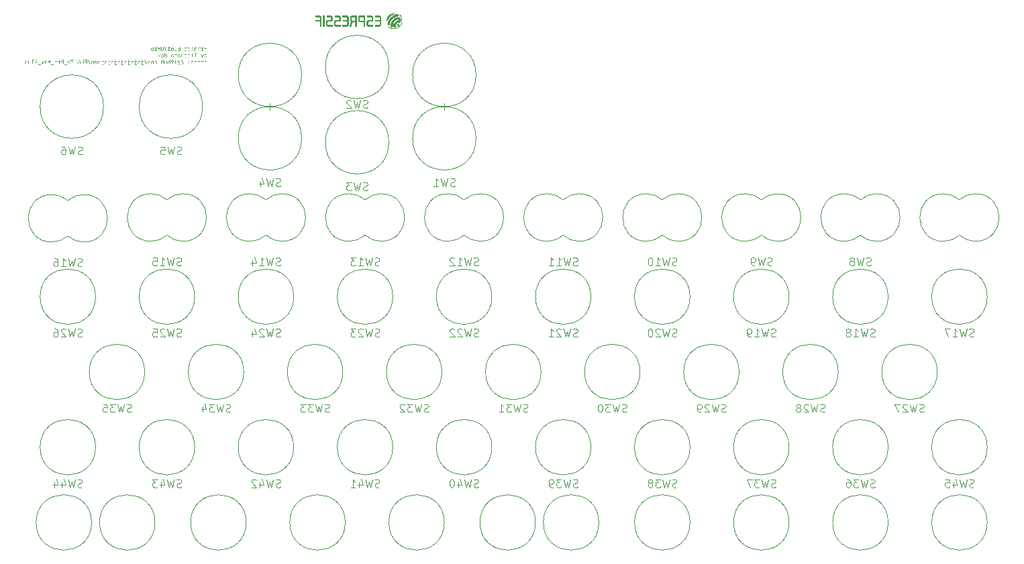
<source format=gbo>
%TF.GenerationSoftware,KiCad,Pcbnew,8.0.5-8.0.5-0~ubuntu24.04.1*%
%TF.CreationDate,2024-10-22T00:13:01+08:00*%
%TF.ProjectId,EL6170_Pro_Max_Plus,454c3631-3730-45f5-9072-6f5f4d61785f,rev?*%
%TF.SameCoordinates,Original*%
%TF.FileFunction,Legend,Bot*%
%TF.FilePolarity,Positive*%
%FSLAX46Y46*%
G04 Gerber Fmt 4.6, Leading zero omitted, Abs format (unit mm)*
G04 Created by KiCad (PCBNEW 8.0.5-8.0.5-0~ubuntu24.04.1) date 2024-10-22 00:13:01*
%MOMM*%
%LPD*%
G01*
G04 APERTURE LIST*
%ADD10C,0.100000*%
%ADD11C,0.000000*%
G04 APERTURE END LIST*
D10*
G36*
X117531734Y-68935000D02*
G01*
X117481786Y-68935000D01*
X117481786Y-68723974D01*
X117351971Y-68723974D01*
X117343716Y-68723822D01*
X117316809Y-68720902D01*
X117292986Y-68714265D01*
X117269539Y-68702129D01*
X117250122Y-68685139D01*
X117245892Y-68680161D01*
X117231703Y-68658072D01*
X117221880Y-68632503D01*
X117216866Y-68607275D01*
X117215195Y-68579382D01*
X117215331Y-68571141D01*
X117216177Y-68562407D01*
X117267341Y-68562407D01*
X117267341Y-68596357D01*
X117268092Y-68609071D01*
X117274875Y-68633672D01*
X117288712Y-68654242D01*
X117304144Y-68666285D01*
X117328141Y-68674849D01*
X117352704Y-68677079D01*
X117481786Y-68677079D01*
X117481786Y-68481685D01*
X117352704Y-68481685D01*
X117335074Y-68482778D01*
X117309583Y-68489736D01*
X117288712Y-68504521D01*
X117280385Y-68515097D01*
X117270346Y-68537838D01*
X117267341Y-68562407D01*
X117216177Y-68562407D01*
X117217958Y-68544019D01*
X117223927Y-68519573D01*
X117234841Y-68494912D01*
X117250122Y-68473747D01*
X117254598Y-68469029D01*
X117275023Y-68453203D01*
X117299478Y-68442247D01*
X117324182Y-68436654D01*
X117351971Y-68434790D01*
X117531734Y-68434790D01*
X117531734Y-68935000D01*
G37*
G36*
X117125558Y-68888105D02*
G01*
X117011618Y-68888105D01*
X117011618Y-68614553D01*
X117125558Y-68614553D01*
X117125558Y-68567658D01*
X116963625Y-68567658D01*
X116964724Y-68654731D01*
X116967533Y-68653754D01*
X116957502Y-68629357D01*
X116943027Y-68608222D01*
X116926011Y-68591838D01*
X116902967Y-68578072D01*
X116878161Y-68570515D01*
X116852696Y-68567753D01*
X116846632Y-68567658D01*
X116780076Y-68567658D01*
X116780076Y-68614553D01*
X116858478Y-68614553D01*
X116883830Y-68616717D01*
X116908465Y-68624197D01*
X116929378Y-68637019D01*
X116934926Y-68641908D01*
X116951265Y-68662882D01*
X116960234Y-68685856D01*
X116963597Y-68712551D01*
X116963625Y-68715425D01*
X116963625Y-68888105D01*
X116815980Y-68888105D01*
X116815980Y-68935000D01*
X117125558Y-68935000D01*
X117125558Y-68888105D01*
G37*
G36*
X116573335Y-68553843D02*
G01*
X116598461Y-68559291D01*
X116624790Y-68570238D01*
X116647905Y-68586129D01*
X116665160Y-68603684D01*
X116675206Y-68617203D01*
X116687764Y-68639865D01*
X116697308Y-68665386D01*
X116703839Y-68693766D01*
X116706978Y-68719601D01*
X116708025Y-68747421D01*
X116707355Y-68769838D01*
X116704634Y-68796077D01*
X116699820Y-68820337D01*
X116691281Y-68846835D01*
X116679727Y-68870483D01*
X116665160Y-68891280D01*
X116662448Y-68894451D01*
X116644800Y-68911361D01*
X116621225Y-68926509D01*
X116598461Y-68935568D01*
X116573335Y-68941003D01*
X116545847Y-68942815D01*
X116518360Y-68941003D01*
X116493234Y-68935568D01*
X116466905Y-68924647D01*
X116443790Y-68908794D01*
X116426535Y-68891280D01*
X116414186Y-68874147D01*
X116402130Y-68850975D01*
X116393089Y-68824951D01*
X116387856Y-68801088D01*
X116384717Y-68775244D01*
X116383670Y-68747421D01*
X116384334Y-68725195D01*
X116434351Y-68725195D01*
X116434351Y-68769647D01*
X116435402Y-68791859D01*
X116440077Y-68818203D01*
X116449807Y-68843370D01*
X116464270Y-68863803D01*
X116474119Y-68873055D01*
X116497036Y-68886856D01*
X116521331Y-68893913D01*
X116545847Y-68895921D01*
X116558451Y-68895419D01*
X116584310Y-68890620D01*
X116606712Y-68880740D01*
X116627547Y-68863803D01*
X116640583Y-68845874D01*
X116650797Y-68821233D01*
X116655918Y-68795357D01*
X116657344Y-68769647D01*
X116657344Y-68725195D01*
X116656297Y-68702983D01*
X116651641Y-68676639D01*
X116641951Y-68651472D01*
X116627547Y-68631039D01*
X116617663Y-68621787D01*
X116594694Y-68607986D01*
X116570371Y-68600929D01*
X116545847Y-68598921D01*
X116533246Y-68599423D01*
X116507404Y-68604222D01*
X116485040Y-68614102D01*
X116464270Y-68631039D01*
X116451180Y-68648968D01*
X116440925Y-68673609D01*
X116435782Y-68699485D01*
X116434351Y-68725195D01*
X116384334Y-68725195D01*
X116384340Y-68725006D01*
X116387061Y-68698774D01*
X116391875Y-68674528D01*
X116400414Y-68648054D01*
X116411967Y-68624439D01*
X116426535Y-68603684D01*
X116429247Y-68600506D01*
X116446895Y-68583556D01*
X116470469Y-68568371D01*
X116493234Y-68559291D01*
X116518360Y-68553843D01*
X116545847Y-68552027D01*
X116573335Y-68553843D01*
G37*
G36*
X116266556Y-69028789D02*
G01*
X116078855Y-69028789D01*
X116078855Y-68614553D01*
X116275104Y-68614553D01*
X116275104Y-68567658D01*
X116030861Y-68567658D01*
X116030861Y-69013768D01*
X116034556Y-69039047D01*
X116045638Y-69058709D01*
X116067517Y-69072434D01*
X116091800Y-69075683D01*
X116266556Y-69075683D01*
X116266556Y-69028789D01*
G37*
G36*
X116054431Y-68481685D02*
G01*
X116079000Y-68476739D01*
X116084351Y-68472892D01*
X116093510Y-68450910D01*
X116093510Y-68442117D01*
X116084351Y-68420258D01*
X116060603Y-68411560D01*
X116054431Y-68411343D01*
X116030182Y-68416357D01*
X116025000Y-68420258D01*
X116016085Y-68442117D01*
X116016085Y-68450910D01*
X116025000Y-68472770D01*
X116048303Y-68481467D01*
X116054431Y-68481685D01*
G37*
G36*
X115722482Y-68552874D02*
G01*
X115747916Y-68557322D01*
X115771598Y-68565582D01*
X115782641Y-68571032D01*
X115804419Y-68585667D01*
X115823255Y-68604173D01*
X115834435Y-68619163D01*
X115846937Y-68641975D01*
X115855983Y-68665722D01*
X115858013Y-68672630D01*
X115863337Y-68696883D01*
X115866442Y-68723019D01*
X115867341Y-68748154D01*
X115866650Y-68770565D01*
X115863844Y-68796781D01*
X115858879Y-68821000D01*
X115850072Y-68847425D01*
X115838157Y-68870974D01*
X115823133Y-68891646D01*
X115817461Y-68897843D01*
X115798876Y-68914033D01*
X115777939Y-68926625D01*
X115754649Y-68935620D01*
X115729007Y-68941016D01*
X115701011Y-68942815D01*
X115681138Y-68941991D01*
X115656496Y-68938327D01*
X115631310Y-68930702D01*
X115608810Y-68919368D01*
X115601931Y-68914786D01*
X115581514Y-68897154D01*
X115564961Y-68875898D01*
X115553367Y-68853667D01*
X115590003Y-68831807D01*
X115597890Y-68845671D01*
X115613804Y-68865331D01*
X115634455Y-68880778D01*
X115650829Y-68888098D01*
X115675516Y-68894131D01*
X115701011Y-68895921D01*
X115717662Y-68895119D01*
X115744612Y-68889633D01*
X115767679Y-68878950D01*
X115786863Y-68863070D01*
X115797238Y-68850000D01*
X115808777Y-68827577D01*
X115815485Y-68801773D01*
X115817393Y-68775997D01*
X115817393Y-68763053D01*
X115545184Y-68763053D01*
X115545184Y-68741071D01*
X115545959Y-68722264D01*
X115595865Y-68722264D01*
X115595865Y-68723974D01*
X115817393Y-68723974D01*
X115817393Y-68723729D01*
X115817385Y-68721979D01*
X115815348Y-68696893D01*
X115809211Y-68672561D01*
X115800836Y-68653697D01*
X115786496Y-68633360D01*
X115772528Y-68620587D01*
X115751203Y-68608080D01*
X115729160Y-68601211D01*
X115704553Y-68598921D01*
X115695199Y-68599212D01*
X115669468Y-68603575D01*
X115644979Y-68614564D01*
X115624808Y-68632016D01*
X115613530Y-68647605D01*
X115603101Y-68671065D01*
X115597674Y-68695145D01*
X115595865Y-68722264D01*
X115545959Y-68722264D01*
X115546234Y-68715606D01*
X115549813Y-68689249D01*
X115555931Y-68664623D01*
X115561923Y-68647923D01*
X115573228Y-68625048D01*
X115587316Y-68604783D01*
X115595332Y-68595711D01*
X115614908Y-68578854D01*
X115637508Y-68565826D01*
X115654760Y-68559156D01*
X115679716Y-68553657D01*
X115704553Y-68552027D01*
X115722482Y-68552874D01*
G37*
G36*
X115272976Y-68942815D02*
G01*
X115300911Y-68940999D01*
X115326373Y-68935551D01*
X115349363Y-68926471D01*
X115373058Y-68911286D01*
X115390689Y-68894336D01*
X115393387Y-68891158D01*
X115407830Y-68870365D01*
X115419285Y-68846731D01*
X115427751Y-68820254D01*
X115432524Y-68796018D01*
X115435222Y-68769809D01*
X115435886Y-68747421D01*
X115434839Y-68719601D01*
X115431700Y-68693766D01*
X115425170Y-68665386D01*
X115415626Y-68639865D01*
X115403068Y-68617203D01*
X115393021Y-68603684D01*
X115375729Y-68586129D01*
X115352592Y-68570238D01*
X115326265Y-68559291D01*
X115301159Y-68553843D01*
X115273709Y-68552027D01*
X115248864Y-68553622D01*
X115223707Y-68559230D01*
X115199220Y-68570197D01*
X115188346Y-68577550D01*
X115169238Y-68594945D01*
X115153589Y-68615226D01*
X115141398Y-68638394D01*
X115139375Y-68643374D01*
X115178820Y-68663035D01*
X115189594Y-68640687D01*
X115206243Y-68620865D01*
X115214724Y-68614431D01*
X115237614Y-68603829D01*
X115262930Y-68599300D01*
X115273709Y-68598921D01*
X115299018Y-68601036D01*
X115323769Y-68608468D01*
X115346648Y-68623004D01*
X115356263Y-68632749D01*
X115370194Y-68653476D01*
X115379567Y-68677739D01*
X115384070Y-68702274D01*
X115385083Y-68722508D01*
X115385083Y-68772334D01*
X115383282Y-68798971D01*
X115377878Y-68822831D01*
X115367493Y-68846352D01*
X115356263Y-68862215D01*
X115338022Y-68878508D01*
X115315725Y-68889469D01*
X115289370Y-68895098D01*
X115272976Y-68895921D01*
X115246609Y-68893551D01*
X115221998Y-68885635D01*
X115210450Y-68879068D01*
X115191681Y-68862333D01*
X115177146Y-68841662D01*
X115169905Y-68827288D01*
X115133757Y-68850491D01*
X115146101Y-68874050D01*
X115161759Y-68894961D01*
X115180734Y-68913224D01*
X115184926Y-68916559D01*
X115208113Y-68930405D01*
X115232345Y-68938482D01*
X115256562Y-68942174D01*
X115272976Y-68942815D01*
G37*
G36*
X114865945Y-68935000D02*
G01*
X114890168Y-68931821D01*
X114912107Y-68918391D01*
X114924055Y-68896169D01*
X114926884Y-68874183D01*
X114926884Y-68614553D01*
X115055600Y-68614553D01*
X115055600Y-68567658D01*
X114949720Y-68567658D01*
X114930792Y-68562285D01*
X114925540Y-68542379D01*
X114925540Y-68434790D01*
X114879012Y-68434790D01*
X114879012Y-68567658D01*
X114705966Y-68567658D01*
X114705966Y-68614553D01*
X114879012Y-68614553D01*
X114879012Y-68888105D01*
X114705966Y-68888105D01*
X114705966Y-68935000D01*
X114865945Y-68935000D01*
G37*
G36*
X114174860Y-68935000D02*
G01*
X114174860Y-68434790D01*
X113870900Y-68434790D01*
X113870900Y-68481685D01*
X114124912Y-68481685D01*
X114124912Y-68661448D01*
X113880059Y-68661448D01*
X113880059Y-68708342D01*
X114124912Y-68708342D01*
X114124912Y-68888105D01*
X113870900Y-68888105D01*
X113870900Y-68935000D01*
X114174860Y-68935000D01*
G37*
G36*
X113732048Y-68935000D02*
G01*
X113732048Y-68434790D01*
X113682100Y-68434790D01*
X113682100Y-68888105D01*
X113441521Y-68888105D01*
X113441521Y-68935000D01*
X113732048Y-68935000D01*
G37*
G36*
X113175046Y-68440608D02*
G01*
X113197002Y-68456372D01*
X113216374Y-68472048D01*
X113235380Y-68489134D01*
X113245616Y-68499204D01*
X113263126Y-68518456D01*
X113279456Y-68539158D01*
X113294609Y-68561308D01*
X113306943Y-68582145D01*
X113318056Y-68604112D01*
X113327948Y-68627208D01*
X113336618Y-68651434D01*
X113337603Y-68654533D01*
X113344352Y-68679902D01*
X113349101Y-68706293D01*
X113351851Y-68733707D01*
X113352616Y-68758534D01*
X113351603Y-68783383D01*
X113348146Y-68809229D01*
X113342236Y-68833517D01*
X113337139Y-68847956D01*
X113326062Y-68870533D01*
X113310729Y-68891891D01*
X113301083Y-68901955D01*
X113280752Y-68917918D01*
X113259193Y-68929504D01*
X113239094Y-68936524D01*
X113214807Y-68941242D01*
X113188241Y-68942815D01*
X113170327Y-68942067D01*
X113144974Y-68938140D01*
X113121441Y-68930847D01*
X113110410Y-68925983D01*
X113088748Y-68913175D01*
X113070150Y-68897264D01*
X113062608Y-68888853D01*
X113048564Y-68868539D01*
X113037665Y-68845362D01*
X113032057Y-68827736D01*
X113027435Y-68802612D01*
X113026064Y-68777951D01*
X113026118Y-68776364D01*
X113076866Y-68776364D01*
X113076866Y-68788820D01*
X113077125Y-68797849D01*
X113081005Y-68822823D01*
X113090777Y-68846856D01*
X113106297Y-68866978D01*
X113116076Y-68875316D01*
X113139122Y-68887752D01*
X113163840Y-68894112D01*
X113188974Y-68895921D01*
X113202085Y-68895468D01*
X113228779Y-68891144D01*
X113251591Y-68882241D01*
X113272383Y-68866978D01*
X113277642Y-68861352D01*
X113291438Y-68840057D01*
X113299486Y-68814851D01*
X113301814Y-68788820D01*
X113301814Y-68776364D01*
X113301555Y-68767336D01*
X113297675Y-68742378D01*
X113287903Y-68718385D01*
X113272383Y-68698328D01*
X113262586Y-68689955D01*
X113239397Y-68677466D01*
X113214428Y-68671080D01*
X113188974Y-68669263D01*
X113179200Y-68669519D01*
X113152389Y-68673351D01*
X113127018Y-68683001D01*
X113106297Y-68698328D01*
X113101038Y-68703932D01*
X113087242Y-68725170D01*
X113079194Y-68750343D01*
X113076866Y-68776364D01*
X113026118Y-68776364D01*
X113026584Y-68762678D01*
X113029895Y-68738017D01*
X113036933Y-68713471D01*
X113039797Y-68706402D01*
X113052135Y-68683791D01*
X113068073Y-68664501D01*
X113073260Y-68659606D01*
X113093275Y-68644730D01*
X113116189Y-68633360D01*
X113128610Y-68629077D01*
X113153226Y-68623914D01*
X113177739Y-68622369D01*
X113180609Y-68622390D01*
X113207714Y-68624937D01*
X113231910Y-68631730D01*
X113255163Y-68644106D01*
X113273267Y-68658868D01*
X113290040Y-68677999D01*
X113298089Y-68691228D01*
X113292861Y-68672045D01*
X113284952Y-68648389D01*
X113275802Y-68625544D01*
X113274817Y-68623297D01*
X113264103Y-68601339D01*
X113250499Y-68578259D01*
X113236479Y-68558255D01*
X113233486Y-68554344D01*
X113217577Y-68535145D01*
X113200093Y-68516543D01*
X113181036Y-68498538D01*
X113179032Y-68496760D01*
X113159247Y-68480138D01*
X113139017Y-68464423D01*
X113119274Y-68449945D01*
X113097627Y-68434790D01*
X113166137Y-68434790D01*
X113175046Y-68440608D01*
G37*
G36*
X112921039Y-68935000D02*
G01*
X112921039Y-68888105D01*
X112774738Y-68888105D01*
X112774249Y-68481196D01*
X112772784Y-68481685D01*
X112909560Y-68597944D01*
X112938869Y-68569124D01*
X112794888Y-68434790D01*
X112725401Y-68434790D01*
X112725401Y-68888105D01*
X112588136Y-68888105D01*
X112588136Y-68935000D01*
X112921039Y-68935000D01*
G37*
G36*
X112441591Y-68935000D02*
G01*
X112241067Y-68481685D01*
X112469678Y-68481685D01*
X112469678Y-68583290D01*
X112515474Y-68583290D01*
X112515474Y-68434790D01*
X112188311Y-68434790D01*
X112188311Y-68476922D01*
X112387247Y-68935000D01*
X112441591Y-68935000D01*
G37*
G36*
X111934951Y-68653765D02*
G01*
X111958967Y-68662180D01*
X111967759Y-68683307D01*
X111967759Y-68694298D01*
X111958967Y-68715425D01*
X111954541Y-68718756D01*
X111930146Y-68723974D01*
X111925343Y-68723840D01*
X111901448Y-68715425D01*
X111892533Y-68694298D01*
X111892533Y-68683307D01*
X111901448Y-68662180D01*
X111905826Y-68658849D01*
X111930146Y-68653632D01*
X111934951Y-68653765D01*
G37*
G36*
X111946099Y-68427546D02*
G01*
X111970927Y-68431043D01*
X111997816Y-68439433D01*
X112021537Y-68452400D01*
X112042089Y-68469944D01*
X112059473Y-68492065D01*
X112062057Y-68496194D01*
X112073749Y-68518677D01*
X112083390Y-68544218D01*
X112090980Y-68572818D01*
X112095575Y-68597900D01*
X112098857Y-68624941D01*
X112100826Y-68653939D01*
X112101482Y-68684895D01*
X112101441Y-68692817D01*
X112100457Y-68723284D01*
X112098159Y-68751792D01*
X112094549Y-68778343D01*
X112089626Y-68802937D01*
X112081626Y-68830925D01*
X112071575Y-68855854D01*
X112059473Y-68877725D01*
X112051177Y-68889357D01*
X112032209Y-68909189D01*
X112010072Y-68924445D01*
X111984768Y-68935124D01*
X111956294Y-68941226D01*
X111930146Y-68942815D01*
X111914194Y-68942243D01*
X111889373Y-68938747D01*
X111862499Y-68930357D01*
X111838803Y-68917389D01*
X111818284Y-68899845D01*
X111800942Y-68877725D01*
X111798349Y-68873595D01*
X111786623Y-68851113D01*
X111776954Y-68825572D01*
X111769343Y-68796972D01*
X111764734Y-68771889D01*
X111761443Y-68744849D01*
X111759468Y-68715851D01*
X111758810Y-68684895D01*
X111758851Y-68676972D01*
X111759655Y-68652166D01*
X111811688Y-68652166D01*
X111811688Y-68717623D01*
X111811716Y-68722950D01*
X111812697Y-68748427D01*
X111815724Y-68776448D01*
X111820769Y-68801687D01*
X111829204Y-68827616D01*
X111840387Y-68849759D01*
X111842212Y-68852599D01*
X111859090Y-68872073D01*
X111880012Y-68885778D01*
X111904981Y-68893712D01*
X111930146Y-68895921D01*
X111933931Y-68895876D01*
X111958654Y-68893036D01*
X111983116Y-68884380D01*
X112003533Y-68869955D01*
X112019905Y-68849759D01*
X112021671Y-68846827D01*
X112032461Y-68824144D01*
X112040504Y-68797673D01*
X112045213Y-68771971D01*
X112047903Y-68743486D01*
X112048604Y-68717623D01*
X112048604Y-68652166D01*
X112048576Y-68646884D01*
X112047595Y-68621603D01*
X112044568Y-68593754D01*
X112039523Y-68568618D01*
X112031088Y-68542722D01*
X112019905Y-68520519D01*
X112018080Y-68517649D01*
X112001202Y-68497969D01*
X111980280Y-68484119D01*
X111955312Y-68476101D01*
X111930146Y-68473869D01*
X111926361Y-68473915D01*
X111901638Y-68476785D01*
X111877176Y-68485532D01*
X111856759Y-68500110D01*
X111840387Y-68520519D01*
X111838621Y-68523465D01*
X111827831Y-68546195D01*
X111819788Y-68572619D01*
X111815079Y-68598207D01*
X111812389Y-68626509D01*
X111811688Y-68652166D01*
X111759655Y-68652166D01*
X111759838Y-68646506D01*
X111762142Y-68617997D01*
X111765763Y-68591446D01*
X111770700Y-68566853D01*
X111778724Y-68538865D01*
X111788804Y-68513935D01*
X111800942Y-68492065D01*
X111809216Y-68480433D01*
X111828146Y-68460600D01*
X111850254Y-68445345D01*
X111875539Y-68434666D01*
X111904001Y-68428564D01*
X111930146Y-68426974D01*
X111946099Y-68427546D01*
G37*
G36*
X111657205Y-68935000D02*
G01*
X111607257Y-68935000D01*
X111607257Y-68723974D01*
X111477442Y-68723974D01*
X111469187Y-68723822D01*
X111442280Y-68720902D01*
X111418457Y-68714265D01*
X111395010Y-68702129D01*
X111375593Y-68685139D01*
X111371363Y-68680161D01*
X111357174Y-68658072D01*
X111347351Y-68632503D01*
X111342337Y-68607275D01*
X111340666Y-68579382D01*
X111340802Y-68571141D01*
X111341648Y-68562407D01*
X111392812Y-68562407D01*
X111392812Y-68596357D01*
X111393563Y-68609071D01*
X111400346Y-68633672D01*
X111414183Y-68654242D01*
X111429615Y-68666285D01*
X111453612Y-68674849D01*
X111478175Y-68677079D01*
X111607257Y-68677079D01*
X111607257Y-68481685D01*
X111478175Y-68481685D01*
X111460545Y-68482778D01*
X111435054Y-68489736D01*
X111414183Y-68504521D01*
X111405856Y-68515097D01*
X111395817Y-68537838D01*
X111392812Y-68562407D01*
X111341648Y-68562407D01*
X111343429Y-68544019D01*
X111349398Y-68519573D01*
X111360312Y-68494912D01*
X111375593Y-68473747D01*
X111380069Y-68469029D01*
X111400494Y-68453203D01*
X111424949Y-68442247D01*
X111449653Y-68436654D01*
X111477442Y-68434790D01*
X111657205Y-68434790D01*
X111657205Y-68935000D01*
G37*
G36*
X111251029Y-68888105D02*
G01*
X111137090Y-68888105D01*
X111137090Y-68614553D01*
X111251029Y-68614553D01*
X111251029Y-68567658D01*
X111089096Y-68567658D01*
X111090195Y-68654731D01*
X111093004Y-68653754D01*
X111082973Y-68629357D01*
X111068498Y-68608222D01*
X111051482Y-68591838D01*
X111028438Y-68578072D01*
X111003633Y-68570515D01*
X110978167Y-68567753D01*
X110972103Y-68567658D01*
X110905547Y-68567658D01*
X110905547Y-68614553D01*
X110983949Y-68614553D01*
X111009301Y-68616717D01*
X111033936Y-68624197D01*
X111054849Y-68637019D01*
X111060397Y-68641908D01*
X111076736Y-68662882D01*
X111085705Y-68685856D01*
X111089068Y-68712551D01*
X111089096Y-68715425D01*
X111089096Y-68888105D01*
X110941451Y-68888105D01*
X110941451Y-68935000D01*
X111251029Y-68935000D01*
X111251029Y-68888105D01*
G37*
G36*
X110698806Y-68553843D02*
G01*
X110723932Y-68559291D01*
X110750261Y-68570238D01*
X110773376Y-68586129D01*
X110790631Y-68603684D01*
X110800677Y-68617203D01*
X110813235Y-68639865D01*
X110822780Y-68665386D01*
X110829310Y-68693766D01*
X110832449Y-68719601D01*
X110833496Y-68747421D01*
X110832826Y-68769838D01*
X110830105Y-68796077D01*
X110825291Y-68820337D01*
X110816752Y-68846835D01*
X110805198Y-68870483D01*
X110790631Y-68891280D01*
X110787919Y-68894451D01*
X110770271Y-68911361D01*
X110746696Y-68926509D01*
X110723932Y-68935568D01*
X110698806Y-68941003D01*
X110671318Y-68942815D01*
X110643831Y-68941003D01*
X110618705Y-68935568D01*
X110592376Y-68924647D01*
X110569261Y-68908794D01*
X110552006Y-68891280D01*
X110539657Y-68874147D01*
X110527601Y-68850975D01*
X110518560Y-68824951D01*
X110513327Y-68801088D01*
X110510188Y-68775244D01*
X110509141Y-68747421D01*
X110509805Y-68725195D01*
X110559822Y-68725195D01*
X110559822Y-68769647D01*
X110560873Y-68791859D01*
X110565548Y-68818203D01*
X110575278Y-68843370D01*
X110589741Y-68863803D01*
X110599590Y-68873055D01*
X110622507Y-68886856D01*
X110646803Y-68893913D01*
X110671318Y-68895921D01*
X110683922Y-68895419D01*
X110709782Y-68890620D01*
X110732183Y-68880740D01*
X110753018Y-68863803D01*
X110766054Y-68845874D01*
X110776268Y-68821233D01*
X110781389Y-68795357D01*
X110782815Y-68769647D01*
X110782815Y-68725195D01*
X110781768Y-68702983D01*
X110777112Y-68676639D01*
X110767422Y-68651472D01*
X110753018Y-68631039D01*
X110743134Y-68621787D01*
X110720165Y-68607986D01*
X110695842Y-68600929D01*
X110671318Y-68598921D01*
X110658717Y-68599423D01*
X110632875Y-68604222D01*
X110610511Y-68614102D01*
X110589741Y-68631039D01*
X110576651Y-68648968D01*
X110566396Y-68673609D01*
X110561253Y-68699485D01*
X110559822Y-68725195D01*
X110509805Y-68725195D01*
X110509811Y-68725006D01*
X110512532Y-68698774D01*
X110517346Y-68674528D01*
X110525885Y-68648054D01*
X110537439Y-68624439D01*
X110552006Y-68603684D01*
X110554718Y-68600506D01*
X110572366Y-68583556D01*
X110595940Y-68568371D01*
X110618705Y-68559291D01*
X110643831Y-68553843D01*
X110671318Y-68552027D01*
X110698806Y-68553843D01*
G37*
G36*
X117524773Y-69775000D02*
G01*
X117476779Y-69775000D01*
X117478457Y-69717260D01*
X117472535Y-69727708D01*
X117456988Y-69746873D01*
X117437456Y-69763154D01*
X117416066Y-69774348D01*
X117391357Y-69780895D01*
X117366015Y-69782815D01*
X117348977Y-69782025D01*
X117321502Y-69776841D01*
X117297008Y-69766818D01*
X117275494Y-69751957D01*
X117256960Y-69732257D01*
X117245738Y-69715390D01*
X117234781Y-69692332D01*
X117226564Y-69666200D01*
X117221808Y-69642075D01*
X117218955Y-69615815D01*
X117218004Y-69587421D01*
X117218346Y-69570128D01*
X117218943Y-69562386D01*
X117268684Y-69562386D01*
X117268684Y-69612456D01*
X117269697Y-69633241D01*
X117274201Y-69658230D01*
X117283573Y-69682621D01*
X117297505Y-69703070D01*
X117307105Y-69712534D01*
X117329864Y-69726649D01*
X117354406Y-69733867D01*
X117379448Y-69735921D01*
X117392804Y-69735286D01*
X117416939Y-69730547D01*
X117426513Y-69727167D01*
X117448080Y-69715282D01*
X117453683Y-69710685D01*
X117469207Y-69690736D01*
X117472520Y-69683263D01*
X117476779Y-69658374D01*
X117476779Y-69516468D01*
X117476306Y-69507760D01*
X117469207Y-69484106D01*
X117465567Y-69477970D01*
X117448080Y-69459682D01*
X117440137Y-69454416D01*
X117416939Y-69444295D01*
X117404520Y-69441235D01*
X117379448Y-69438921D01*
X117366547Y-69439435D01*
X117340297Y-69444343D01*
X117317891Y-69454448D01*
X117297505Y-69471772D01*
X117286275Y-69487336D01*
X117275889Y-69510851D01*
X117270485Y-69535061D01*
X117268684Y-69562386D01*
X117218943Y-69562386D01*
X117220438Y-69543015D01*
X117224433Y-69518036D01*
X117231737Y-69490879D01*
X117241781Y-69466796D01*
X117256960Y-69442585D01*
X117269895Y-69428020D01*
X117290557Y-69411776D01*
X117314200Y-69400371D01*
X117340823Y-69393804D01*
X117366015Y-69392027D01*
X117388947Y-69393592D01*
X117413957Y-69399755D01*
X117437456Y-69411810D01*
X117450920Y-69422290D01*
X117467795Y-69440442D01*
X117478570Y-69458055D01*
X117476779Y-69243527D01*
X117524773Y-69243527D01*
X117524773Y-69775000D01*
G37*
G36*
X116842969Y-69407658D02*
G01*
X116794242Y-69407658D01*
X116985729Y-69871353D01*
X116998167Y-69893120D01*
X117010031Y-69904815D01*
X117032842Y-69913890D01*
X117054849Y-69915683D01*
X117119207Y-69915683D01*
X117119207Y-69868789D01*
X117035554Y-69868789D01*
X116989392Y-69762543D01*
X117136671Y-69407658D01*
X117086601Y-69407658D01*
X116963503Y-69710153D01*
X116966067Y-69710153D01*
X116842969Y-69407658D01*
G37*
G36*
X116282065Y-69728105D02*
G01*
X116149808Y-69728105D01*
X116149808Y-69290422D01*
X116282065Y-69290422D01*
X116282065Y-69243527D01*
X116101936Y-69243527D01*
X116101936Y-69728105D01*
X115970411Y-69728105D01*
X115970411Y-69775000D01*
X116282065Y-69775000D01*
X116282065Y-69728105D01*
G37*
G36*
X115684159Y-69321685D02*
G01*
X115708613Y-69316739D01*
X115713956Y-69312892D01*
X115723237Y-69290910D01*
X115723237Y-69282117D01*
X115713956Y-69260258D01*
X115690296Y-69251560D01*
X115684159Y-69251343D01*
X115659658Y-69256357D01*
X115654361Y-69260258D01*
X115645080Y-69282117D01*
X115645080Y-69290910D01*
X115654361Y-69312892D01*
X115677989Y-69321470D01*
X115684159Y-69321685D01*
G37*
G36*
X115844138Y-69728105D02*
G01*
X115707728Y-69728105D01*
X115707728Y-69454553D01*
X115844138Y-69454553D01*
X115844138Y-69407658D01*
X115659856Y-69407658D01*
X115659856Y-69728105D01*
X115532484Y-69728105D01*
X115532484Y-69775000D01*
X115844138Y-69775000D01*
X115844138Y-69728105D01*
G37*
G36*
X115426727Y-69775000D02*
G01*
X115378733Y-69775000D01*
X115380411Y-69717260D01*
X115374489Y-69727708D01*
X115358942Y-69746873D01*
X115339410Y-69763154D01*
X115318020Y-69774348D01*
X115293311Y-69780895D01*
X115267969Y-69782815D01*
X115250931Y-69782025D01*
X115223456Y-69776841D01*
X115198962Y-69766818D01*
X115177448Y-69751957D01*
X115158914Y-69732257D01*
X115147691Y-69715390D01*
X115136735Y-69692332D01*
X115128517Y-69666200D01*
X115123762Y-69642075D01*
X115120909Y-69615815D01*
X115119958Y-69587421D01*
X115120300Y-69570128D01*
X115120897Y-69562386D01*
X115170638Y-69562386D01*
X115170638Y-69612456D01*
X115171651Y-69633241D01*
X115176154Y-69658230D01*
X115185527Y-69682621D01*
X115199459Y-69703070D01*
X115209058Y-69712534D01*
X115231818Y-69726649D01*
X115256360Y-69733867D01*
X115281402Y-69735921D01*
X115294758Y-69735286D01*
X115318893Y-69730547D01*
X115328466Y-69727167D01*
X115350034Y-69715282D01*
X115355637Y-69710685D01*
X115371161Y-69690736D01*
X115374474Y-69683263D01*
X115378733Y-69658374D01*
X115378733Y-69516468D01*
X115378260Y-69507760D01*
X115371161Y-69484106D01*
X115367521Y-69477970D01*
X115350034Y-69459682D01*
X115342091Y-69454416D01*
X115318893Y-69444295D01*
X115306474Y-69441235D01*
X115281402Y-69438921D01*
X115268501Y-69439435D01*
X115242251Y-69444343D01*
X115219845Y-69454448D01*
X115199459Y-69471772D01*
X115188229Y-69487336D01*
X115177843Y-69510851D01*
X115172439Y-69535061D01*
X115170638Y-69562386D01*
X115120897Y-69562386D01*
X115122392Y-69543015D01*
X115126387Y-69518036D01*
X115133691Y-69490879D01*
X115143735Y-69466796D01*
X115158914Y-69442585D01*
X115171849Y-69428020D01*
X115192511Y-69411776D01*
X115216154Y-69400371D01*
X115242777Y-69393804D01*
X115267969Y-69392027D01*
X115290901Y-69393592D01*
X115315911Y-69399755D01*
X115339410Y-69411810D01*
X115352874Y-69422290D01*
X115369749Y-69440442D01*
X115380524Y-69458055D01*
X115378733Y-69243527D01*
X115426727Y-69243527D01*
X115426727Y-69775000D01*
G37*
G36*
X114853367Y-69782815D02*
G01*
X114881302Y-69780999D01*
X114906764Y-69775551D01*
X114929754Y-69766471D01*
X114953449Y-69751286D01*
X114971080Y-69734336D01*
X114973778Y-69731158D01*
X114988221Y-69710365D01*
X114999676Y-69686731D01*
X115008142Y-69660254D01*
X115012915Y-69636018D01*
X115015613Y-69609809D01*
X115016277Y-69587421D01*
X115015230Y-69559601D01*
X115012091Y-69533766D01*
X115005560Y-69505386D01*
X114996016Y-69479865D01*
X114983458Y-69457203D01*
X114973412Y-69443684D01*
X114956120Y-69426129D01*
X114932983Y-69410238D01*
X114906655Y-69399291D01*
X114881549Y-69393843D01*
X114854099Y-69392027D01*
X114829255Y-69393622D01*
X114804097Y-69399230D01*
X114779611Y-69410197D01*
X114768736Y-69417550D01*
X114749629Y-69434945D01*
X114733980Y-69455226D01*
X114721789Y-69478394D01*
X114719766Y-69483374D01*
X114759211Y-69503035D01*
X114769984Y-69480687D01*
X114786634Y-69460865D01*
X114795115Y-69454431D01*
X114818005Y-69443829D01*
X114843321Y-69439300D01*
X114854099Y-69438921D01*
X114879409Y-69441036D01*
X114904160Y-69448468D01*
X114927039Y-69463004D01*
X114936653Y-69472749D01*
X114950585Y-69493476D01*
X114959958Y-69517739D01*
X114964461Y-69542274D01*
X114965474Y-69562508D01*
X114965474Y-69612334D01*
X114963673Y-69638971D01*
X114958269Y-69662831D01*
X114947883Y-69686352D01*
X114936653Y-69702215D01*
X114918413Y-69718508D01*
X114896116Y-69729469D01*
X114869761Y-69735098D01*
X114853367Y-69735921D01*
X114827000Y-69733551D01*
X114802389Y-69725635D01*
X114790840Y-69719068D01*
X114772072Y-69702333D01*
X114757537Y-69681662D01*
X114750296Y-69667288D01*
X114714148Y-69690491D01*
X114726491Y-69714050D01*
X114742150Y-69734961D01*
X114761124Y-69753224D01*
X114765317Y-69756559D01*
X114788503Y-69770405D01*
X114812736Y-69778482D01*
X114836952Y-69782174D01*
X114853367Y-69782815D01*
G37*
G36*
X114586043Y-69243527D02*
G01*
X114538171Y-69243527D01*
X114539270Y-69463468D01*
X114541957Y-69462369D01*
X114530156Y-69440416D01*
X114513756Y-69421288D01*
X114506053Y-69414253D01*
X114483648Y-69400709D01*
X114457859Y-69393785D01*
X114433025Y-69392027D01*
X114407715Y-69393803D01*
X114381966Y-69400184D01*
X114359607Y-69411206D01*
X114340636Y-69426868D01*
X114338503Y-69429152D01*
X114323703Y-69449660D01*
X114313132Y-69474062D01*
X114307351Y-69498606D01*
X114304807Y-69526131D01*
X114304675Y-69534542D01*
X114304675Y-69775000D01*
X114352547Y-69775000D01*
X114352547Y-69543457D01*
X114353997Y-69517964D01*
X114359095Y-69493737D01*
X114370311Y-69470528D01*
X114375750Y-69463834D01*
X114396100Y-69448653D01*
X114420095Y-69440892D01*
X114443527Y-69438921D01*
X114468300Y-69441172D01*
X114479064Y-69443684D01*
X114502397Y-69453439D01*
X114509228Y-69457850D01*
X114526515Y-69475524D01*
X114530233Y-69481542D01*
X114537675Y-69505928D01*
X114538171Y-69515369D01*
X114538171Y-69775000D01*
X114586043Y-69775000D01*
X114586043Y-69243527D01*
G37*
G36*
X114060093Y-69392581D02*
G01*
X114084334Y-69395776D01*
X114108685Y-69402763D01*
X114132117Y-69414741D01*
X114151740Y-69430274D01*
X114169111Y-69450445D01*
X114182065Y-69473848D01*
X114148482Y-69498517D01*
X114137924Y-69481348D01*
X114119728Y-69462201D01*
X114097546Y-69448757D01*
X114071379Y-69441016D01*
X114045778Y-69438921D01*
X114025544Y-69440242D01*
X114001635Y-69446369D01*
X113979221Y-69460048D01*
X113966663Y-69475347D01*
X113957733Y-69499435D01*
X113955408Y-69524284D01*
X113955408Y-69563974D01*
X114040160Y-69563974D01*
X114060020Y-69564447D01*
X114084785Y-69566643D01*
X114110258Y-69571545D01*
X114112042Y-69572025D01*
X114136453Y-69580735D01*
X114157641Y-69593161D01*
X114171129Y-69605520D01*
X114184752Y-69627355D01*
X114190800Y-69647326D01*
X114193178Y-69672295D01*
X114192349Y-69688165D01*
X114186680Y-69713816D01*
X114175640Y-69735718D01*
X114159228Y-69753872D01*
X114143207Y-69765150D01*
X114119173Y-69775580D01*
X114094565Y-69781006D01*
X114066905Y-69782815D01*
X114060938Y-69782736D01*
X114036024Y-69780405D01*
X114012057Y-69774032D01*
X113990212Y-69762421D01*
X113980139Y-69754451D01*
X113962407Y-69734974D01*
X113953164Y-69717827D01*
X113953332Y-69722609D01*
X113951071Y-69737801D01*
X113940265Y-69760711D01*
X113927345Y-69770479D01*
X113902285Y-69775000D01*
X113853314Y-69775000D01*
X113853314Y-69728105D01*
X113907536Y-69728105D01*
X113907536Y-69663381D01*
X113955408Y-69663381D01*
X113955687Y-69669456D01*
X113963346Y-69693300D01*
X113967116Y-69698937D01*
X113985450Y-69716015D01*
X113995711Y-69721989D01*
X114018667Y-69730669D01*
X114036121Y-69734259D01*
X114060554Y-69735921D01*
X114074326Y-69735405D01*
X114098494Y-69731284D01*
X114121004Y-69721266D01*
X114137582Y-69703192D01*
X114143108Y-69678279D01*
X114143108Y-69660694D01*
X114137216Y-69637002D01*
X114119539Y-69618684D01*
X114114816Y-69615891D01*
X114090298Y-69607464D01*
X114066004Y-69604030D01*
X114040160Y-69603053D01*
X113955408Y-69603053D01*
X113955408Y-69663381D01*
X113907536Y-69663381D01*
X113907536Y-69516835D01*
X113908816Y-69495750D01*
X113914502Y-69470429D01*
X113926336Y-69445756D01*
X113943928Y-69425122D01*
X113946229Y-69423086D01*
X113966534Y-69409124D01*
X113990212Y-69399299D01*
X114017264Y-69393610D01*
X114043702Y-69392027D01*
X114060093Y-69392581D01*
G37*
G36*
X113768684Y-69728105D02*
G01*
X113654745Y-69728105D01*
X113654745Y-69454553D01*
X113768684Y-69454553D01*
X113768684Y-69407658D01*
X113606751Y-69407658D01*
X113607850Y-69494731D01*
X113610659Y-69493754D01*
X113600629Y-69469357D01*
X113586154Y-69448222D01*
X113569138Y-69431838D01*
X113546094Y-69418072D01*
X113521288Y-69410515D01*
X113495822Y-69407753D01*
X113489759Y-69407658D01*
X113423203Y-69407658D01*
X113423203Y-69454553D01*
X113501605Y-69454553D01*
X113526957Y-69456717D01*
X113551591Y-69464197D01*
X113572504Y-69477019D01*
X113578053Y-69481908D01*
X113594392Y-69502882D01*
X113603360Y-69525856D01*
X113606723Y-69552551D01*
X113606751Y-69555425D01*
X113606751Y-69728105D01*
X113459106Y-69728105D01*
X113459106Y-69775000D01*
X113768684Y-69775000D01*
X113768684Y-69728105D01*
G37*
G36*
X113220874Y-69392581D02*
G01*
X113245115Y-69395776D01*
X113269467Y-69402763D01*
X113292899Y-69414741D01*
X113312522Y-69430274D01*
X113329892Y-69450445D01*
X113342847Y-69473848D01*
X113309263Y-69498517D01*
X113298706Y-69481348D01*
X113280509Y-69462201D01*
X113258328Y-69448757D01*
X113232160Y-69441016D01*
X113206559Y-69438921D01*
X113186325Y-69440242D01*
X113162417Y-69446369D01*
X113140003Y-69460048D01*
X113127445Y-69475347D01*
X113118515Y-69499435D01*
X113116189Y-69524284D01*
X113116189Y-69563974D01*
X113200942Y-69563974D01*
X113220802Y-69564447D01*
X113245567Y-69566643D01*
X113271039Y-69571545D01*
X113272823Y-69572025D01*
X113297234Y-69580735D01*
X113318422Y-69593161D01*
X113331911Y-69605520D01*
X113345533Y-69627355D01*
X113351582Y-69647326D01*
X113353960Y-69672295D01*
X113353131Y-69688165D01*
X113347462Y-69713816D01*
X113336421Y-69735718D01*
X113320010Y-69753872D01*
X113303988Y-69765150D01*
X113279954Y-69775580D01*
X113255347Y-69781006D01*
X113227686Y-69782815D01*
X113221719Y-69782736D01*
X113196805Y-69780405D01*
X113172839Y-69774032D01*
X113150994Y-69762421D01*
X113140920Y-69754451D01*
X113123189Y-69734974D01*
X113113946Y-69717827D01*
X113114113Y-69722609D01*
X113111853Y-69737801D01*
X113101046Y-69760711D01*
X113088127Y-69770479D01*
X113063066Y-69775000D01*
X113014096Y-69775000D01*
X113014096Y-69728105D01*
X113068318Y-69728105D01*
X113068318Y-69663381D01*
X113116189Y-69663381D01*
X113116468Y-69669456D01*
X113124127Y-69693300D01*
X113127898Y-69698937D01*
X113146231Y-69716015D01*
X113156492Y-69721989D01*
X113179448Y-69730669D01*
X113196903Y-69734259D01*
X113221336Y-69735921D01*
X113235107Y-69735405D01*
X113259276Y-69731284D01*
X113281786Y-69721266D01*
X113298364Y-69703192D01*
X113303890Y-69678279D01*
X113303890Y-69660694D01*
X113297998Y-69637002D01*
X113280321Y-69618684D01*
X113275597Y-69615891D01*
X113251079Y-69607464D01*
X113226786Y-69604030D01*
X113200942Y-69603053D01*
X113116189Y-69603053D01*
X113116189Y-69663381D01*
X113068318Y-69663381D01*
X113068318Y-69516835D01*
X113069597Y-69495750D01*
X113075283Y-69470429D01*
X113087118Y-69445756D01*
X113104710Y-69425122D01*
X113107011Y-69423086D01*
X113127315Y-69409124D01*
X113150994Y-69399299D01*
X113178045Y-69393610D01*
X113204483Y-69392027D01*
X113220874Y-69392581D01*
G37*
G36*
X112871702Y-69579605D02*
G01*
X112871702Y-69532711D01*
X112667027Y-69532711D01*
X112667027Y-69579605D01*
X112871702Y-69579605D01*
G37*
G36*
X112256252Y-69457779D02*
G01*
X112262286Y-69447142D01*
X112277833Y-69428016D01*
X112297365Y-69411810D01*
X112318755Y-69400547D01*
X112343464Y-69393959D01*
X112368806Y-69392027D01*
X112385844Y-69392817D01*
X112413319Y-69398001D01*
X112437813Y-69408024D01*
X112459327Y-69422885D01*
X112477861Y-69442585D01*
X112489084Y-69459452D01*
X112500040Y-69482510D01*
X112508258Y-69508642D01*
X112513013Y-69532767D01*
X112515866Y-69559027D01*
X112516817Y-69587421D01*
X112516475Y-69604714D01*
X112514383Y-69631827D01*
X112510388Y-69656806D01*
X112503084Y-69683963D01*
X112493040Y-69708046D01*
X112477861Y-69732257D01*
X112464926Y-69746822D01*
X112444264Y-69763066D01*
X112420621Y-69774471D01*
X112393998Y-69781038D01*
X112368806Y-69782815D01*
X112345874Y-69781260D01*
X112320864Y-69775135D01*
X112297365Y-69763154D01*
X112283901Y-69752621D01*
X112267026Y-69734417D01*
X112256354Y-69716960D01*
X112258042Y-69775000D01*
X112210048Y-69775000D01*
X112210048Y-69516468D01*
X112258042Y-69516468D01*
X112258042Y-69658374D01*
X112258523Y-69667082D01*
X112265736Y-69690736D01*
X112269335Y-69696877D01*
X112286863Y-69715282D01*
X112294757Y-69720489D01*
X112318004Y-69730547D01*
X112330353Y-69733607D01*
X112355373Y-69735921D01*
X112368274Y-69735407D01*
X112394524Y-69730499D01*
X112416930Y-69720394D01*
X112437316Y-69703070D01*
X112448546Y-69687506D01*
X112458932Y-69663991D01*
X112464336Y-69639781D01*
X112466137Y-69612456D01*
X112466137Y-69562386D01*
X112465124Y-69541601D01*
X112460621Y-69516612D01*
X112451248Y-69492221D01*
X112437316Y-69471772D01*
X112427717Y-69462308D01*
X112404957Y-69448193D01*
X112380415Y-69440975D01*
X112355373Y-69438921D01*
X112342031Y-69439556D01*
X112318004Y-69444295D01*
X112308381Y-69447684D01*
X112286863Y-69459682D01*
X112281219Y-69464232D01*
X112265736Y-69484106D01*
X112262370Y-69491579D01*
X112258042Y-69516468D01*
X112210048Y-69516468D01*
X112210048Y-69243527D01*
X112258042Y-69243527D01*
X112256252Y-69457779D01*
G37*
G36*
X111945999Y-69392874D02*
G01*
X111971433Y-69397322D01*
X111995115Y-69405582D01*
X112006159Y-69411032D01*
X112027937Y-69425667D01*
X112046772Y-69444173D01*
X112057952Y-69459163D01*
X112070454Y-69481975D01*
X112079501Y-69505722D01*
X112081530Y-69512630D01*
X112086854Y-69536883D01*
X112089959Y-69563019D01*
X112090858Y-69588154D01*
X112090167Y-69610565D01*
X112087361Y-69636781D01*
X112082396Y-69661000D01*
X112073589Y-69687425D01*
X112061674Y-69710974D01*
X112046650Y-69731646D01*
X112040978Y-69737843D01*
X112022394Y-69754033D01*
X112001456Y-69766625D01*
X111978166Y-69775620D01*
X111952524Y-69781016D01*
X111924528Y-69782815D01*
X111904655Y-69781991D01*
X111880013Y-69778327D01*
X111854827Y-69770702D01*
X111832327Y-69759368D01*
X111825448Y-69754786D01*
X111805031Y-69737154D01*
X111788478Y-69715898D01*
X111776884Y-69693667D01*
X111813520Y-69671807D01*
X111821407Y-69685671D01*
X111837321Y-69705331D01*
X111857972Y-69720778D01*
X111874346Y-69728098D01*
X111899033Y-69734131D01*
X111924528Y-69735921D01*
X111941179Y-69735119D01*
X111968129Y-69729633D01*
X111991196Y-69718950D01*
X112010380Y-69703070D01*
X112020755Y-69690000D01*
X112032294Y-69667577D01*
X112039002Y-69641773D01*
X112040910Y-69615997D01*
X112040910Y-69603053D01*
X111768702Y-69603053D01*
X111768702Y-69581071D01*
X111769477Y-69562264D01*
X111819382Y-69562264D01*
X111819382Y-69563974D01*
X112040910Y-69563974D01*
X112040910Y-69563729D01*
X112040902Y-69561979D01*
X112038865Y-69536893D01*
X112032728Y-69512561D01*
X112024353Y-69493697D01*
X112010013Y-69473360D01*
X111996045Y-69460587D01*
X111974720Y-69448080D01*
X111952677Y-69441211D01*
X111928070Y-69438921D01*
X111918716Y-69439212D01*
X111892985Y-69443575D01*
X111868496Y-69454564D01*
X111848325Y-69472016D01*
X111837047Y-69487605D01*
X111826618Y-69511065D01*
X111821191Y-69535145D01*
X111819382Y-69562264D01*
X111769477Y-69562264D01*
X111769751Y-69555606D01*
X111773330Y-69529249D01*
X111779448Y-69504623D01*
X111785440Y-69487923D01*
X111796746Y-69465048D01*
X111810833Y-69444783D01*
X111818849Y-69435711D01*
X111838426Y-69418854D01*
X111861025Y-69405826D01*
X111878277Y-69399156D01*
X111903233Y-69393657D01*
X111928070Y-69392027D01*
X111945999Y-69392874D01*
G37*
G36*
X111538503Y-69775000D02*
G01*
X111674424Y-69407658D01*
X111625331Y-69407658D01*
X111508583Y-69732013D01*
X111511270Y-69732013D01*
X111395132Y-69407658D01*
X111346650Y-69407658D01*
X111482571Y-69775000D01*
X111538503Y-69775000D01*
G37*
G36*
X117523307Y-70083527D02*
G01*
X117475436Y-70083527D01*
X117476535Y-70303468D01*
X117479221Y-70302369D01*
X117467420Y-70280416D01*
X117451021Y-70261288D01*
X117443318Y-70254253D01*
X117420912Y-70240709D01*
X117395124Y-70233785D01*
X117370289Y-70232027D01*
X117344979Y-70233803D01*
X117319231Y-70240184D01*
X117296871Y-70251206D01*
X117277900Y-70266868D01*
X117275767Y-70269152D01*
X117260968Y-70289660D01*
X117250396Y-70314062D01*
X117244615Y-70338606D01*
X117242072Y-70366131D01*
X117241939Y-70374542D01*
X117241939Y-70615000D01*
X117289811Y-70615000D01*
X117289811Y-70383457D01*
X117291261Y-70357964D01*
X117296360Y-70333737D01*
X117307576Y-70310528D01*
X117313014Y-70303834D01*
X117333365Y-70288653D01*
X117357360Y-70280892D01*
X117380792Y-70278921D01*
X117405565Y-70281172D01*
X117416329Y-70283684D01*
X117439662Y-70293439D01*
X117446493Y-70297850D01*
X117463779Y-70315524D01*
X117467498Y-70321542D01*
X117474940Y-70345928D01*
X117475436Y-70355369D01*
X117475436Y-70615000D01*
X117523307Y-70615000D01*
X117523307Y-70083527D01*
G37*
G36*
X116963991Y-70615000D02*
G01*
X116988214Y-70611821D01*
X117010153Y-70598391D01*
X117022101Y-70576169D01*
X117024930Y-70554183D01*
X117024930Y-70294553D01*
X117153646Y-70294553D01*
X117153646Y-70247658D01*
X117047766Y-70247658D01*
X117028838Y-70242285D01*
X117023586Y-70222379D01*
X117023586Y-70114790D01*
X116977058Y-70114790D01*
X116977058Y-70247658D01*
X116804012Y-70247658D01*
X116804012Y-70294553D01*
X116977058Y-70294553D01*
X116977058Y-70568105D01*
X116804012Y-70568105D01*
X116804012Y-70615000D01*
X116963991Y-70615000D01*
G37*
G36*
X116544382Y-70615000D02*
G01*
X116568605Y-70611821D01*
X116590544Y-70598391D01*
X116602492Y-70576169D01*
X116605321Y-70554183D01*
X116605321Y-70294553D01*
X116734036Y-70294553D01*
X116734036Y-70247658D01*
X116628157Y-70247658D01*
X116609228Y-70242285D01*
X116603977Y-70222379D01*
X116603977Y-70114790D01*
X116557449Y-70114790D01*
X116557449Y-70247658D01*
X116384403Y-70247658D01*
X116384403Y-70294553D01*
X116557449Y-70294553D01*
X116557449Y-70568105D01*
X116384403Y-70568105D01*
X116384403Y-70615000D01*
X116544382Y-70615000D01*
G37*
G36*
X116130119Y-70233592D02*
G01*
X116155129Y-70239755D01*
X116178628Y-70251810D01*
X116192092Y-70262290D01*
X116208968Y-70280442D01*
X116219616Y-70297848D01*
X116217951Y-70247658D01*
X116265945Y-70247658D01*
X116265945Y-70755683D01*
X116217951Y-70755683D01*
X116219737Y-70557071D01*
X116213708Y-70567708D01*
X116198160Y-70586873D01*
X116178628Y-70603154D01*
X116157239Y-70614348D01*
X116132530Y-70620895D01*
X116107187Y-70622815D01*
X116090149Y-70622025D01*
X116062675Y-70616841D01*
X116038181Y-70606818D01*
X116016667Y-70591957D01*
X115998133Y-70572257D01*
X115986910Y-70555390D01*
X115975953Y-70532332D01*
X115967736Y-70506200D01*
X115962980Y-70482075D01*
X115960127Y-70455815D01*
X115959176Y-70427421D01*
X115959518Y-70410128D01*
X115960116Y-70402386D01*
X116009856Y-70402386D01*
X116009856Y-70452456D01*
X116010870Y-70473241D01*
X116015373Y-70498230D01*
X116024745Y-70522621D01*
X116038677Y-70543070D01*
X116048277Y-70552534D01*
X116071036Y-70566649D01*
X116095578Y-70573867D01*
X116120621Y-70575921D01*
X116133977Y-70575286D01*
X116158112Y-70570547D01*
X116167685Y-70567167D01*
X116189253Y-70555282D01*
X116194855Y-70550685D01*
X116210380Y-70530736D01*
X116213692Y-70523263D01*
X116217951Y-70498374D01*
X116217951Y-70356468D01*
X116217478Y-70347760D01*
X116210380Y-70324106D01*
X116206739Y-70317970D01*
X116189253Y-70299682D01*
X116181309Y-70294416D01*
X116158112Y-70284295D01*
X116145693Y-70281235D01*
X116120621Y-70278921D01*
X116107720Y-70279435D01*
X116081469Y-70284343D01*
X116059063Y-70294448D01*
X116038677Y-70311772D01*
X116027447Y-70327336D01*
X116017062Y-70350851D01*
X116011658Y-70375061D01*
X116009856Y-70402386D01*
X115960116Y-70402386D01*
X115961611Y-70383015D01*
X115965605Y-70358036D01*
X115972910Y-70330879D01*
X115982953Y-70306796D01*
X115998133Y-70282585D01*
X116011067Y-70268020D01*
X116031730Y-70251776D01*
X116055372Y-70240371D01*
X116081995Y-70233804D01*
X116107187Y-70232027D01*
X116130119Y-70233592D01*
G37*
G36*
X115698935Y-70622815D02*
G01*
X115725878Y-70621594D01*
X115751020Y-70617930D01*
X115777151Y-70610889D01*
X115795900Y-70603276D01*
X115818373Y-70590807D01*
X115839494Y-70575382D01*
X115859263Y-70557001D01*
X115869661Y-70545512D01*
X115836566Y-70515837D01*
X115818207Y-70533964D01*
X115797214Y-70549937D01*
X115775383Y-70561755D01*
X115751662Y-70569820D01*
X115727543Y-70574247D01*
X115700992Y-70575907D01*
X115698203Y-70575921D01*
X115673342Y-70574607D01*
X115649118Y-70570065D01*
X115624772Y-70560334D01*
X115622976Y-70559312D01*
X115604553Y-70542915D01*
X115595216Y-70518766D01*
X115594521Y-70508510D01*
X115599679Y-70484564D01*
X115600017Y-70483963D01*
X115615404Y-70468210D01*
X115638001Y-70458542D01*
X115638852Y-70458318D01*
X115663013Y-70453493D01*
X115669138Y-70452700D01*
X115725436Y-70445251D01*
X115749633Y-70441082D01*
X115768667Y-70436824D01*
X115791984Y-70428865D01*
X115808356Y-70420216D01*
X115827290Y-70404205D01*
X115837665Y-70390174D01*
X115846622Y-70367262D01*
X115849145Y-70342180D01*
X115846730Y-70317343D01*
X115838154Y-70293087D01*
X115824029Y-70272907D01*
X115807501Y-70258649D01*
X115784654Y-70246306D01*
X115761461Y-70238621D01*
X115736015Y-70233888D01*
X115710763Y-70232085D01*
X115705163Y-70232027D01*
X115680449Y-70233118D01*
X115655018Y-70236955D01*
X115629706Y-70244459D01*
X115618213Y-70249490D01*
X115596825Y-70261514D01*
X115575199Y-70277302D01*
X115557267Y-70293984D01*
X115555565Y-70295774D01*
X115587927Y-70327526D01*
X115606219Y-70310154D01*
X115608077Y-70308597D01*
X115629416Y-70295171D01*
X115632013Y-70293942D01*
X115655575Y-70285424D01*
X115664619Y-70283196D01*
X115690017Y-70279522D01*
X115707362Y-70278921D01*
X115733627Y-70280412D01*
X115757781Y-70285496D01*
X115776971Y-70294187D01*
X115794327Y-70311630D01*
X115801056Y-70335567D01*
X115801151Y-70339249D01*
X115795994Y-70363195D01*
X115795655Y-70363796D01*
X115780390Y-70379549D01*
X115757672Y-70389210D01*
X115756821Y-70389441D01*
X115732175Y-70394287D01*
X115727267Y-70394937D01*
X115670115Y-70403485D01*
X115645956Y-70408285D01*
X115627006Y-70412766D01*
X115603689Y-70420666D01*
X115587316Y-70429375D01*
X115568511Y-70445155D01*
X115558374Y-70458928D01*
X115549388Y-70482997D01*
X115547260Y-70506311D01*
X115549756Y-70531835D01*
X115557919Y-70555512D01*
X115558618Y-70556870D01*
X115573132Y-70577941D01*
X115590003Y-70593384D01*
X115611954Y-70606298D01*
X115636249Y-70615023D01*
X115637997Y-70615488D01*
X115663485Y-70620497D01*
X115688786Y-70622636D01*
X115698935Y-70622815D01*
G37*
G36*
X115287020Y-70622815D02*
G01*
X115311807Y-70618713D01*
X115321458Y-70612313D01*
X115331466Y-70589950D01*
X115331716Y-70584836D01*
X115331716Y-70574822D01*
X115324413Y-70551357D01*
X115321458Y-70547833D01*
X115298240Y-70537529D01*
X115287020Y-70536842D01*
X115262233Y-70541135D01*
X115252581Y-70547833D01*
X115242484Y-70570874D01*
X115242323Y-70574822D01*
X115242323Y-70584836D01*
X115249626Y-70608841D01*
X115252581Y-70612313D01*
X115275800Y-70622159D01*
X115287020Y-70622815D01*
G37*
G36*
X115287020Y-70325816D02*
G01*
X115311807Y-70321713D01*
X115321458Y-70315314D01*
X115331466Y-70292951D01*
X115331716Y-70287836D01*
X115331716Y-70277822D01*
X115324413Y-70254358D01*
X115321458Y-70250833D01*
X115298240Y-70240529D01*
X115287020Y-70239842D01*
X115262233Y-70244136D01*
X115252581Y-70250833D01*
X115242484Y-70273874D01*
X115242323Y-70277822D01*
X115242323Y-70287836D01*
X115249626Y-70311841D01*
X115252581Y-70315314D01*
X115275800Y-70325160D01*
X115287020Y-70325816D01*
G37*
G36*
X115016643Y-70708789D02*
G01*
X114762508Y-70075711D01*
X114718178Y-70075711D01*
X114972313Y-70708789D01*
X115016643Y-70708789D01*
G37*
G36*
X114597034Y-70708789D02*
G01*
X114342899Y-70075711D01*
X114298569Y-70075711D01*
X114552704Y-70708789D01*
X114597034Y-70708789D01*
G37*
G36*
X113926308Y-70201141D02*
G01*
X113948447Y-70211510D01*
X113951518Y-70215731D01*
X113957484Y-70239476D01*
X113957484Y-70247292D01*
X113977575Y-70238601D01*
X114002081Y-70233517D01*
X114028192Y-70232027D01*
X114033958Y-70232107D01*
X114059530Y-70234612D01*
X114084490Y-70241186D01*
X114107907Y-70252268D01*
X114127599Y-70267442D01*
X114143444Y-70286310D01*
X114155321Y-70308475D01*
X114155922Y-70309960D01*
X114162944Y-70334957D01*
X114165090Y-70360498D01*
X114163622Y-70382475D01*
X114157839Y-70406895D01*
X114146528Y-70430474D01*
X114136460Y-70444152D01*
X114118411Y-70461004D01*
X114099448Y-70471946D01*
X114120088Y-70479506D01*
X114140788Y-70492634D01*
X114155259Y-70511349D01*
X114160083Y-70536720D01*
X114158435Y-70552447D01*
X114146631Y-70575236D01*
X114125645Y-70588866D01*
X114125645Y-70588988D01*
X114129175Y-70590112D01*
X114152940Y-70601095D01*
X114171929Y-70616587D01*
X114176079Y-70621562D01*
X114186714Y-70643989D01*
X114189637Y-70668244D01*
X114189486Y-70673828D01*
X114184210Y-70699357D01*
X114171397Y-70720902D01*
X114151046Y-70738464D01*
X114128759Y-70749417D01*
X114104449Y-70756434D01*
X114080040Y-70760541D01*
X114052334Y-70762888D01*
X114026727Y-70763499D01*
X114021249Y-70763473D01*
X113995089Y-70762542D01*
X113966397Y-70759669D01*
X113940650Y-70754882D01*
X113914334Y-70746877D01*
X113892027Y-70736266D01*
X113873945Y-70722909D01*
X113857222Y-70701339D01*
X113848521Y-70678014D01*
X113845621Y-70650781D01*
X113845628Y-70650170D01*
X113891416Y-70650170D01*
X113892147Y-70660145D01*
X113901964Y-70683761D01*
X113921336Y-70699996D01*
X113929150Y-70703889D01*
X113954396Y-70711917D01*
X113979153Y-70715566D01*
X114004256Y-70716605D01*
X114051395Y-70716605D01*
X114073148Y-70715528D01*
X114098123Y-70710534D01*
X114120272Y-70699385D01*
X114136225Y-70681398D01*
X114142498Y-70656277D01*
X114140983Y-70641922D01*
X114129675Y-70620129D01*
X114116408Y-70609423D01*
X114093649Y-70599368D01*
X113975436Y-70599368D01*
X113958531Y-70599853D01*
X113932982Y-70603263D01*
X113909490Y-70613168D01*
X113897788Y-70625873D01*
X113891416Y-70650170D01*
X113845628Y-70650170D01*
X113845651Y-70647983D01*
X113849300Y-70621979D01*
X113860340Y-70597536D01*
X113876762Y-70579096D01*
X113899779Y-70565057D01*
X113923310Y-70557569D01*
X113947631Y-70553747D01*
X113975436Y-70552473D01*
X114061898Y-70552473D01*
X114074835Y-70552073D01*
X114101518Y-70546838D01*
X114117096Y-70526828D01*
X114116547Y-70521172D01*
X114101465Y-70501427D01*
X114088928Y-70494769D01*
X114064829Y-70486650D01*
X114046877Y-70489337D01*
X114028192Y-70489947D01*
X114022448Y-70489869D01*
X113996950Y-70487431D01*
X113972016Y-70481032D01*
X113948416Y-70470133D01*
X113928419Y-70455265D01*
X113912329Y-70436885D01*
X113900453Y-70415453D01*
X113899852Y-70414013D01*
X113892830Y-70389646D01*
X113890683Y-70364528D01*
X113890693Y-70362748D01*
X113891903Y-70350118D01*
X113940631Y-70350118D01*
X113940631Y-70371856D01*
X113940971Y-70379496D01*
X113947509Y-70403472D01*
X113962369Y-70423147D01*
X113978085Y-70433644D01*
X114002768Y-70441109D01*
X114028192Y-70443053D01*
X114045946Y-70442100D01*
X114071732Y-70436035D01*
X114093039Y-70423147D01*
X114096967Y-70419293D01*
X114110813Y-70397060D01*
X114115020Y-70371856D01*
X114115020Y-70350118D01*
X114114683Y-70342341D01*
X114108181Y-70318124D01*
X114093405Y-70298583D01*
X114077749Y-70288214D01*
X114053294Y-70280841D01*
X114028192Y-70278921D01*
X114007500Y-70280150D01*
X113983660Y-70285853D01*
X113962369Y-70298583D01*
X113958484Y-70302377D01*
X113944792Y-70324566D01*
X113940631Y-70350118D01*
X113891903Y-70350118D01*
X113893126Y-70337356D01*
X113900453Y-70312993D01*
X113911195Y-70293133D01*
X113927198Y-70274647D01*
X113927198Y-70247658D01*
X113844155Y-70247658D01*
X113844155Y-70200764D01*
X113919138Y-70200764D01*
X113926308Y-70201141D01*
G37*
G36*
X113586113Y-70161685D02*
G01*
X113610567Y-70156739D01*
X113615910Y-70152892D01*
X113625191Y-70130910D01*
X113625191Y-70122117D01*
X113615910Y-70100258D01*
X113592250Y-70091560D01*
X113586113Y-70091343D01*
X113561612Y-70096357D01*
X113556315Y-70100258D01*
X113547034Y-70122117D01*
X113547034Y-70130910D01*
X113556315Y-70152892D01*
X113579943Y-70161470D01*
X113586113Y-70161685D01*
G37*
G36*
X113746092Y-70568105D02*
G01*
X113609682Y-70568105D01*
X113609682Y-70294553D01*
X113746092Y-70294553D01*
X113746092Y-70247658D01*
X113561810Y-70247658D01*
X113561810Y-70568105D01*
X113434438Y-70568105D01*
X113434438Y-70615000D01*
X113746092Y-70615000D01*
X113746092Y-70568105D01*
G37*
G36*
X113187508Y-70615000D02*
G01*
X113211731Y-70611821D01*
X113233670Y-70598391D01*
X113245618Y-70576169D01*
X113248447Y-70554183D01*
X113248447Y-70294553D01*
X113377163Y-70294553D01*
X113377163Y-70247658D01*
X113271284Y-70247658D01*
X113252355Y-70242285D01*
X113247103Y-70222379D01*
X113247103Y-70114790D01*
X113200575Y-70114790D01*
X113200575Y-70247658D01*
X113027529Y-70247658D01*
X113027529Y-70294553D01*
X113200575Y-70294553D01*
X113200575Y-70568105D01*
X113027529Y-70568105D01*
X113027529Y-70615000D01*
X113187508Y-70615000D01*
G37*
G36*
X112907606Y-70083527D02*
G01*
X112859734Y-70083527D01*
X112860833Y-70303468D01*
X112863520Y-70302369D01*
X112851719Y-70280416D01*
X112835319Y-70261288D01*
X112827616Y-70254253D01*
X112805211Y-70240709D01*
X112779423Y-70233785D01*
X112754588Y-70232027D01*
X112729278Y-70233803D01*
X112703529Y-70240184D01*
X112681170Y-70251206D01*
X112662199Y-70266868D01*
X112660066Y-70269152D01*
X112645266Y-70289660D01*
X112634695Y-70314062D01*
X112628914Y-70338606D01*
X112626370Y-70366131D01*
X112626238Y-70374542D01*
X112626238Y-70615000D01*
X112674110Y-70615000D01*
X112674110Y-70383457D01*
X112675560Y-70357964D01*
X112680658Y-70333737D01*
X112691875Y-70310528D01*
X112697313Y-70303834D01*
X112717663Y-70288653D01*
X112741658Y-70280892D01*
X112765090Y-70278921D01*
X112789863Y-70281172D01*
X112800628Y-70283684D01*
X112823960Y-70293439D01*
X112830792Y-70297850D01*
X112848078Y-70315524D01*
X112851796Y-70321542D01*
X112859238Y-70345928D01*
X112859734Y-70355369D01*
X112859734Y-70615000D01*
X112907606Y-70615000D01*
X112907606Y-70083527D01*
G37*
G36*
X112258286Y-70551374D02*
G01*
X112255600Y-70552473D01*
X112267401Y-70574426D01*
X112283800Y-70593554D01*
X112291503Y-70600589D01*
X112313909Y-70614133D01*
X112339697Y-70621057D01*
X112364532Y-70622815D01*
X112389848Y-70621080D01*
X112415617Y-70614846D01*
X112438013Y-70604078D01*
X112459176Y-70586545D01*
X112473922Y-70566487D01*
X112484455Y-70542581D01*
X112490215Y-70518509D01*
X112492750Y-70491491D01*
X112492882Y-70483230D01*
X112492882Y-70247658D01*
X112445010Y-70247658D01*
X112445010Y-70473827D01*
X112443567Y-70498748D01*
X112437707Y-70524768D01*
X112426054Y-70546805D01*
X112421929Y-70551618D01*
X112401504Y-70566428D01*
X112377471Y-70573998D01*
X112354030Y-70575921D01*
X112329257Y-70573727D01*
X112318492Y-70571280D01*
X112295228Y-70561777D01*
X112288450Y-70557480D01*
X112271047Y-70540146D01*
X112267323Y-70534277D01*
X112259882Y-70510578D01*
X112259385Y-70501427D01*
X112259385Y-70247658D01*
X112211514Y-70247658D01*
X112211514Y-70615000D01*
X112259385Y-70615000D01*
X112258286Y-70551374D01*
G37*
G36*
X112069853Y-70615000D02*
G01*
X112021859Y-70615000D01*
X112023537Y-70557261D01*
X112017616Y-70567708D01*
X112002068Y-70586873D01*
X111982536Y-70603154D01*
X111961146Y-70614348D01*
X111936438Y-70620895D01*
X111911095Y-70622815D01*
X111894057Y-70622025D01*
X111866583Y-70616841D01*
X111842088Y-70606818D01*
X111820574Y-70591957D01*
X111802041Y-70572257D01*
X111790818Y-70555390D01*
X111779861Y-70532332D01*
X111771644Y-70506200D01*
X111766888Y-70482075D01*
X111764035Y-70455815D01*
X111763084Y-70427421D01*
X111763426Y-70410128D01*
X111764024Y-70402386D01*
X111813764Y-70402386D01*
X111813764Y-70452456D01*
X111814778Y-70473241D01*
X111819281Y-70498230D01*
X111828653Y-70522621D01*
X111842585Y-70543070D01*
X111852185Y-70552534D01*
X111874944Y-70566649D01*
X111899486Y-70573867D01*
X111924528Y-70575921D01*
X111937884Y-70575286D01*
X111962020Y-70570547D01*
X111971593Y-70567167D01*
X111993161Y-70555282D01*
X111998763Y-70550685D01*
X112014288Y-70530736D01*
X112017600Y-70523263D01*
X112021859Y-70498374D01*
X112021859Y-70356468D01*
X112021386Y-70347760D01*
X112014288Y-70324106D01*
X112010647Y-70317970D01*
X111993161Y-70299682D01*
X111985217Y-70294416D01*
X111962020Y-70284295D01*
X111949600Y-70281235D01*
X111924528Y-70278921D01*
X111911627Y-70279435D01*
X111885377Y-70284343D01*
X111862971Y-70294448D01*
X111842585Y-70311772D01*
X111831355Y-70327336D01*
X111820969Y-70350851D01*
X111815566Y-70375061D01*
X111813764Y-70402386D01*
X111764024Y-70402386D01*
X111765519Y-70383015D01*
X111769513Y-70358036D01*
X111776818Y-70330879D01*
X111786861Y-70306796D01*
X111802041Y-70282585D01*
X111814975Y-70268020D01*
X111835637Y-70251776D01*
X111859280Y-70240371D01*
X111885903Y-70233804D01*
X111911095Y-70232027D01*
X111934027Y-70233592D01*
X111959037Y-70239755D01*
X111982536Y-70251810D01*
X111996000Y-70262290D01*
X112012876Y-70280442D01*
X112023650Y-70298054D01*
X112021859Y-70083527D01*
X112069853Y-70083527D01*
X112069853Y-70615000D01*
G37*
G36*
X111510537Y-70622815D02*
G01*
X111535324Y-70618713D01*
X111544975Y-70612313D01*
X111554983Y-70589950D01*
X111555233Y-70584836D01*
X111555233Y-70574822D01*
X111547930Y-70551357D01*
X111544975Y-70547833D01*
X111521757Y-70537529D01*
X111510537Y-70536842D01*
X111485750Y-70541135D01*
X111476099Y-70547833D01*
X111466001Y-70570874D01*
X111465840Y-70574822D01*
X111465840Y-70584836D01*
X111473143Y-70608841D01*
X111476099Y-70612313D01*
X111499317Y-70622159D01*
X111510537Y-70622815D01*
G37*
G36*
X111076884Y-70622815D02*
G01*
X111104819Y-70620999D01*
X111130281Y-70615551D01*
X111153271Y-70606471D01*
X111176966Y-70591286D01*
X111194597Y-70574336D01*
X111197295Y-70571158D01*
X111211738Y-70550365D01*
X111223193Y-70526731D01*
X111231659Y-70500254D01*
X111236432Y-70476018D01*
X111239130Y-70449809D01*
X111239794Y-70427421D01*
X111238747Y-70399601D01*
X111235608Y-70373766D01*
X111229077Y-70345386D01*
X111219533Y-70319865D01*
X111206975Y-70297203D01*
X111196929Y-70283684D01*
X111179637Y-70266129D01*
X111156500Y-70250238D01*
X111130172Y-70239291D01*
X111105067Y-70233843D01*
X111077616Y-70232027D01*
X111052772Y-70233622D01*
X111027614Y-70239230D01*
X111003128Y-70250197D01*
X110992254Y-70257550D01*
X110973146Y-70274945D01*
X110957497Y-70295226D01*
X110945306Y-70318394D01*
X110943283Y-70323374D01*
X110982728Y-70343035D01*
X110993501Y-70320687D01*
X111010151Y-70300865D01*
X111018632Y-70294431D01*
X111041522Y-70283829D01*
X111066838Y-70279300D01*
X111077616Y-70278921D01*
X111102926Y-70281036D01*
X111127677Y-70288468D01*
X111150556Y-70303004D01*
X111160170Y-70312749D01*
X111174102Y-70333476D01*
X111183475Y-70357739D01*
X111187978Y-70382274D01*
X111188991Y-70402508D01*
X111188991Y-70452334D01*
X111187190Y-70478971D01*
X111181786Y-70502831D01*
X111171400Y-70526352D01*
X111160170Y-70542215D01*
X111141930Y-70558508D01*
X111119633Y-70569469D01*
X111093278Y-70575098D01*
X111076884Y-70575921D01*
X111050517Y-70573551D01*
X111025906Y-70565635D01*
X111014357Y-70559068D01*
X110995589Y-70542333D01*
X110981054Y-70521662D01*
X110973813Y-70507288D01*
X110937665Y-70530491D01*
X110950009Y-70554050D01*
X110965667Y-70574961D01*
X110984641Y-70593224D01*
X110988834Y-70596559D01*
X111012020Y-70610405D01*
X111036253Y-70618482D01*
X111060469Y-70622174D01*
X111076884Y-70622815D01*
G37*
G36*
X110698806Y-70233843D02*
G01*
X110723932Y-70239291D01*
X110750261Y-70250238D01*
X110773376Y-70266129D01*
X110790631Y-70283684D01*
X110800677Y-70297203D01*
X110813235Y-70319865D01*
X110822780Y-70345386D01*
X110829310Y-70373766D01*
X110832449Y-70399601D01*
X110833496Y-70427421D01*
X110832826Y-70449838D01*
X110830105Y-70476077D01*
X110825291Y-70500337D01*
X110816752Y-70526835D01*
X110805198Y-70550483D01*
X110790631Y-70571280D01*
X110787919Y-70574451D01*
X110770271Y-70591361D01*
X110746696Y-70606509D01*
X110723932Y-70615568D01*
X110698806Y-70621003D01*
X110671318Y-70622815D01*
X110643831Y-70621003D01*
X110618705Y-70615568D01*
X110592376Y-70604647D01*
X110569261Y-70588794D01*
X110552006Y-70571280D01*
X110539657Y-70554147D01*
X110527601Y-70530975D01*
X110518560Y-70504951D01*
X110513327Y-70481088D01*
X110510188Y-70455244D01*
X110509141Y-70427421D01*
X110509805Y-70405195D01*
X110559822Y-70405195D01*
X110559822Y-70449647D01*
X110560873Y-70471859D01*
X110565548Y-70498203D01*
X110575278Y-70523370D01*
X110589741Y-70543803D01*
X110599590Y-70553055D01*
X110622507Y-70566856D01*
X110646803Y-70573913D01*
X110671318Y-70575921D01*
X110683922Y-70575419D01*
X110709782Y-70570620D01*
X110732183Y-70560740D01*
X110753018Y-70543803D01*
X110766054Y-70525874D01*
X110776268Y-70501233D01*
X110781389Y-70475357D01*
X110782815Y-70449647D01*
X110782815Y-70405195D01*
X110781768Y-70382983D01*
X110777112Y-70356639D01*
X110767422Y-70331472D01*
X110753018Y-70311039D01*
X110743134Y-70301787D01*
X110720165Y-70287986D01*
X110695842Y-70280929D01*
X110671318Y-70278921D01*
X110658717Y-70279423D01*
X110632875Y-70284222D01*
X110610511Y-70294102D01*
X110589741Y-70311039D01*
X110576651Y-70328968D01*
X110566396Y-70353609D01*
X110561253Y-70379485D01*
X110559822Y-70405195D01*
X110509805Y-70405195D01*
X110509811Y-70405006D01*
X110512532Y-70378774D01*
X110517346Y-70354528D01*
X110525885Y-70328054D01*
X110537439Y-70304439D01*
X110552006Y-70283684D01*
X110554718Y-70280506D01*
X110572366Y-70263556D01*
X110595940Y-70248371D01*
X110618705Y-70239291D01*
X110643831Y-70233843D01*
X110671318Y-70232027D01*
X110698806Y-70233843D01*
G37*
G36*
X110423046Y-70615000D02*
G01*
X110423046Y-70247658D01*
X110377983Y-70247658D01*
X110379692Y-70296263D01*
X110381891Y-70295408D01*
X110372151Y-70271930D01*
X110357344Y-70251322D01*
X110336278Y-70236851D01*
X110311935Y-70232102D01*
X110308007Y-70232027D01*
X110282305Y-70235416D01*
X110259857Y-70247590D01*
X110257571Y-70249734D01*
X110243619Y-70270312D01*
X110237803Y-70295038D01*
X110237665Y-70296873D01*
X110239009Y-70296507D01*
X110229186Y-70272881D01*
X110214372Y-70253065D01*
X110212020Y-70250711D01*
X110190798Y-70237300D01*
X110165133Y-70232191D01*
X110158897Y-70232027D01*
X110133762Y-70234913D01*
X110110589Y-70245995D01*
X110097103Y-70261580D01*
X110087161Y-70284758D01*
X110081704Y-70310938D01*
X110079794Y-70335385D01*
X110079640Y-70345355D01*
X110079640Y-70615000D01*
X110124825Y-70615000D01*
X110124825Y-70355491D01*
X110126167Y-70329096D01*
X110131757Y-70304392D01*
X110136182Y-70295774D01*
X110156821Y-70280913D01*
X110172208Y-70278921D01*
X110196581Y-70283983D01*
X110212386Y-70294919D01*
X110225155Y-70316846D01*
X110228734Y-70342304D01*
X110228750Y-70344378D01*
X110228750Y-70615000D01*
X110273935Y-70615000D01*
X110273935Y-70355491D01*
X110275277Y-70329096D01*
X110280867Y-70304392D01*
X110285293Y-70295774D01*
X110305932Y-70280913D01*
X110321318Y-70278921D01*
X110345790Y-70283983D01*
X110361618Y-70294919D01*
X110374387Y-70316846D01*
X110377967Y-70342304D01*
X110377983Y-70344378D01*
X110377983Y-70615000D01*
X110423046Y-70615000D01*
G37*
G36*
X109981332Y-70708789D02*
G01*
X109727198Y-70075711D01*
X109682868Y-70075711D01*
X109937002Y-70708789D01*
X109981332Y-70708789D01*
G37*
G36*
X109552808Y-70708789D02*
G01*
X109365108Y-70708789D01*
X109365108Y-70294553D01*
X109561357Y-70294553D01*
X109561357Y-70247658D01*
X109317114Y-70247658D01*
X109317114Y-70693768D01*
X109320808Y-70719047D01*
X109331891Y-70738709D01*
X109353769Y-70752434D01*
X109378053Y-70755683D01*
X109552808Y-70755683D01*
X109552808Y-70708789D01*
G37*
G36*
X109340683Y-70161685D02*
G01*
X109365253Y-70156739D01*
X109370603Y-70152892D01*
X109379762Y-70130910D01*
X109379762Y-70122117D01*
X109370603Y-70100258D01*
X109346856Y-70091560D01*
X109340683Y-70091343D01*
X109316435Y-70096357D01*
X109311252Y-70100258D01*
X109302337Y-70122117D01*
X109302337Y-70130910D01*
X109311252Y-70152770D01*
X109334555Y-70161467D01*
X109340683Y-70161685D01*
G37*
G36*
X108985188Y-70622815D02*
G01*
X109012131Y-70621594D01*
X109037273Y-70617930D01*
X109063404Y-70610889D01*
X109082152Y-70603276D01*
X109104626Y-70590807D01*
X109125747Y-70575382D01*
X109145515Y-70557001D01*
X109155914Y-70545512D01*
X109122819Y-70515837D01*
X109104460Y-70533964D01*
X109083466Y-70549937D01*
X109061636Y-70561755D01*
X109037915Y-70569820D01*
X109013796Y-70574247D01*
X108987244Y-70575907D01*
X108984455Y-70575921D01*
X108959595Y-70574607D01*
X108935371Y-70570065D01*
X108911025Y-70560334D01*
X108909228Y-70559312D01*
X108890805Y-70542915D01*
X108881469Y-70518766D01*
X108880774Y-70508510D01*
X108885931Y-70484564D01*
X108886270Y-70483963D01*
X108901657Y-70468210D01*
X108924253Y-70458542D01*
X108925104Y-70458318D01*
X108949265Y-70453493D01*
X108955390Y-70452700D01*
X109011688Y-70445251D01*
X109035885Y-70441082D01*
X109054919Y-70436824D01*
X109078236Y-70428865D01*
X109094609Y-70420216D01*
X109113543Y-70404205D01*
X109123918Y-70390174D01*
X109132875Y-70367262D01*
X109135397Y-70342180D01*
X109132982Y-70317343D01*
X109124406Y-70293087D01*
X109110281Y-70272907D01*
X109093754Y-70258649D01*
X109070907Y-70246306D01*
X109047714Y-70238621D01*
X109022267Y-70233888D01*
X108997016Y-70232085D01*
X108991416Y-70232027D01*
X108966702Y-70233118D01*
X108941270Y-70236955D01*
X108915959Y-70244459D01*
X108904466Y-70249490D01*
X108883078Y-70261514D01*
X108861452Y-70277302D01*
X108843520Y-70293984D01*
X108841817Y-70295774D01*
X108874180Y-70327526D01*
X108892472Y-70310154D01*
X108894330Y-70308597D01*
X108915669Y-70295171D01*
X108918265Y-70293942D01*
X108941827Y-70285424D01*
X108950872Y-70283196D01*
X108976269Y-70279522D01*
X108993614Y-70278921D01*
X109019880Y-70280412D01*
X109044034Y-70285496D01*
X109063224Y-70294187D01*
X109080579Y-70311630D01*
X109087309Y-70335567D01*
X109087404Y-70339249D01*
X109082246Y-70363195D01*
X109081908Y-70363796D01*
X109066643Y-70379549D01*
X109043925Y-70389210D01*
X109043073Y-70389441D01*
X109018428Y-70394287D01*
X109013520Y-70394937D01*
X108956367Y-70403485D01*
X108932209Y-70408285D01*
X108913258Y-70412766D01*
X108889941Y-70420666D01*
X108873569Y-70429375D01*
X108854764Y-70445155D01*
X108844626Y-70458928D01*
X108835640Y-70482997D01*
X108833513Y-70506311D01*
X108836009Y-70531835D01*
X108844172Y-70555512D01*
X108844870Y-70556870D01*
X108859385Y-70577941D01*
X108876256Y-70593384D01*
X108898207Y-70606298D01*
X108922502Y-70615023D01*
X108924249Y-70615488D01*
X108949738Y-70620497D01*
X108975038Y-70622636D01*
X108985188Y-70622815D01*
G37*
G36*
X108713590Y-70708789D02*
G01*
X108525889Y-70708789D01*
X108525889Y-70294553D01*
X108722138Y-70294553D01*
X108722138Y-70247658D01*
X108477896Y-70247658D01*
X108477896Y-70693768D01*
X108481590Y-70719047D01*
X108492672Y-70738709D01*
X108514551Y-70752434D01*
X108538834Y-70755683D01*
X108713590Y-70755683D01*
X108713590Y-70708789D01*
G37*
G36*
X108501465Y-70161685D02*
G01*
X108526034Y-70156739D01*
X108531385Y-70152892D01*
X108540544Y-70130910D01*
X108540544Y-70122117D01*
X108531385Y-70100258D01*
X108507637Y-70091560D01*
X108501465Y-70091343D01*
X108477216Y-70096357D01*
X108472034Y-70100258D01*
X108463119Y-70122117D01*
X108463119Y-70130910D01*
X108472034Y-70152770D01*
X108495337Y-70161467D01*
X108501465Y-70161685D01*
G37*
G36*
X108145969Y-70622815D02*
G01*
X108172913Y-70621594D01*
X108198054Y-70617930D01*
X108224186Y-70610889D01*
X108242934Y-70603276D01*
X108265407Y-70590807D01*
X108286528Y-70575382D01*
X108306297Y-70557001D01*
X108316695Y-70545512D01*
X108283600Y-70515837D01*
X108265242Y-70533964D01*
X108244248Y-70549937D01*
X108222418Y-70561755D01*
X108198697Y-70569820D01*
X108174578Y-70574247D01*
X108148026Y-70575907D01*
X108145237Y-70575921D01*
X108120376Y-70574607D01*
X108096152Y-70570065D01*
X108071806Y-70560334D01*
X108070010Y-70559312D01*
X108051587Y-70542915D01*
X108042250Y-70518766D01*
X108041556Y-70508510D01*
X108046713Y-70484564D01*
X108047051Y-70483963D01*
X108062438Y-70468210D01*
X108085035Y-70458542D01*
X108085886Y-70458318D01*
X108110047Y-70453493D01*
X108116172Y-70452700D01*
X108172470Y-70445251D01*
X108196667Y-70441082D01*
X108215701Y-70436824D01*
X108239018Y-70428865D01*
X108255390Y-70420216D01*
X108274324Y-70404205D01*
X108284699Y-70390174D01*
X108293657Y-70367262D01*
X108296179Y-70342180D01*
X108293764Y-70317343D01*
X108285188Y-70293087D01*
X108271063Y-70272907D01*
X108254535Y-70258649D01*
X108231689Y-70246306D01*
X108208496Y-70238621D01*
X108183049Y-70233888D01*
X108157797Y-70232085D01*
X108152198Y-70232027D01*
X108127483Y-70233118D01*
X108102052Y-70236955D01*
X108076740Y-70244459D01*
X108065247Y-70249490D01*
X108043859Y-70261514D01*
X108022233Y-70277302D01*
X108004302Y-70293984D01*
X108002599Y-70295774D01*
X108034961Y-70327526D01*
X108053253Y-70310154D01*
X108055111Y-70308597D01*
X108076450Y-70295171D01*
X108079047Y-70293942D01*
X108102609Y-70285424D01*
X108111653Y-70283196D01*
X108137051Y-70279522D01*
X108154396Y-70278921D01*
X108180662Y-70280412D01*
X108204815Y-70285496D01*
X108224005Y-70294187D01*
X108241361Y-70311630D01*
X108248091Y-70335567D01*
X108248185Y-70339249D01*
X108243028Y-70363195D01*
X108242690Y-70363796D01*
X108227424Y-70379549D01*
X108204706Y-70389210D01*
X108203855Y-70389441D01*
X108179209Y-70394287D01*
X108174302Y-70394937D01*
X108117149Y-70403485D01*
X108092990Y-70408285D01*
X108074040Y-70412766D01*
X108050723Y-70420666D01*
X108034351Y-70429375D01*
X108015546Y-70445155D01*
X108005408Y-70458928D01*
X107996422Y-70482997D01*
X107994295Y-70506311D01*
X107996790Y-70531835D01*
X108004953Y-70555512D01*
X108005652Y-70556870D01*
X108020166Y-70577941D01*
X108037037Y-70593384D01*
X108058989Y-70606298D01*
X108083283Y-70615023D01*
X108085031Y-70615488D01*
X108110519Y-70620497D01*
X108135820Y-70622636D01*
X108145969Y-70622815D01*
G37*
G36*
X107874371Y-70708789D02*
G01*
X107686671Y-70708789D01*
X107686671Y-70294553D01*
X107882920Y-70294553D01*
X107882920Y-70247658D01*
X107638677Y-70247658D01*
X107638677Y-70693768D01*
X107642371Y-70719047D01*
X107653454Y-70738709D01*
X107675333Y-70752434D01*
X107699616Y-70755683D01*
X107874371Y-70755683D01*
X107874371Y-70708789D01*
G37*
G36*
X107662247Y-70161685D02*
G01*
X107686816Y-70156739D01*
X107692166Y-70152892D01*
X107701325Y-70130910D01*
X107701325Y-70122117D01*
X107692166Y-70100258D01*
X107668419Y-70091560D01*
X107662247Y-70091343D01*
X107637998Y-70096357D01*
X107632815Y-70100258D01*
X107623900Y-70122117D01*
X107623900Y-70130910D01*
X107632815Y-70152770D01*
X107656118Y-70161467D01*
X107662247Y-70161685D01*
G37*
G36*
X107306751Y-70622815D02*
G01*
X107333694Y-70621594D01*
X107358836Y-70617930D01*
X107384967Y-70610889D01*
X107403715Y-70603276D01*
X107426189Y-70590807D01*
X107447310Y-70575382D01*
X107467079Y-70557001D01*
X107477477Y-70545512D01*
X107444382Y-70515837D01*
X107426023Y-70533964D01*
X107405030Y-70549937D01*
X107383199Y-70561755D01*
X107359478Y-70569820D01*
X107335359Y-70574247D01*
X107308807Y-70575907D01*
X107306018Y-70575921D01*
X107281158Y-70574607D01*
X107256934Y-70570065D01*
X107232588Y-70560334D01*
X107230792Y-70559312D01*
X107212369Y-70542915D01*
X107203032Y-70518766D01*
X107202337Y-70508510D01*
X107207495Y-70484564D01*
X107207833Y-70483963D01*
X107223220Y-70468210D01*
X107245816Y-70458542D01*
X107246667Y-70458318D01*
X107270828Y-70453493D01*
X107276953Y-70452700D01*
X107333251Y-70445251D01*
X107357449Y-70441082D01*
X107376482Y-70436824D01*
X107399799Y-70428865D01*
X107416172Y-70420216D01*
X107435106Y-70404205D01*
X107445481Y-70390174D01*
X107454438Y-70367262D01*
X107456960Y-70342180D01*
X107454545Y-70317343D01*
X107445969Y-70293087D01*
X107431845Y-70272907D01*
X107415317Y-70258649D01*
X107392470Y-70246306D01*
X107369277Y-70238621D01*
X107343830Y-70233888D01*
X107318579Y-70232085D01*
X107312979Y-70232027D01*
X107288265Y-70233118D01*
X107262833Y-70236955D01*
X107237522Y-70244459D01*
X107226029Y-70249490D01*
X107204641Y-70261514D01*
X107183015Y-70277302D01*
X107165083Y-70293984D01*
X107163381Y-70295774D01*
X107195743Y-70327526D01*
X107214035Y-70310154D01*
X107215893Y-70308597D01*
X107237232Y-70295171D01*
X107239829Y-70293942D01*
X107263390Y-70285424D01*
X107272435Y-70283196D01*
X107297832Y-70279522D01*
X107315177Y-70278921D01*
X107341443Y-70280412D01*
X107365597Y-70285496D01*
X107384787Y-70294187D01*
X107402142Y-70311630D01*
X107408872Y-70335567D01*
X107408967Y-70339249D01*
X107403809Y-70363195D01*
X107403471Y-70363796D01*
X107388206Y-70379549D01*
X107365488Y-70389210D01*
X107364637Y-70389441D01*
X107339991Y-70394287D01*
X107335083Y-70394937D01*
X107277930Y-70403485D01*
X107253772Y-70408285D01*
X107234822Y-70412766D01*
X107211504Y-70420666D01*
X107195132Y-70429375D01*
X107176327Y-70445155D01*
X107166189Y-70458928D01*
X107157203Y-70482997D01*
X107155076Y-70506311D01*
X107157572Y-70531835D01*
X107165735Y-70555512D01*
X107166434Y-70556870D01*
X107180948Y-70577941D01*
X107197819Y-70593384D01*
X107219770Y-70606298D01*
X107244065Y-70615023D01*
X107245812Y-70615488D01*
X107271301Y-70620497D01*
X107296602Y-70622636D01*
X107306751Y-70622815D01*
G37*
G36*
X107035153Y-70708789D02*
G01*
X106847452Y-70708789D01*
X106847452Y-70294553D01*
X107043702Y-70294553D01*
X107043702Y-70247658D01*
X106799459Y-70247658D01*
X106799459Y-70693768D01*
X106803153Y-70719047D01*
X106814235Y-70738709D01*
X106836114Y-70752434D01*
X106860397Y-70755683D01*
X107035153Y-70755683D01*
X107035153Y-70708789D01*
G37*
G36*
X106823028Y-70161685D02*
G01*
X106847597Y-70156739D01*
X106852948Y-70152892D01*
X106862107Y-70130910D01*
X106862107Y-70122117D01*
X106852948Y-70100258D01*
X106829200Y-70091560D01*
X106823028Y-70091343D01*
X106798779Y-70096357D01*
X106793597Y-70100258D01*
X106784682Y-70122117D01*
X106784682Y-70130910D01*
X106793597Y-70152770D01*
X106816900Y-70161467D01*
X106823028Y-70161685D01*
G37*
G36*
X106467533Y-70622815D02*
G01*
X106494476Y-70621594D01*
X106519617Y-70617930D01*
X106545749Y-70610889D01*
X106564497Y-70603276D01*
X106586971Y-70590807D01*
X106608092Y-70575382D01*
X106627860Y-70557001D01*
X106638258Y-70545512D01*
X106605163Y-70515837D01*
X106586805Y-70533964D01*
X106565811Y-70549937D01*
X106543981Y-70561755D01*
X106520260Y-70569820D01*
X106496141Y-70574247D01*
X106469589Y-70575907D01*
X106466800Y-70575921D01*
X106441939Y-70574607D01*
X106417715Y-70570065D01*
X106393369Y-70560334D01*
X106391573Y-70559312D01*
X106373150Y-70542915D01*
X106363814Y-70518766D01*
X106363119Y-70508510D01*
X106368276Y-70484564D01*
X106368614Y-70483963D01*
X106384002Y-70468210D01*
X106406598Y-70458542D01*
X106407449Y-70458318D01*
X106431610Y-70453493D01*
X106437735Y-70452700D01*
X106494033Y-70445251D01*
X106518230Y-70441082D01*
X106537264Y-70436824D01*
X106560581Y-70428865D01*
X106576953Y-70420216D01*
X106595888Y-70404205D01*
X106606263Y-70390174D01*
X106615220Y-70367262D01*
X106617742Y-70342180D01*
X106615327Y-70317343D01*
X106606751Y-70293087D01*
X106592626Y-70272907D01*
X106576099Y-70258649D01*
X106553252Y-70246306D01*
X106530059Y-70238621D01*
X106504612Y-70233888D01*
X106479360Y-70232085D01*
X106473761Y-70232027D01*
X106449047Y-70233118D01*
X106423615Y-70236955D01*
X106398303Y-70244459D01*
X106386810Y-70249490D01*
X106365422Y-70261514D01*
X106343797Y-70277302D01*
X106325865Y-70293984D01*
X106324162Y-70295774D01*
X106356524Y-70327526D01*
X106374816Y-70310154D01*
X106376674Y-70308597D01*
X106398013Y-70295171D01*
X106400610Y-70293942D01*
X106424172Y-70285424D01*
X106433217Y-70283196D01*
X106458614Y-70279522D01*
X106475959Y-70278921D01*
X106502225Y-70280412D01*
X106526378Y-70285496D01*
X106545568Y-70294187D01*
X106562924Y-70311630D01*
X106569654Y-70335567D01*
X106569748Y-70339249D01*
X106564591Y-70363195D01*
X106564253Y-70363796D01*
X106548988Y-70379549D01*
X106526269Y-70389210D01*
X106525418Y-70389441D01*
X106500772Y-70394287D01*
X106495865Y-70394937D01*
X106438712Y-70403485D01*
X106414553Y-70408285D01*
X106395603Y-70412766D01*
X106372286Y-70420666D01*
X106355914Y-70429375D01*
X106337109Y-70445155D01*
X106326971Y-70458928D01*
X106317985Y-70482997D01*
X106315858Y-70506311D01*
X106318353Y-70531835D01*
X106326516Y-70555512D01*
X106327215Y-70556870D01*
X106341729Y-70577941D01*
X106358600Y-70593384D01*
X106380552Y-70606298D01*
X106404847Y-70615023D01*
X106406594Y-70615488D01*
X106432083Y-70620497D01*
X106457383Y-70622636D01*
X106467533Y-70622815D01*
G37*
G36*
X106195935Y-70708789D02*
G01*
X106008234Y-70708789D01*
X106008234Y-70294553D01*
X106204483Y-70294553D01*
X106204483Y-70247658D01*
X105960240Y-70247658D01*
X105960240Y-70693768D01*
X105963934Y-70719047D01*
X105975017Y-70738709D01*
X105996896Y-70752434D01*
X106021179Y-70755683D01*
X106195935Y-70755683D01*
X106195935Y-70708789D01*
G37*
G36*
X105983810Y-70161685D02*
G01*
X106008379Y-70156739D01*
X106013729Y-70152892D01*
X106022889Y-70130910D01*
X106022889Y-70122117D01*
X106013729Y-70100258D01*
X105989982Y-70091560D01*
X105983810Y-70091343D01*
X105959561Y-70096357D01*
X105954378Y-70100258D01*
X105945464Y-70122117D01*
X105945464Y-70130910D01*
X105954378Y-70152770D01*
X105977682Y-70161467D01*
X105983810Y-70161685D01*
G37*
G36*
X105628314Y-70622815D02*
G01*
X105655257Y-70621594D01*
X105680399Y-70617930D01*
X105706530Y-70610889D01*
X105725279Y-70603276D01*
X105747752Y-70590807D01*
X105768873Y-70575382D01*
X105788642Y-70557001D01*
X105799040Y-70545512D01*
X105765945Y-70515837D01*
X105747586Y-70533964D01*
X105726593Y-70549937D01*
X105704762Y-70561755D01*
X105681041Y-70569820D01*
X105656922Y-70574247D01*
X105630370Y-70575907D01*
X105627581Y-70575921D01*
X105602721Y-70574607D01*
X105578497Y-70570065D01*
X105554151Y-70560334D01*
X105552355Y-70559312D01*
X105533932Y-70542915D01*
X105524595Y-70518766D01*
X105523900Y-70508510D01*
X105529058Y-70484564D01*
X105529396Y-70483963D01*
X105544783Y-70468210D01*
X105567379Y-70458542D01*
X105568230Y-70458318D01*
X105592391Y-70453493D01*
X105598517Y-70452700D01*
X105654815Y-70445251D01*
X105679012Y-70441082D01*
X105698046Y-70436824D01*
X105721363Y-70428865D01*
X105737735Y-70420216D01*
X105756669Y-70404205D01*
X105767044Y-70390174D01*
X105776001Y-70367262D01*
X105778524Y-70342180D01*
X105776109Y-70317343D01*
X105767533Y-70293087D01*
X105753408Y-70272907D01*
X105736880Y-70258649D01*
X105714033Y-70246306D01*
X105690840Y-70238621D01*
X105665393Y-70233888D01*
X105640142Y-70232085D01*
X105634542Y-70232027D01*
X105609828Y-70233118D01*
X105584397Y-70236955D01*
X105559085Y-70244459D01*
X105547592Y-70249490D01*
X105526204Y-70261514D01*
X105504578Y-70277302D01*
X105486646Y-70293984D01*
X105484944Y-70295774D01*
X105517306Y-70327526D01*
X105535598Y-70310154D01*
X105537456Y-70308597D01*
X105558795Y-70295171D01*
X105561392Y-70293942D01*
X105584953Y-70285424D01*
X105593998Y-70283196D01*
X105619396Y-70279522D01*
X105636741Y-70278921D01*
X105663006Y-70280412D01*
X105687160Y-70285496D01*
X105706350Y-70294187D01*
X105723706Y-70311630D01*
X105730435Y-70335567D01*
X105730530Y-70339249D01*
X105725372Y-70363195D01*
X105725034Y-70363796D01*
X105709769Y-70379549D01*
X105687051Y-70389210D01*
X105686200Y-70389441D01*
X105661554Y-70394287D01*
X105656646Y-70394937D01*
X105599494Y-70403485D01*
X105575335Y-70408285D01*
X105556385Y-70412766D01*
X105533068Y-70420666D01*
X105516695Y-70429375D01*
X105497890Y-70445155D01*
X105487752Y-70458928D01*
X105478767Y-70482997D01*
X105476639Y-70506311D01*
X105479135Y-70531835D01*
X105487298Y-70555512D01*
X105487997Y-70556870D01*
X105502511Y-70577941D01*
X105519382Y-70593384D01*
X105541333Y-70606298D01*
X105565628Y-70615023D01*
X105567376Y-70615488D01*
X105592864Y-70620497D01*
X105618165Y-70622636D01*
X105628314Y-70622815D01*
G37*
G36*
X105356716Y-70708789D02*
G01*
X105169016Y-70708789D01*
X105169016Y-70294553D01*
X105365265Y-70294553D01*
X105365265Y-70247658D01*
X105121022Y-70247658D01*
X105121022Y-70693768D01*
X105124716Y-70719047D01*
X105135799Y-70738709D01*
X105157677Y-70752434D01*
X105181960Y-70755683D01*
X105356716Y-70755683D01*
X105356716Y-70708789D01*
G37*
G36*
X105144591Y-70161685D02*
G01*
X105169161Y-70156739D01*
X105174511Y-70152892D01*
X105183670Y-70130910D01*
X105183670Y-70122117D01*
X105174511Y-70100258D01*
X105150764Y-70091560D01*
X105144591Y-70091343D01*
X105120343Y-70096357D01*
X105115160Y-70100258D01*
X105106245Y-70122117D01*
X105106245Y-70130910D01*
X105115160Y-70152770D01*
X105138463Y-70161467D01*
X105144591Y-70161685D01*
G37*
G36*
X104789096Y-70622815D02*
G01*
X104816039Y-70621594D01*
X104841181Y-70617930D01*
X104867312Y-70610889D01*
X104886060Y-70603276D01*
X104908534Y-70590807D01*
X104929655Y-70575382D01*
X104949423Y-70557001D01*
X104959822Y-70545512D01*
X104926727Y-70515837D01*
X104908368Y-70533964D01*
X104887374Y-70549937D01*
X104865544Y-70561755D01*
X104841823Y-70569820D01*
X104817704Y-70574247D01*
X104791152Y-70575907D01*
X104788363Y-70575921D01*
X104763503Y-70574607D01*
X104739279Y-70570065D01*
X104714933Y-70560334D01*
X104713136Y-70559312D01*
X104694713Y-70542915D01*
X104685377Y-70518766D01*
X104684682Y-70508510D01*
X104689839Y-70484564D01*
X104690177Y-70483963D01*
X104705565Y-70468210D01*
X104728161Y-70458542D01*
X104729012Y-70458318D01*
X104753173Y-70453493D01*
X104759298Y-70452700D01*
X104815596Y-70445251D01*
X104839793Y-70441082D01*
X104858827Y-70436824D01*
X104882144Y-70428865D01*
X104898517Y-70420216D01*
X104917451Y-70404205D01*
X104927826Y-70390174D01*
X104936783Y-70367262D01*
X104939305Y-70342180D01*
X104936890Y-70317343D01*
X104928314Y-70293087D01*
X104914189Y-70272907D01*
X104897662Y-70258649D01*
X104874815Y-70246306D01*
X104851622Y-70238621D01*
X104826175Y-70233888D01*
X104800924Y-70232085D01*
X104795324Y-70232027D01*
X104770610Y-70233118D01*
X104745178Y-70236955D01*
X104719867Y-70244459D01*
X104708374Y-70249490D01*
X104686986Y-70261514D01*
X104665360Y-70277302D01*
X104647428Y-70293984D01*
X104645725Y-70295774D01*
X104678087Y-70327526D01*
X104696380Y-70310154D01*
X104698237Y-70308597D01*
X104719577Y-70295171D01*
X104722173Y-70293942D01*
X104745735Y-70285424D01*
X104754780Y-70283196D01*
X104780177Y-70279522D01*
X104797522Y-70278921D01*
X104823788Y-70280412D01*
X104847942Y-70285496D01*
X104867131Y-70294187D01*
X104884487Y-70311630D01*
X104891217Y-70335567D01*
X104891311Y-70339249D01*
X104886154Y-70363195D01*
X104885816Y-70363796D01*
X104870551Y-70379549D01*
X104847833Y-70389210D01*
X104846981Y-70389441D01*
X104822335Y-70394287D01*
X104817428Y-70394937D01*
X104760275Y-70403485D01*
X104736117Y-70408285D01*
X104717166Y-70412766D01*
X104693849Y-70420666D01*
X104677477Y-70429375D01*
X104658672Y-70445155D01*
X104648534Y-70458928D01*
X104639548Y-70482997D01*
X104637421Y-70506311D01*
X104639916Y-70531835D01*
X104648080Y-70555512D01*
X104648778Y-70556870D01*
X104663292Y-70577941D01*
X104680163Y-70593384D01*
X104702115Y-70606298D01*
X104726410Y-70615023D01*
X104728157Y-70615488D01*
X104753646Y-70620497D01*
X104778946Y-70622636D01*
X104789096Y-70622815D01*
G37*
G36*
X104517498Y-70708789D02*
G01*
X104329797Y-70708789D01*
X104329797Y-70294553D01*
X104526046Y-70294553D01*
X104526046Y-70247658D01*
X104281803Y-70247658D01*
X104281803Y-70693768D01*
X104285498Y-70719047D01*
X104296580Y-70738709D01*
X104318459Y-70752434D01*
X104342742Y-70755683D01*
X104517498Y-70755683D01*
X104517498Y-70708789D01*
G37*
G36*
X104305373Y-70161685D02*
G01*
X104329942Y-70156739D01*
X104335293Y-70152892D01*
X104344452Y-70130910D01*
X104344452Y-70122117D01*
X104335293Y-70100258D01*
X104311545Y-70091560D01*
X104305373Y-70091343D01*
X104281124Y-70096357D01*
X104275942Y-70100258D01*
X104267027Y-70122117D01*
X104267027Y-70130910D01*
X104275942Y-70152770D01*
X104299245Y-70161467D01*
X104305373Y-70161685D01*
G37*
G36*
X103949877Y-70622815D02*
G01*
X103976820Y-70621594D01*
X104001962Y-70617930D01*
X104028094Y-70610889D01*
X104046842Y-70603276D01*
X104069315Y-70590807D01*
X104090436Y-70575382D01*
X104110205Y-70557001D01*
X104120603Y-70545512D01*
X104087508Y-70515837D01*
X104069149Y-70533964D01*
X104048156Y-70549937D01*
X104026325Y-70561755D01*
X104002604Y-70569820D01*
X103978486Y-70574247D01*
X103951934Y-70575907D01*
X103949145Y-70575921D01*
X103924284Y-70574607D01*
X103900060Y-70570065D01*
X103875714Y-70560334D01*
X103873918Y-70559312D01*
X103855495Y-70542915D01*
X103846158Y-70518766D01*
X103845464Y-70508510D01*
X103850621Y-70484564D01*
X103850959Y-70483963D01*
X103866346Y-70468210D01*
X103888943Y-70458542D01*
X103889794Y-70458318D01*
X103913955Y-70453493D01*
X103920080Y-70452700D01*
X103976378Y-70445251D01*
X104000575Y-70441082D01*
X104019609Y-70436824D01*
X104042926Y-70428865D01*
X104059298Y-70420216D01*
X104078232Y-70404205D01*
X104088607Y-70390174D01*
X104097564Y-70367262D01*
X104100087Y-70342180D01*
X104097672Y-70317343D01*
X104089096Y-70293087D01*
X104074971Y-70272907D01*
X104058443Y-70258649D01*
X104035596Y-70246306D01*
X104012404Y-70238621D01*
X103986957Y-70233888D01*
X103961705Y-70232085D01*
X103956106Y-70232027D01*
X103931391Y-70233118D01*
X103905960Y-70236955D01*
X103880648Y-70244459D01*
X103869155Y-70249490D01*
X103847767Y-70261514D01*
X103826141Y-70277302D01*
X103808209Y-70293984D01*
X103806507Y-70295774D01*
X103838869Y-70327526D01*
X103857161Y-70310154D01*
X103859019Y-70308597D01*
X103880358Y-70295171D01*
X103882955Y-70293942D01*
X103906517Y-70285424D01*
X103915561Y-70283196D01*
X103940959Y-70279522D01*
X103958304Y-70278921D01*
X103984569Y-70280412D01*
X104008723Y-70285496D01*
X104027913Y-70294187D01*
X104045269Y-70311630D01*
X104051999Y-70335567D01*
X104052093Y-70339249D01*
X104046936Y-70363195D01*
X104046598Y-70363796D01*
X104031332Y-70379549D01*
X104008614Y-70389210D01*
X104007763Y-70389441D01*
X103983117Y-70394287D01*
X103978210Y-70394937D01*
X103921057Y-70403485D01*
X103896898Y-70408285D01*
X103877948Y-70412766D01*
X103854631Y-70420666D01*
X103838258Y-70429375D01*
X103819453Y-70445155D01*
X103809316Y-70458928D01*
X103800330Y-70482997D01*
X103798203Y-70506311D01*
X103800698Y-70531835D01*
X103808861Y-70555512D01*
X103809560Y-70556870D01*
X103824074Y-70577941D01*
X103840945Y-70593384D01*
X103862896Y-70606298D01*
X103887191Y-70615023D01*
X103888939Y-70615488D01*
X103914427Y-70620497D01*
X103939728Y-70622636D01*
X103949877Y-70622815D01*
G37*
G36*
X103565449Y-70233843D02*
G01*
X103590575Y-70239291D01*
X103616904Y-70250238D01*
X103640020Y-70266129D01*
X103657274Y-70283684D01*
X103667321Y-70297203D01*
X103679879Y-70319865D01*
X103689423Y-70345386D01*
X103695953Y-70373766D01*
X103699093Y-70399601D01*
X103700139Y-70427421D01*
X103699469Y-70449838D01*
X103696748Y-70476077D01*
X103691935Y-70500337D01*
X103683395Y-70526835D01*
X103671842Y-70550483D01*
X103657274Y-70571280D01*
X103654563Y-70574451D01*
X103636914Y-70591361D01*
X103613340Y-70606509D01*
X103590575Y-70615568D01*
X103565449Y-70621003D01*
X103537962Y-70622815D01*
X103510474Y-70621003D01*
X103485348Y-70615568D01*
X103459019Y-70604647D01*
X103435904Y-70588794D01*
X103418649Y-70571280D01*
X103406300Y-70554147D01*
X103394245Y-70530975D01*
X103385203Y-70504951D01*
X103379971Y-70481088D01*
X103376831Y-70455244D01*
X103375785Y-70427421D01*
X103376448Y-70405195D01*
X103426465Y-70405195D01*
X103426465Y-70449647D01*
X103427517Y-70471859D01*
X103432192Y-70498203D01*
X103441922Y-70523370D01*
X103456385Y-70543803D01*
X103466233Y-70553055D01*
X103489150Y-70566856D01*
X103513446Y-70573913D01*
X103537962Y-70575921D01*
X103550565Y-70575419D01*
X103576425Y-70570620D01*
X103598826Y-70560740D01*
X103619661Y-70543803D01*
X103632698Y-70525874D01*
X103642911Y-70501233D01*
X103648033Y-70475357D01*
X103649459Y-70449647D01*
X103649459Y-70405195D01*
X103648411Y-70382983D01*
X103643755Y-70356639D01*
X103634065Y-70331472D01*
X103619661Y-70311039D01*
X103609777Y-70301787D01*
X103586808Y-70287986D01*
X103562485Y-70280929D01*
X103537962Y-70278921D01*
X103525360Y-70279423D01*
X103499519Y-70284222D01*
X103477155Y-70294102D01*
X103456385Y-70311039D01*
X103443295Y-70328968D01*
X103433039Y-70353609D01*
X103427897Y-70379485D01*
X103426465Y-70405195D01*
X103376448Y-70405195D01*
X103376454Y-70405006D01*
X103379175Y-70378774D01*
X103383989Y-70354528D01*
X103392529Y-70328054D01*
X103404082Y-70304439D01*
X103418649Y-70283684D01*
X103421361Y-70280506D01*
X103439009Y-70263556D01*
X103462584Y-70248371D01*
X103485348Y-70239291D01*
X103510474Y-70233843D01*
X103537962Y-70232027D01*
X103565449Y-70233843D01*
G37*
G36*
X103256594Y-70615000D02*
G01*
X103256594Y-70247658D01*
X103208722Y-70247658D01*
X103209822Y-70303468D01*
X103212508Y-70302369D01*
X103200707Y-70280416D01*
X103184307Y-70261288D01*
X103176605Y-70254253D01*
X103154199Y-70240709D01*
X103128411Y-70233785D01*
X103103576Y-70232027D01*
X103078266Y-70233803D01*
X103052517Y-70240184D01*
X103030158Y-70251206D01*
X103011187Y-70266868D01*
X103009054Y-70269152D01*
X102994254Y-70289660D01*
X102983683Y-70314062D01*
X102977902Y-70338606D01*
X102975358Y-70366131D01*
X102975226Y-70374542D01*
X102975226Y-70615000D01*
X103023098Y-70615000D01*
X103023098Y-70383457D01*
X103024548Y-70357964D01*
X103029646Y-70333737D01*
X103040863Y-70310528D01*
X103046301Y-70303834D01*
X103066651Y-70288653D01*
X103090646Y-70280892D01*
X103114078Y-70278921D01*
X103138851Y-70281172D01*
X103149616Y-70283684D01*
X103172949Y-70293439D01*
X103179780Y-70297850D01*
X103197066Y-70315524D01*
X103200785Y-70321542D01*
X103208226Y-70345928D01*
X103208722Y-70355369D01*
X103208722Y-70615000D01*
X103256594Y-70615000D01*
G37*
G36*
X102847976Y-70708789D02*
G01*
X102593841Y-70075711D01*
X102549511Y-70075711D01*
X102803646Y-70708789D01*
X102847976Y-70708789D01*
G37*
G36*
X102425802Y-70615000D02*
G01*
X102425802Y-70114790D01*
X102121842Y-70114790D01*
X102121842Y-70161685D01*
X102375854Y-70161685D01*
X102375854Y-70341448D01*
X102131001Y-70341448D01*
X102131001Y-70388342D01*
X102375854Y-70388342D01*
X102375854Y-70568105D01*
X102121842Y-70568105D01*
X102121842Y-70615000D01*
X102425802Y-70615000D01*
G37*
G36*
X101982990Y-70615000D02*
G01*
X101982990Y-70114790D01*
X101933042Y-70114790D01*
X101933042Y-70568105D01*
X101692463Y-70568105D01*
X101692463Y-70615000D01*
X101982990Y-70615000D01*
G37*
G36*
X101425988Y-70120608D02*
G01*
X101447944Y-70136372D01*
X101467316Y-70152048D01*
X101486322Y-70169134D01*
X101496559Y-70179204D01*
X101514068Y-70198456D01*
X101530399Y-70219158D01*
X101545551Y-70241308D01*
X101557885Y-70262145D01*
X101568998Y-70284112D01*
X101578890Y-70307208D01*
X101587561Y-70331434D01*
X101588545Y-70334533D01*
X101595294Y-70359902D01*
X101600043Y-70386293D01*
X101602793Y-70413707D01*
X101603558Y-70438534D01*
X101602545Y-70463383D01*
X101599088Y-70489229D01*
X101593178Y-70513517D01*
X101588081Y-70527956D01*
X101577004Y-70550533D01*
X101561671Y-70571891D01*
X101552025Y-70581955D01*
X101531694Y-70597918D01*
X101510136Y-70609504D01*
X101490036Y-70616524D01*
X101465749Y-70621242D01*
X101439183Y-70622815D01*
X101421269Y-70622067D01*
X101395916Y-70618140D01*
X101372383Y-70610847D01*
X101361352Y-70605983D01*
X101339690Y-70593175D01*
X101321092Y-70577264D01*
X101313550Y-70568853D01*
X101299506Y-70548539D01*
X101288607Y-70525362D01*
X101282999Y-70507736D01*
X101278377Y-70482612D01*
X101277006Y-70457951D01*
X101277060Y-70456364D01*
X101327808Y-70456364D01*
X101327808Y-70468820D01*
X101328067Y-70477849D01*
X101331947Y-70502823D01*
X101341719Y-70526856D01*
X101357240Y-70546978D01*
X101367018Y-70555316D01*
X101390064Y-70567752D01*
X101414782Y-70574112D01*
X101439916Y-70575921D01*
X101453027Y-70575468D01*
X101479721Y-70571144D01*
X101502533Y-70562241D01*
X101523325Y-70546978D01*
X101528584Y-70541352D01*
X101542380Y-70520057D01*
X101550428Y-70494851D01*
X101552756Y-70468820D01*
X101552756Y-70456364D01*
X101552497Y-70447336D01*
X101548617Y-70422378D01*
X101538845Y-70398385D01*
X101523325Y-70378328D01*
X101513528Y-70369955D01*
X101490339Y-70357466D01*
X101465370Y-70351080D01*
X101439916Y-70349263D01*
X101430142Y-70349519D01*
X101403331Y-70353351D01*
X101377960Y-70363001D01*
X101357240Y-70378328D01*
X101351980Y-70383932D01*
X101338184Y-70405170D01*
X101330136Y-70430343D01*
X101327808Y-70456364D01*
X101277060Y-70456364D01*
X101277526Y-70442678D01*
X101280837Y-70418017D01*
X101287875Y-70393471D01*
X101290739Y-70386402D01*
X101303077Y-70363791D01*
X101319016Y-70344501D01*
X101324202Y-70339606D01*
X101344217Y-70324730D01*
X101367131Y-70313360D01*
X101379552Y-70309077D01*
X101404169Y-70303914D01*
X101428681Y-70302369D01*
X101431551Y-70302390D01*
X101458656Y-70304937D01*
X101482852Y-70311730D01*
X101506106Y-70324106D01*
X101524209Y-70338868D01*
X101540982Y-70357999D01*
X101549031Y-70371228D01*
X101543803Y-70352045D01*
X101535894Y-70328389D01*
X101526744Y-70305544D01*
X101525759Y-70303297D01*
X101515045Y-70281339D01*
X101501441Y-70258259D01*
X101487421Y-70238255D01*
X101484428Y-70234344D01*
X101468519Y-70215145D01*
X101451035Y-70196543D01*
X101431978Y-70178538D01*
X101429974Y-70176760D01*
X101410189Y-70160138D01*
X101389959Y-70144423D01*
X101370217Y-70129945D01*
X101348569Y-70114790D01*
X101417079Y-70114790D01*
X101425988Y-70120608D01*
G37*
G36*
X101171981Y-70615000D02*
G01*
X101171981Y-70568105D01*
X101025680Y-70568105D01*
X101025191Y-70161196D01*
X101023726Y-70161685D01*
X101160502Y-70277944D01*
X101189811Y-70249124D01*
X101045830Y-70114790D01*
X100976343Y-70114790D01*
X100976343Y-70568105D01*
X100839078Y-70568105D01*
X100839078Y-70615000D01*
X101171981Y-70615000D01*
G37*
G36*
X100692533Y-70615000D02*
G01*
X100492009Y-70161685D01*
X100720621Y-70161685D01*
X100720621Y-70263290D01*
X100766416Y-70263290D01*
X100766416Y-70114790D01*
X100439253Y-70114790D01*
X100439253Y-70156922D01*
X100638189Y-70615000D01*
X100692533Y-70615000D01*
G37*
G36*
X100185893Y-70333765D02*
G01*
X100209909Y-70342180D01*
X100218702Y-70363307D01*
X100218702Y-70374298D01*
X100209909Y-70395425D01*
X100205483Y-70398756D01*
X100181088Y-70403974D01*
X100176285Y-70403840D01*
X100152390Y-70395425D01*
X100143475Y-70374298D01*
X100143475Y-70363307D01*
X100152390Y-70342180D01*
X100156768Y-70338849D01*
X100181088Y-70333632D01*
X100185893Y-70333765D01*
G37*
G36*
X100197041Y-70107546D02*
G01*
X100221869Y-70111043D01*
X100248758Y-70119433D01*
X100272479Y-70132400D01*
X100293031Y-70149944D01*
X100310415Y-70172065D01*
X100312999Y-70176194D01*
X100324691Y-70198677D01*
X100334332Y-70224218D01*
X100341922Y-70252818D01*
X100346517Y-70277900D01*
X100349799Y-70304941D01*
X100351768Y-70333939D01*
X100352424Y-70364895D01*
X100352383Y-70372817D01*
X100351399Y-70403284D01*
X100349101Y-70431792D01*
X100345491Y-70458343D01*
X100340568Y-70482937D01*
X100332568Y-70510925D01*
X100322517Y-70535854D01*
X100310415Y-70557725D01*
X100302119Y-70569357D01*
X100283151Y-70589189D01*
X100261015Y-70604445D01*
X100235710Y-70615124D01*
X100207236Y-70621226D01*
X100181088Y-70622815D01*
X100165136Y-70622243D01*
X100140315Y-70618747D01*
X100113441Y-70610357D01*
X100089745Y-70597389D01*
X100069226Y-70579845D01*
X100051884Y-70557725D01*
X100049292Y-70553595D01*
X100037565Y-70531113D01*
X100027896Y-70505572D01*
X100020285Y-70476972D01*
X100015677Y-70451889D01*
X100012385Y-70424849D01*
X100010410Y-70395851D01*
X100009752Y-70364895D01*
X100009793Y-70356972D01*
X100010597Y-70332166D01*
X100062630Y-70332166D01*
X100062630Y-70397623D01*
X100062658Y-70402950D01*
X100063639Y-70428427D01*
X100066666Y-70456448D01*
X100071711Y-70481687D01*
X100080147Y-70507616D01*
X100091329Y-70529759D01*
X100093154Y-70532599D01*
X100110032Y-70552073D01*
X100130955Y-70565778D01*
X100155923Y-70573712D01*
X100181088Y-70575921D01*
X100184873Y-70575876D01*
X100209596Y-70573036D01*
X100234058Y-70564380D01*
X100254475Y-70549955D01*
X100270847Y-70529759D01*
X100272613Y-70526827D01*
X100283403Y-70504144D01*
X100291446Y-70477673D01*
X100296155Y-70451971D01*
X100298845Y-70423486D01*
X100299546Y-70397623D01*
X100299546Y-70332166D01*
X100299518Y-70326884D01*
X100298537Y-70301603D01*
X100295510Y-70273754D01*
X100290466Y-70248618D01*
X100282030Y-70222722D01*
X100270847Y-70200519D01*
X100269022Y-70197649D01*
X100252145Y-70177969D01*
X100231222Y-70164119D01*
X100206254Y-70156101D01*
X100181088Y-70153869D01*
X100177303Y-70153915D01*
X100152580Y-70156785D01*
X100128118Y-70165532D01*
X100107701Y-70180110D01*
X100091329Y-70200519D01*
X100089563Y-70203465D01*
X100078773Y-70226195D01*
X100070730Y-70252619D01*
X100066021Y-70278207D01*
X100063331Y-70306509D01*
X100062630Y-70332166D01*
X100010597Y-70332166D01*
X100010780Y-70326506D01*
X100013084Y-70297997D01*
X100016705Y-70271446D01*
X100021643Y-70246853D01*
X100029666Y-70218865D01*
X100039746Y-70193935D01*
X100051884Y-70172065D01*
X100060158Y-70160433D01*
X100079088Y-70140600D01*
X100101196Y-70125345D01*
X100126481Y-70114666D01*
X100154943Y-70108564D01*
X100181088Y-70106974D01*
X100197041Y-70107546D01*
G37*
G36*
X99934159Y-70724420D02*
G01*
X99934159Y-70677526D01*
X99588799Y-70677526D01*
X99588799Y-70724420D01*
X99934159Y-70724420D01*
G37*
G36*
X99488538Y-70615000D02*
G01*
X99438590Y-70615000D01*
X99438590Y-70403974D01*
X99308775Y-70403974D01*
X99300520Y-70403822D01*
X99273612Y-70400902D01*
X99249790Y-70394265D01*
X99226343Y-70382129D01*
X99206926Y-70365139D01*
X99202696Y-70360161D01*
X99188507Y-70338072D01*
X99178684Y-70312503D01*
X99173670Y-70287275D01*
X99171999Y-70259382D01*
X99172135Y-70251141D01*
X99172981Y-70242407D01*
X99224145Y-70242407D01*
X99224145Y-70276357D01*
X99224896Y-70289071D01*
X99231679Y-70313672D01*
X99245516Y-70334242D01*
X99260948Y-70346285D01*
X99284945Y-70354849D01*
X99309508Y-70357079D01*
X99438590Y-70357079D01*
X99438590Y-70161685D01*
X99309508Y-70161685D01*
X99291878Y-70162778D01*
X99266387Y-70169736D01*
X99245516Y-70184521D01*
X99237189Y-70195097D01*
X99227150Y-70217838D01*
X99224145Y-70242407D01*
X99172981Y-70242407D01*
X99174762Y-70224019D01*
X99180730Y-70199573D01*
X99191645Y-70174912D01*
X99206926Y-70153747D01*
X99211402Y-70149029D01*
X99231827Y-70133203D01*
X99256282Y-70122247D01*
X99280985Y-70116654D01*
X99308775Y-70114790D01*
X99488538Y-70114790D01*
X99488538Y-70615000D01*
G37*
G36*
X99082362Y-70568105D02*
G01*
X98968422Y-70568105D01*
X98968422Y-70294553D01*
X99082362Y-70294553D01*
X99082362Y-70247658D01*
X98920429Y-70247658D01*
X98921528Y-70334731D01*
X98924337Y-70333754D01*
X98914306Y-70309357D01*
X98899831Y-70288222D01*
X98882815Y-70271838D01*
X98859771Y-70258072D01*
X98834965Y-70250515D01*
X98809499Y-70247753D01*
X98803436Y-70247658D01*
X98736880Y-70247658D01*
X98736880Y-70294553D01*
X98815282Y-70294553D01*
X98840634Y-70296717D01*
X98865268Y-70304197D01*
X98886182Y-70317019D01*
X98891730Y-70321908D01*
X98908069Y-70342882D01*
X98917038Y-70365856D01*
X98920401Y-70392551D01*
X98920429Y-70395425D01*
X98920429Y-70568105D01*
X98772784Y-70568105D01*
X98772784Y-70615000D01*
X99082362Y-70615000D01*
X99082362Y-70568105D01*
G37*
G36*
X98530139Y-70233843D02*
G01*
X98555265Y-70239291D01*
X98581594Y-70250238D01*
X98604709Y-70266129D01*
X98621964Y-70283684D01*
X98632010Y-70297203D01*
X98644568Y-70319865D01*
X98654112Y-70345386D01*
X98660643Y-70373766D01*
X98663782Y-70399601D01*
X98664829Y-70427421D01*
X98664159Y-70449838D01*
X98661438Y-70476077D01*
X98656624Y-70500337D01*
X98648085Y-70526835D01*
X98636531Y-70550483D01*
X98621964Y-70571280D01*
X98619252Y-70574451D01*
X98601604Y-70591361D01*
X98578029Y-70606509D01*
X98555265Y-70615568D01*
X98530139Y-70621003D01*
X98502651Y-70622815D01*
X98475164Y-70621003D01*
X98450038Y-70615568D01*
X98423709Y-70604647D01*
X98400594Y-70588794D01*
X98383339Y-70571280D01*
X98370990Y-70554147D01*
X98358934Y-70530975D01*
X98349893Y-70504951D01*
X98344660Y-70481088D01*
X98341521Y-70455244D01*
X98340474Y-70427421D01*
X98341138Y-70405195D01*
X98391154Y-70405195D01*
X98391154Y-70449647D01*
X98392206Y-70471859D01*
X98396881Y-70498203D01*
X98406611Y-70523370D01*
X98421074Y-70543803D01*
X98430923Y-70553055D01*
X98453839Y-70566856D01*
X98478135Y-70573913D01*
X98502651Y-70575921D01*
X98515255Y-70575419D01*
X98541114Y-70570620D01*
X98563516Y-70560740D01*
X98584351Y-70543803D01*
X98597387Y-70525874D01*
X98607601Y-70501233D01*
X98612722Y-70475357D01*
X98614148Y-70449647D01*
X98614148Y-70405195D01*
X98613101Y-70382983D01*
X98608445Y-70356639D01*
X98598755Y-70331472D01*
X98584351Y-70311039D01*
X98574467Y-70301787D01*
X98551498Y-70287986D01*
X98527175Y-70280929D01*
X98502651Y-70278921D01*
X98490050Y-70279423D01*
X98464208Y-70284222D01*
X98441844Y-70294102D01*
X98421074Y-70311039D01*
X98407984Y-70328968D01*
X98397729Y-70353609D01*
X98392586Y-70379485D01*
X98391154Y-70405195D01*
X98341138Y-70405195D01*
X98341144Y-70405006D01*
X98343865Y-70378774D01*
X98348679Y-70354528D01*
X98357218Y-70328054D01*
X98368771Y-70304439D01*
X98383339Y-70283684D01*
X98386050Y-70280506D01*
X98403699Y-70263556D01*
X98427273Y-70248371D01*
X98450038Y-70239291D01*
X98475164Y-70233843D01*
X98502651Y-70232027D01*
X98530139Y-70233843D01*
G37*
G36*
X98255722Y-70724420D02*
G01*
X98255722Y-70677526D01*
X97910362Y-70677526D01*
X97910362Y-70724420D01*
X98255722Y-70724420D01*
G37*
G36*
X97547784Y-70185254D02*
G01*
X97545708Y-70185621D01*
X97663433Y-70460516D01*
X97781402Y-70185865D01*
X97779082Y-70185865D01*
X97779082Y-70615000D01*
X97825610Y-70615000D01*
X97825610Y-70114790D01*
X97764305Y-70114790D01*
X97661601Y-70356713D01*
X97663189Y-70356713D01*
X97561217Y-70114790D01*
X97501256Y-70114790D01*
X97501256Y-70615000D01*
X97547784Y-70615000D01*
X97547784Y-70185254D01*
G37*
G36*
X97275724Y-70232581D02*
G01*
X97299965Y-70235776D01*
X97324317Y-70242763D01*
X97347749Y-70254741D01*
X97367372Y-70270274D01*
X97384742Y-70290445D01*
X97397697Y-70313848D01*
X97364113Y-70338517D01*
X97353556Y-70321348D01*
X97335359Y-70302201D01*
X97313178Y-70288757D01*
X97287010Y-70281016D01*
X97261409Y-70278921D01*
X97241175Y-70280242D01*
X97217267Y-70286369D01*
X97194853Y-70300048D01*
X97182295Y-70315347D01*
X97173365Y-70339435D01*
X97171039Y-70364284D01*
X97171039Y-70403974D01*
X97255792Y-70403974D01*
X97275652Y-70404447D01*
X97300417Y-70406643D01*
X97325889Y-70411545D01*
X97327673Y-70412025D01*
X97352084Y-70420735D01*
X97373272Y-70433161D01*
X97386761Y-70445520D01*
X97400383Y-70467355D01*
X97406432Y-70487326D01*
X97408810Y-70512295D01*
X97407981Y-70528165D01*
X97402311Y-70553816D01*
X97391271Y-70575718D01*
X97374860Y-70593872D01*
X97358838Y-70605150D01*
X97334804Y-70615580D01*
X97310197Y-70621006D01*
X97282536Y-70622815D01*
X97276569Y-70622736D01*
X97251655Y-70620405D01*
X97227689Y-70614032D01*
X97205844Y-70602421D01*
X97195770Y-70594451D01*
X97178039Y-70574974D01*
X97168796Y-70557827D01*
X97168963Y-70562609D01*
X97166703Y-70577801D01*
X97155896Y-70600711D01*
X97142977Y-70610479D01*
X97117916Y-70615000D01*
X97068946Y-70615000D01*
X97068946Y-70568105D01*
X97123168Y-70568105D01*
X97123168Y-70503381D01*
X97171039Y-70503381D01*
X97171318Y-70509456D01*
X97178977Y-70533300D01*
X97182748Y-70538937D01*
X97201081Y-70556015D01*
X97211342Y-70561989D01*
X97234298Y-70570669D01*
X97251752Y-70574259D01*
X97276186Y-70575921D01*
X97289957Y-70575405D01*
X97314126Y-70571284D01*
X97336636Y-70561266D01*
X97353214Y-70543192D01*
X97358740Y-70518279D01*
X97358740Y-70500694D01*
X97352848Y-70477002D01*
X97335170Y-70458684D01*
X97330447Y-70455891D01*
X97305929Y-70447464D01*
X97281635Y-70444030D01*
X97255792Y-70443053D01*
X97171039Y-70443053D01*
X97171039Y-70503381D01*
X97123168Y-70503381D01*
X97123168Y-70356835D01*
X97124447Y-70335750D01*
X97130133Y-70310429D01*
X97141968Y-70285756D01*
X97159560Y-70265122D01*
X97161861Y-70263086D01*
X97182165Y-70249124D01*
X97205844Y-70239299D01*
X97232895Y-70233610D01*
X97259333Y-70232027D01*
X97275724Y-70232581D01*
G37*
G36*
X96992376Y-70615000D02*
G01*
X96853035Y-70428520D01*
X96989567Y-70247658D01*
X96931315Y-70247658D01*
X96821528Y-70395425D01*
X96823360Y-70395425D01*
X96714305Y-70247658D01*
X96658740Y-70247658D01*
X96796127Y-70427787D01*
X96655321Y-70615000D01*
X96713572Y-70615000D01*
X96826901Y-70461004D01*
X96825069Y-70461004D01*
X96936200Y-70615000D01*
X96992376Y-70615000D01*
G37*
G36*
X96577285Y-70724420D02*
G01*
X96577285Y-70677526D01*
X96231926Y-70677526D01*
X96231926Y-70724420D01*
X96577285Y-70724420D01*
G37*
G36*
X96131664Y-70615000D02*
G01*
X96081716Y-70615000D01*
X96081716Y-70403974D01*
X95951901Y-70403974D01*
X95943646Y-70403822D01*
X95916739Y-70400902D01*
X95892916Y-70394265D01*
X95869469Y-70382129D01*
X95850052Y-70365139D01*
X95845822Y-70360161D01*
X95831633Y-70338072D01*
X95821810Y-70312503D01*
X95816796Y-70287275D01*
X95815125Y-70259382D01*
X95815262Y-70251141D01*
X95816108Y-70242407D01*
X95867271Y-70242407D01*
X95867271Y-70276357D01*
X95868022Y-70289071D01*
X95874805Y-70313672D01*
X95888642Y-70334242D01*
X95904074Y-70346285D01*
X95928071Y-70354849D01*
X95952634Y-70357079D01*
X96081716Y-70357079D01*
X96081716Y-70161685D01*
X95952634Y-70161685D01*
X95935004Y-70162778D01*
X95909513Y-70169736D01*
X95888642Y-70184521D01*
X95880315Y-70195097D01*
X95870276Y-70217838D01*
X95867271Y-70242407D01*
X95816108Y-70242407D01*
X95817888Y-70224019D01*
X95823857Y-70199573D01*
X95834771Y-70174912D01*
X95850052Y-70153747D01*
X95854528Y-70149029D01*
X95874953Y-70133203D01*
X95899408Y-70122247D01*
X95924112Y-70116654D01*
X95951901Y-70114790D01*
X96131664Y-70114790D01*
X96131664Y-70615000D01*
G37*
G36*
X95721214Y-70568105D02*
G01*
X95588956Y-70568105D01*
X95588956Y-70130422D01*
X95721214Y-70130422D01*
X95721214Y-70083527D01*
X95541085Y-70083527D01*
X95541085Y-70568105D01*
X95409560Y-70568105D01*
X95409560Y-70615000D01*
X95721214Y-70615000D01*
X95721214Y-70568105D01*
G37*
G36*
X95054309Y-70551374D02*
G01*
X95051622Y-70552473D01*
X95063423Y-70574426D01*
X95079823Y-70593554D01*
X95087526Y-70600589D01*
X95109931Y-70614133D01*
X95135720Y-70621057D01*
X95160554Y-70622815D01*
X95185870Y-70621080D01*
X95211640Y-70614846D01*
X95234035Y-70604078D01*
X95255198Y-70586545D01*
X95269945Y-70566487D01*
X95280478Y-70542581D01*
X95286238Y-70518509D01*
X95288772Y-70491491D01*
X95288904Y-70483230D01*
X95288904Y-70247658D01*
X95241032Y-70247658D01*
X95241032Y-70473827D01*
X95239590Y-70498748D01*
X95233729Y-70524768D01*
X95222076Y-70546805D01*
X95217951Y-70551618D01*
X95197527Y-70566428D01*
X95173493Y-70573998D01*
X95150052Y-70575921D01*
X95125279Y-70573727D01*
X95114515Y-70571280D01*
X95091250Y-70561777D01*
X95084473Y-70557480D01*
X95067070Y-70540146D01*
X95063346Y-70534277D01*
X95055904Y-70510578D01*
X95055408Y-70501427D01*
X95055408Y-70247658D01*
X95007536Y-70247658D01*
X95007536Y-70615000D01*
X95055408Y-70615000D01*
X95054309Y-70551374D01*
G37*
G36*
X94718475Y-70622815D02*
G01*
X94745418Y-70621594D01*
X94770560Y-70617930D01*
X94796691Y-70610889D01*
X94815439Y-70603276D01*
X94837913Y-70590807D01*
X94859034Y-70575382D01*
X94878802Y-70557001D01*
X94889200Y-70545512D01*
X94856106Y-70515837D01*
X94837747Y-70533964D01*
X94816753Y-70549937D01*
X94794923Y-70561755D01*
X94771202Y-70569820D01*
X94747083Y-70574247D01*
X94720531Y-70575907D01*
X94717742Y-70575921D01*
X94692881Y-70574607D01*
X94668658Y-70570065D01*
X94644311Y-70560334D01*
X94642515Y-70559312D01*
X94624092Y-70542915D01*
X94614756Y-70518766D01*
X94614061Y-70508510D01*
X94619218Y-70484564D01*
X94619556Y-70483963D01*
X94634944Y-70468210D01*
X94657540Y-70458542D01*
X94658391Y-70458318D01*
X94682552Y-70453493D01*
X94688677Y-70452700D01*
X94744975Y-70445251D01*
X94769172Y-70441082D01*
X94788206Y-70436824D01*
X94811523Y-70428865D01*
X94827896Y-70420216D01*
X94846830Y-70404205D01*
X94857205Y-70390174D01*
X94866162Y-70367262D01*
X94868684Y-70342180D01*
X94866269Y-70317343D01*
X94857693Y-70293087D01*
X94843568Y-70272907D01*
X94827041Y-70258649D01*
X94804194Y-70246306D01*
X94781001Y-70238621D01*
X94755554Y-70233888D01*
X94730302Y-70232085D01*
X94724703Y-70232027D01*
X94699989Y-70233118D01*
X94674557Y-70236955D01*
X94649245Y-70244459D01*
X94637752Y-70249490D01*
X94616365Y-70261514D01*
X94594739Y-70277302D01*
X94576807Y-70293984D01*
X94575104Y-70295774D01*
X94607466Y-70327526D01*
X94625758Y-70310154D01*
X94627616Y-70308597D01*
X94648955Y-70295171D01*
X94651552Y-70293942D01*
X94675114Y-70285424D01*
X94684159Y-70283196D01*
X94709556Y-70279522D01*
X94726901Y-70278921D01*
X94753167Y-70280412D01*
X94777321Y-70285496D01*
X94796510Y-70294187D01*
X94813866Y-70311630D01*
X94820596Y-70335567D01*
X94820690Y-70339249D01*
X94815533Y-70363195D01*
X94815195Y-70363796D01*
X94799930Y-70379549D01*
X94777211Y-70389210D01*
X94776360Y-70389441D01*
X94751714Y-70394287D01*
X94746807Y-70394937D01*
X94689654Y-70403485D01*
X94665495Y-70408285D01*
X94646545Y-70412766D01*
X94623228Y-70420666D01*
X94606856Y-70429375D01*
X94588051Y-70445155D01*
X94577913Y-70458928D01*
X94568927Y-70482997D01*
X94566800Y-70506311D01*
X94569295Y-70531835D01*
X94577458Y-70555512D01*
X94578157Y-70556870D01*
X94592671Y-70577941D01*
X94609542Y-70593384D01*
X94631494Y-70606298D01*
X94655789Y-70615023D01*
X94657536Y-70615488D01*
X94683025Y-70620497D01*
X94708325Y-70622636D01*
X94718475Y-70622815D01*
G37*
X108009523Y-114509800D02*
X107866666Y-114557419D01*
X107866666Y-114557419D02*
X107628571Y-114557419D01*
X107628571Y-114557419D02*
X107533333Y-114509800D01*
X107533333Y-114509800D02*
X107485714Y-114462180D01*
X107485714Y-114462180D02*
X107438095Y-114366942D01*
X107438095Y-114366942D02*
X107438095Y-114271704D01*
X107438095Y-114271704D02*
X107485714Y-114176466D01*
X107485714Y-114176466D02*
X107533333Y-114128847D01*
X107533333Y-114128847D02*
X107628571Y-114081228D01*
X107628571Y-114081228D02*
X107819047Y-114033609D01*
X107819047Y-114033609D02*
X107914285Y-113985990D01*
X107914285Y-113985990D02*
X107961904Y-113938371D01*
X107961904Y-113938371D02*
X108009523Y-113843133D01*
X108009523Y-113843133D02*
X108009523Y-113747895D01*
X108009523Y-113747895D02*
X107961904Y-113652657D01*
X107961904Y-113652657D02*
X107914285Y-113605038D01*
X107914285Y-113605038D02*
X107819047Y-113557419D01*
X107819047Y-113557419D02*
X107580952Y-113557419D01*
X107580952Y-113557419D02*
X107438095Y-113605038D01*
X107104761Y-113557419D02*
X106866666Y-114557419D01*
X106866666Y-114557419D02*
X106676190Y-113843133D01*
X106676190Y-113843133D02*
X106485714Y-114557419D01*
X106485714Y-114557419D02*
X106247619Y-113557419D01*
X105961904Y-113557419D02*
X105342857Y-113557419D01*
X105342857Y-113557419D02*
X105676190Y-113938371D01*
X105676190Y-113938371D02*
X105533333Y-113938371D01*
X105533333Y-113938371D02*
X105438095Y-113985990D01*
X105438095Y-113985990D02*
X105390476Y-114033609D01*
X105390476Y-114033609D02*
X105342857Y-114128847D01*
X105342857Y-114128847D02*
X105342857Y-114366942D01*
X105342857Y-114366942D02*
X105390476Y-114462180D01*
X105390476Y-114462180D02*
X105438095Y-114509800D01*
X105438095Y-114509800D02*
X105533333Y-114557419D01*
X105533333Y-114557419D02*
X105819047Y-114557419D01*
X105819047Y-114557419D02*
X105914285Y-114509800D01*
X105914285Y-114509800D02*
X105961904Y-114462180D01*
X104438095Y-113557419D02*
X104914285Y-113557419D01*
X104914285Y-113557419D02*
X104961904Y-114033609D01*
X104961904Y-114033609D02*
X104914285Y-113985990D01*
X104914285Y-113985990D02*
X104819047Y-113938371D01*
X104819047Y-113938371D02*
X104580952Y-113938371D01*
X104580952Y-113938371D02*
X104485714Y-113985990D01*
X104485714Y-113985990D02*
X104438095Y-114033609D01*
X104438095Y-114033609D02*
X104390476Y-114128847D01*
X104390476Y-114128847D02*
X104390476Y-114366942D01*
X104390476Y-114366942D02*
X104438095Y-114462180D01*
X104438095Y-114462180D02*
X104485714Y-114509800D01*
X104485714Y-114509800D02*
X104580952Y-114557419D01*
X104580952Y-114557419D02*
X104819047Y-114557419D01*
X104819047Y-114557419D02*
X104914285Y-114509800D01*
X104914285Y-114509800D02*
X104961904Y-114462180D01*
X201809523Y-105009800D02*
X201666666Y-105057419D01*
X201666666Y-105057419D02*
X201428571Y-105057419D01*
X201428571Y-105057419D02*
X201333333Y-105009800D01*
X201333333Y-105009800D02*
X201285714Y-104962180D01*
X201285714Y-104962180D02*
X201238095Y-104866942D01*
X201238095Y-104866942D02*
X201238095Y-104771704D01*
X201238095Y-104771704D02*
X201285714Y-104676466D01*
X201285714Y-104676466D02*
X201333333Y-104628847D01*
X201333333Y-104628847D02*
X201428571Y-104581228D01*
X201428571Y-104581228D02*
X201619047Y-104533609D01*
X201619047Y-104533609D02*
X201714285Y-104485990D01*
X201714285Y-104485990D02*
X201761904Y-104438371D01*
X201761904Y-104438371D02*
X201809523Y-104343133D01*
X201809523Y-104343133D02*
X201809523Y-104247895D01*
X201809523Y-104247895D02*
X201761904Y-104152657D01*
X201761904Y-104152657D02*
X201714285Y-104105038D01*
X201714285Y-104105038D02*
X201619047Y-104057419D01*
X201619047Y-104057419D02*
X201380952Y-104057419D01*
X201380952Y-104057419D02*
X201238095Y-104105038D01*
X200904761Y-104057419D02*
X200666666Y-105057419D01*
X200666666Y-105057419D02*
X200476190Y-104343133D01*
X200476190Y-104343133D02*
X200285714Y-105057419D01*
X200285714Y-105057419D02*
X200047619Y-104057419D01*
X199142857Y-105057419D02*
X199714285Y-105057419D01*
X199428571Y-105057419D02*
X199428571Y-104057419D01*
X199428571Y-104057419D02*
X199523809Y-104200276D01*
X199523809Y-104200276D02*
X199619047Y-104295514D01*
X199619047Y-104295514D02*
X199714285Y-104343133D01*
X198571428Y-104485990D02*
X198666666Y-104438371D01*
X198666666Y-104438371D02*
X198714285Y-104390752D01*
X198714285Y-104390752D02*
X198761904Y-104295514D01*
X198761904Y-104295514D02*
X198761904Y-104247895D01*
X198761904Y-104247895D02*
X198714285Y-104152657D01*
X198714285Y-104152657D02*
X198666666Y-104105038D01*
X198666666Y-104105038D02*
X198571428Y-104057419D01*
X198571428Y-104057419D02*
X198380952Y-104057419D01*
X198380952Y-104057419D02*
X198285714Y-104105038D01*
X198285714Y-104105038D02*
X198238095Y-104152657D01*
X198238095Y-104152657D02*
X198190476Y-104247895D01*
X198190476Y-104247895D02*
X198190476Y-104295514D01*
X198190476Y-104295514D02*
X198238095Y-104390752D01*
X198238095Y-104390752D02*
X198285714Y-104438371D01*
X198285714Y-104438371D02*
X198380952Y-104485990D01*
X198380952Y-104485990D02*
X198571428Y-104485990D01*
X198571428Y-104485990D02*
X198666666Y-104533609D01*
X198666666Y-104533609D02*
X198714285Y-104581228D01*
X198714285Y-104581228D02*
X198761904Y-104676466D01*
X198761904Y-104676466D02*
X198761904Y-104866942D01*
X198761904Y-104866942D02*
X198714285Y-104962180D01*
X198714285Y-104962180D02*
X198666666Y-105009800D01*
X198666666Y-105009800D02*
X198571428Y-105057419D01*
X198571428Y-105057419D02*
X198380952Y-105057419D01*
X198380952Y-105057419D02*
X198285714Y-105009800D01*
X198285714Y-105009800D02*
X198238095Y-104962180D01*
X198238095Y-104962180D02*
X198190476Y-104866942D01*
X198190476Y-104866942D02*
X198190476Y-104676466D01*
X198190476Y-104676466D02*
X198238095Y-104581228D01*
X198238095Y-104581228D02*
X198285714Y-104533609D01*
X198285714Y-104533609D02*
X198380952Y-104485990D01*
X114333332Y-82009800D02*
X114190475Y-82057419D01*
X114190475Y-82057419D02*
X113952380Y-82057419D01*
X113952380Y-82057419D02*
X113857142Y-82009800D01*
X113857142Y-82009800D02*
X113809523Y-81962180D01*
X113809523Y-81962180D02*
X113761904Y-81866942D01*
X113761904Y-81866942D02*
X113761904Y-81771704D01*
X113761904Y-81771704D02*
X113809523Y-81676466D01*
X113809523Y-81676466D02*
X113857142Y-81628847D01*
X113857142Y-81628847D02*
X113952380Y-81581228D01*
X113952380Y-81581228D02*
X114142856Y-81533609D01*
X114142856Y-81533609D02*
X114238094Y-81485990D01*
X114238094Y-81485990D02*
X114285713Y-81438371D01*
X114285713Y-81438371D02*
X114333332Y-81343133D01*
X114333332Y-81343133D02*
X114333332Y-81247895D01*
X114333332Y-81247895D02*
X114285713Y-81152657D01*
X114285713Y-81152657D02*
X114238094Y-81105038D01*
X114238094Y-81105038D02*
X114142856Y-81057419D01*
X114142856Y-81057419D02*
X113904761Y-81057419D01*
X113904761Y-81057419D02*
X113761904Y-81105038D01*
X113428570Y-81057419D02*
X113190475Y-82057419D01*
X113190475Y-82057419D02*
X112999999Y-81343133D01*
X112999999Y-81343133D02*
X112809523Y-82057419D01*
X112809523Y-82057419D02*
X112571428Y-81057419D01*
X111714285Y-81057419D02*
X112190475Y-81057419D01*
X112190475Y-81057419D02*
X112238094Y-81533609D01*
X112238094Y-81533609D02*
X112190475Y-81485990D01*
X112190475Y-81485990D02*
X112095237Y-81438371D01*
X112095237Y-81438371D02*
X111857142Y-81438371D01*
X111857142Y-81438371D02*
X111761904Y-81485990D01*
X111761904Y-81485990D02*
X111714285Y-81533609D01*
X111714285Y-81533609D02*
X111666666Y-81628847D01*
X111666666Y-81628847D02*
X111666666Y-81866942D01*
X111666666Y-81866942D02*
X111714285Y-81962180D01*
X111714285Y-81962180D02*
X111761904Y-82009800D01*
X111761904Y-82009800D02*
X111857142Y-82057419D01*
X111857142Y-82057419D02*
X112095237Y-82057419D01*
X112095237Y-82057419D02*
X112190475Y-82009800D01*
X112190475Y-82009800D02*
X112238094Y-81962180D01*
X126809523Y-124009800D02*
X126666666Y-124057419D01*
X126666666Y-124057419D02*
X126428571Y-124057419D01*
X126428571Y-124057419D02*
X126333333Y-124009800D01*
X126333333Y-124009800D02*
X126285714Y-123962180D01*
X126285714Y-123962180D02*
X126238095Y-123866942D01*
X126238095Y-123866942D02*
X126238095Y-123771704D01*
X126238095Y-123771704D02*
X126285714Y-123676466D01*
X126285714Y-123676466D02*
X126333333Y-123628847D01*
X126333333Y-123628847D02*
X126428571Y-123581228D01*
X126428571Y-123581228D02*
X126619047Y-123533609D01*
X126619047Y-123533609D02*
X126714285Y-123485990D01*
X126714285Y-123485990D02*
X126761904Y-123438371D01*
X126761904Y-123438371D02*
X126809523Y-123343133D01*
X126809523Y-123343133D02*
X126809523Y-123247895D01*
X126809523Y-123247895D02*
X126761904Y-123152657D01*
X126761904Y-123152657D02*
X126714285Y-123105038D01*
X126714285Y-123105038D02*
X126619047Y-123057419D01*
X126619047Y-123057419D02*
X126380952Y-123057419D01*
X126380952Y-123057419D02*
X126238095Y-123105038D01*
X125904761Y-123057419D02*
X125666666Y-124057419D01*
X125666666Y-124057419D02*
X125476190Y-123343133D01*
X125476190Y-123343133D02*
X125285714Y-124057419D01*
X125285714Y-124057419D02*
X125047619Y-123057419D01*
X124238095Y-123390752D02*
X124238095Y-124057419D01*
X124476190Y-123009800D02*
X124714285Y-123724085D01*
X124714285Y-123724085D02*
X124095238Y-123724085D01*
X123761904Y-123152657D02*
X123714285Y-123105038D01*
X123714285Y-123105038D02*
X123619047Y-123057419D01*
X123619047Y-123057419D02*
X123380952Y-123057419D01*
X123380952Y-123057419D02*
X123285714Y-123105038D01*
X123285714Y-123105038D02*
X123238095Y-123152657D01*
X123238095Y-123152657D02*
X123190476Y-123247895D01*
X123190476Y-123247895D02*
X123190476Y-123343133D01*
X123190476Y-123343133D02*
X123238095Y-123485990D01*
X123238095Y-123485990D02*
X123809523Y-124057419D01*
X123809523Y-124057419D02*
X123190476Y-124057419D01*
X126833332Y-86009800D02*
X126690475Y-86057419D01*
X126690475Y-86057419D02*
X126452380Y-86057419D01*
X126452380Y-86057419D02*
X126357142Y-86009800D01*
X126357142Y-86009800D02*
X126309523Y-85962180D01*
X126309523Y-85962180D02*
X126261904Y-85866942D01*
X126261904Y-85866942D02*
X126261904Y-85771704D01*
X126261904Y-85771704D02*
X126309523Y-85676466D01*
X126309523Y-85676466D02*
X126357142Y-85628847D01*
X126357142Y-85628847D02*
X126452380Y-85581228D01*
X126452380Y-85581228D02*
X126642856Y-85533609D01*
X126642856Y-85533609D02*
X126738094Y-85485990D01*
X126738094Y-85485990D02*
X126785713Y-85438371D01*
X126785713Y-85438371D02*
X126833332Y-85343133D01*
X126833332Y-85343133D02*
X126833332Y-85247895D01*
X126833332Y-85247895D02*
X126785713Y-85152657D01*
X126785713Y-85152657D02*
X126738094Y-85105038D01*
X126738094Y-85105038D02*
X126642856Y-85057419D01*
X126642856Y-85057419D02*
X126404761Y-85057419D01*
X126404761Y-85057419D02*
X126261904Y-85105038D01*
X125928570Y-85057419D02*
X125690475Y-86057419D01*
X125690475Y-86057419D02*
X125499999Y-85343133D01*
X125499999Y-85343133D02*
X125309523Y-86057419D01*
X125309523Y-86057419D02*
X125071428Y-85057419D01*
X124261904Y-85390752D02*
X124261904Y-86057419D01*
X124499999Y-85009800D02*
X124738094Y-85724085D01*
X124738094Y-85724085D02*
X124119047Y-85724085D01*
X164309523Y-96009800D02*
X164166666Y-96057419D01*
X164166666Y-96057419D02*
X163928571Y-96057419D01*
X163928571Y-96057419D02*
X163833333Y-96009800D01*
X163833333Y-96009800D02*
X163785714Y-95962180D01*
X163785714Y-95962180D02*
X163738095Y-95866942D01*
X163738095Y-95866942D02*
X163738095Y-95771704D01*
X163738095Y-95771704D02*
X163785714Y-95676466D01*
X163785714Y-95676466D02*
X163833333Y-95628847D01*
X163833333Y-95628847D02*
X163928571Y-95581228D01*
X163928571Y-95581228D02*
X164119047Y-95533609D01*
X164119047Y-95533609D02*
X164214285Y-95485990D01*
X164214285Y-95485990D02*
X164261904Y-95438371D01*
X164261904Y-95438371D02*
X164309523Y-95343133D01*
X164309523Y-95343133D02*
X164309523Y-95247895D01*
X164309523Y-95247895D02*
X164261904Y-95152657D01*
X164261904Y-95152657D02*
X164214285Y-95105038D01*
X164214285Y-95105038D02*
X164119047Y-95057419D01*
X164119047Y-95057419D02*
X163880952Y-95057419D01*
X163880952Y-95057419D02*
X163738095Y-95105038D01*
X163404761Y-95057419D02*
X163166666Y-96057419D01*
X163166666Y-96057419D02*
X162976190Y-95343133D01*
X162976190Y-95343133D02*
X162785714Y-96057419D01*
X162785714Y-96057419D02*
X162547619Y-95057419D01*
X161642857Y-96057419D02*
X162214285Y-96057419D01*
X161928571Y-96057419D02*
X161928571Y-95057419D01*
X161928571Y-95057419D02*
X162023809Y-95200276D01*
X162023809Y-95200276D02*
X162119047Y-95295514D01*
X162119047Y-95295514D02*
X162214285Y-95343133D01*
X160690476Y-96057419D02*
X161261904Y-96057419D01*
X160976190Y-96057419D02*
X160976190Y-95057419D01*
X160976190Y-95057419D02*
X161071428Y-95200276D01*
X161071428Y-95200276D02*
X161166666Y-95295514D01*
X161166666Y-95295514D02*
X161261904Y-95343133D01*
X145509523Y-114509800D02*
X145366666Y-114557419D01*
X145366666Y-114557419D02*
X145128571Y-114557419D01*
X145128571Y-114557419D02*
X145033333Y-114509800D01*
X145033333Y-114509800D02*
X144985714Y-114462180D01*
X144985714Y-114462180D02*
X144938095Y-114366942D01*
X144938095Y-114366942D02*
X144938095Y-114271704D01*
X144938095Y-114271704D02*
X144985714Y-114176466D01*
X144985714Y-114176466D02*
X145033333Y-114128847D01*
X145033333Y-114128847D02*
X145128571Y-114081228D01*
X145128571Y-114081228D02*
X145319047Y-114033609D01*
X145319047Y-114033609D02*
X145414285Y-113985990D01*
X145414285Y-113985990D02*
X145461904Y-113938371D01*
X145461904Y-113938371D02*
X145509523Y-113843133D01*
X145509523Y-113843133D02*
X145509523Y-113747895D01*
X145509523Y-113747895D02*
X145461904Y-113652657D01*
X145461904Y-113652657D02*
X145414285Y-113605038D01*
X145414285Y-113605038D02*
X145319047Y-113557419D01*
X145319047Y-113557419D02*
X145080952Y-113557419D01*
X145080952Y-113557419D02*
X144938095Y-113605038D01*
X144604761Y-113557419D02*
X144366666Y-114557419D01*
X144366666Y-114557419D02*
X144176190Y-113843133D01*
X144176190Y-113843133D02*
X143985714Y-114557419D01*
X143985714Y-114557419D02*
X143747619Y-113557419D01*
X143461904Y-113557419D02*
X142842857Y-113557419D01*
X142842857Y-113557419D02*
X143176190Y-113938371D01*
X143176190Y-113938371D02*
X143033333Y-113938371D01*
X143033333Y-113938371D02*
X142938095Y-113985990D01*
X142938095Y-113985990D02*
X142890476Y-114033609D01*
X142890476Y-114033609D02*
X142842857Y-114128847D01*
X142842857Y-114128847D02*
X142842857Y-114366942D01*
X142842857Y-114366942D02*
X142890476Y-114462180D01*
X142890476Y-114462180D02*
X142938095Y-114509800D01*
X142938095Y-114509800D02*
X143033333Y-114557419D01*
X143033333Y-114557419D02*
X143319047Y-114557419D01*
X143319047Y-114557419D02*
X143414285Y-114509800D01*
X143414285Y-114509800D02*
X143461904Y-114462180D01*
X142461904Y-113652657D02*
X142414285Y-113605038D01*
X142414285Y-113605038D02*
X142319047Y-113557419D01*
X142319047Y-113557419D02*
X142080952Y-113557419D01*
X142080952Y-113557419D02*
X141985714Y-113605038D01*
X141985714Y-113605038D02*
X141938095Y-113652657D01*
X141938095Y-113652657D02*
X141890476Y-113747895D01*
X141890476Y-113747895D02*
X141890476Y-113843133D01*
X141890476Y-113843133D02*
X141938095Y-113985990D01*
X141938095Y-113985990D02*
X142509523Y-114557419D01*
X142509523Y-114557419D02*
X141890476Y-114557419D01*
X183009523Y-114509800D02*
X182866666Y-114557419D01*
X182866666Y-114557419D02*
X182628571Y-114557419D01*
X182628571Y-114557419D02*
X182533333Y-114509800D01*
X182533333Y-114509800D02*
X182485714Y-114462180D01*
X182485714Y-114462180D02*
X182438095Y-114366942D01*
X182438095Y-114366942D02*
X182438095Y-114271704D01*
X182438095Y-114271704D02*
X182485714Y-114176466D01*
X182485714Y-114176466D02*
X182533333Y-114128847D01*
X182533333Y-114128847D02*
X182628571Y-114081228D01*
X182628571Y-114081228D02*
X182819047Y-114033609D01*
X182819047Y-114033609D02*
X182914285Y-113985990D01*
X182914285Y-113985990D02*
X182961904Y-113938371D01*
X182961904Y-113938371D02*
X183009523Y-113843133D01*
X183009523Y-113843133D02*
X183009523Y-113747895D01*
X183009523Y-113747895D02*
X182961904Y-113652657D01*
X182961904Y-113652657D02*
X182914285Y-113605038D01*
X182914285Y-113605038D02*
X182819047Y-113557419D01*
X182819047Y-113557419D02*
X182580952Y-113557419D01*
X182580952Y-113557419D02*
X182438095Y-113605038D01*
X182104761Y-113557419D02*
X181866666Y-114557419D01*
X181866666Y-114557419D02*
X181676190Y-113843133D01*
X181676190Y-113843133D02*
X181485714Y-114557419D01*
X181485714Y-114557419D02*
X181247619Y-113557419D01*
X180914285Y-113652657D02*
X180866666Y-113605038D01*
X180866666Y-113605038D02*
X180771428Y-113557419D01*
X180771428Y-113557419D02*
X180533333Y-113557419D01*
X180533333Y-113557419D02*
X180438095Y-113605038D01*
X180438095Y-113605038D02*
X180390476Y-113652657D01*
X180390476Y-113652657D02*
X180342857Y-113747895D01*
X180342857Y-113747895D02*
X180342857Y-113843133D01*
X180342857Y-113843133D02*
X180390476Y-113985990D01*
X180390476Y-113985990D02*
X180961904Y-114557419D01*
X180961904Y-114557419D02*
X180342857Y-114557419D01*
X179866666Y-114557419D02*
X179676190Y-114557419D01*
X179676190Y-114557419D02*
X179580952Y-114509800D01*
X179580952Y-114509800D02*
X179533333Y-114462180D01*
X179533333Y-114462180D02*
X179438095Y-114319323D01*
X179438095Y-114319323D02*
X179390476Y-114128847D01*
X179390476Y-114128847D02*
X179390476Y-113747895D01*
X179390476Y-113747895D02*
X179438095Y-113652657D01*
X179438095Y-113652657D02*
X179485714Y-113605038D01*
X179485714Y-113605038D02*
X179580952Y-113557419D01*
X179580952Y-113557419D02*
X179771428Y-113557419D01*
X179771428Y-113557419D02*
X179866666Y-113605038D01*
X179866666Y-113605038D02*
X179914285Y-113652657D01*
X179914285Y-113652657D02*
X179961904Y-113747895D01*
X179961904Y-113747895D02*
X179961904Y-113985990D01*
X179961904Y-113985990D02*
X179914285Y-114081228D01*
X179914285Y-114081228D02*
X179866666Y-114128847D01*
X179866666Y-114128847D02*
X179771428Y-114176466D01*
X179771428Y-114176466D02*
X179580952Y-114176466D01*
X179580952Y-114176466D02*
X179485714Y-114128847D01*
X179485714Y-114128847D02*
X179438095Y-114081228D01*
X179438095Y-114081228D02*
X179390476Y-113985990D01*
X151809523Y-96009800D02*
X151666666Y-96057419D01*
X151666666Y-96057419D02*
X151428571Y-96057419D01*
X151428571Y-96057419D02*
X151333333Y-96009800D01*
X151333333Y-96009800D02*
X151285714Y-95962180D01*
X151285714Y-95962180D02*
X151238095Y-95866942D01*
X151238095Y-95866942D02*
X151238095Y-95771704D01*
X151238095Y-95771704D02*
X151285714Y-95676466D01*
X151285714Y-95676466D02*
X151333333Y-95628847D01*
X151333333Y-95628847D02*
X151428571Y-95581228D01*
X151428571Y-95581228D02*
X151619047Y-95533609D01*
X151619047Y-95533609D02*
X151714285Y-95485990D01*
X151714285Y-95485990D02*
X151761904Y-95438371D01*
X151761904Y-95438371D02*
X151809523Y-95343133D01*
X151809523Y-95343133D02*
X151809523Y-95247895D01*
X151809523Y-95247895D02*
X151761904Y-95152657D01*
X151761904Y-95152657D02*
X151714285Y-95105038D01*
X151714285Y-95105038D02*
X151619047Y-95057419D01*
X151619047Y-95057419D02*
X151380952Y-95057419D01*
X151380952Y-95057419D02*
X151238095Y-95105038D01*
X150904761Y-95057419D02*
X150666666Y-96057419D01*
X150666666Y-96057419D02*
X150476190Y-95343133D01*
X150476190Y-95343133D02*
X150285714Y-96057419D01*
X150285714Y-96057419D02*
X150047619Y-95057419D01*
X149142857Y-96057419D02*
X149714285Y-96057419D01*
X149428571Y-96057419D02*
X149428571Y-95057419D01*
X149428571Y-95057419D02*
X149523809Y-95200276D01*
X149523809Y-95200276D02*
X149619047Y-95295514D01*
X149619047Y-95295514D02*
X149714285Y-95343133D01*
X148761904Y-95152657D02*
X148714285Y-95105038D01*
X148714285Y-95105038D02*
X148619047Y-95057419D01*
X148619047Y-95057419D02*
X148380952Y-95057419D01*
X148380952Y-95057419D02*
X148285714Y-95105038D01*
X148285714Y-95105038D02*
X148238095Y-95152657D01*
X148238095Y-95152657D02*
X148190476Y-95247895D01*
X148190476Y-95247895D02*
X148190476Y-95343133D01*
X148190476Y-95343133D02*
X148238095Y-95485990D01*
X148238095Y-95485990D02*
X148809523Y-96057419D01*
X148809523Y-96057419D02*
X148190476Y-96057419D01*
X201333332Y-96009800D02*
X201190475Y-96057419D01*
X201190475Y-96057419D02*
X200952380Y-96057419D01*
X200952380Y-96057419D02*
X200857142Y-96009800D01*
X200857142Y-96009800D02*
X200809523Y-95962180D01*
X200809523Y-95962180D02*
X200761904Y-95866942D01*
X200761904Y-95866942D02*
X200761904Y-95771704D01*
X200761904Y-95771704D02*
X200809523Y-95676466D01*
X200809523Y-95676466D02*
X200857142Y-95628847D01*
X200857142Y-95628847D02*
X200952380Y-95581228D01*
X200952380Y-95581228D02*
X201142856Y-95533609D01*
X201142856Y-95533609D02*
X201238094Y-95485990D01*
X201238094Y-95485990D02*
X201285713Y-95438371D01*
X201285713Y-95438371D02*
X201333332Y-95343133D01*
X201333332Y-95343133D02*
X201333332Y-95247895D01*
X201333332Y-95247895D02*
X201285713Y-95152657D01*
X201285713Y-95152657D02*
X201238094Y-95105038D01*
X201238094Y-95105038D02*
X201142856Y-95057419D01*
X201142856Y-95057419D02*
X200904761Y-95057419D01*
X200904761Y-95057419D02*
X200761904Y-95105038D01*
X200428570Y-95057419D02*
X200190475Y-96057419D01*
X200190475Y-96057419D02*
X199999999Y-95343133D01*
X199999999Y-95343133D02*
X199809523Y-96057419D01*
X199809523Y-96057419D02*
X199571428Y-95057419D01*
X199047618Y-95485990D02*
X199142856Y-95438371D01*
X199142856Y-95438371D02*
X199190475Y-95390752D01*
X199190475Y-95390752D02*
X199238094Y-95295514D01*
X199238094Y-95295514D02*
X199238094Y-95247895D01*
X199238094Y-95247895D02*
X199190475Y-95152657D01*
X199190475Y-95152657D02*
X199142856Y-95105038D01*
X199142856Y-95105038D02*
X199047618Y-95057419D01*
X199047618Y-95057419D02*
X198857142Y-95057419D01*
X198857142Y-95057419D02*
X198761904Y-95105038D01*
X198761904Y-95105038D02*
X198714285Y-95152657D01*
X198714285Y-95152657D02*
X198666666Y-95247895D01*
X198666666Y-95247895D02*
X198666666Y-95295514D01*
X198666666Y-95295514D02*
X198714285Y-95390752D01*
X198714285Y-95390752D02*
X198761904Y-95438371D01*
X198761904Y-95438371D02*
X198857142Y-95485990D01*
X198857142Y-95485990D02*
X199047618Y-95485990D01*
X199047618Y-95485990D02*
X199142856Y-95533609D01*
X199142856Y-95533609D02*
X199190475Y-95581228D01*
X199190475Y-95581228D02*
X199238094Y-95676466D01*
X199238094Y-95676466D02*
X199238094Y-95866942D01*
X199238094Y-95866942D02*
X199190475Y-95962180D01*
X199190475Y-95962180D02*
X199142856Y-96009800D01*
X199142856Y-96009800D02*
X199047618Y-96057419D01*
X199047618Y-96057419D02*
X198857142Y-96057419D01*
X198857142Y-96057419D02*
X198761904Y-96009800D01*
X198761904Y-96009800D02*
X198714285Y-95962180D01*
X198714285Y-95962180D02*
X198666666Y-95866942D01*
X198666666Y-95866942D02*
X198666666Y-95676466D01*
X198666666Y-95676466D02*
X198714285Y-95581228D01*
X198714285Y-95581228D02*
X198761904Y-95533609D01*
X198761904Y-95533609D02*
X198857142Y-95485990D01*
X101809523Y-105009800D02*
X101666666Y-105057419D01*
X101666666Y-105057419D02*
X101428571Y-105057419D01*
X101428571Y-105057419D02*
X101333333Y-105009800D01*
X101333333Y-105009800D02*
X101285714Y-104962180D01*
X101285714Y-104962180D02*
X101238095Y-104866942D01*
X101238095Y-104866942D02*
X101238095Y-104771704D01*
X101238095Y-104771704D02*
X101285714Y-104676466D01*
X101285714Y-104676466D02*
X101333333Y-104628847D01*
X101333333Y-104628847D02*
X101428571Y-104581228D01*
X101428571Y-104581228D02*
X101619047Y-104533609D01*
X101619047Y-104533609D02*
X101714285Y-104485990D01*
X101714285Y-104485990D02*
X101761904Y-104438371D01*
X101761904Y-104438371D02*
X101809523Y-104343133D01*
X101809523Y-104343133D02*
X101809523Y-104247895D01*
X101809523Y-104247895D02*
X101761904Y-104152657D01*
X101761904Y-104152657D02*
X101714285Y-104105038D01*
X101714285Y-104105038D02*
X101619047Y-104057419D01*
X101619047Y-104057419D02*
X101380952Y-104057419D01*
X101380952Y-104057419D02*
X101238095Y-104105038D01*
X100904761Y-104057419D02*
X100666666Y-105057419D01*
X100666666Y-105057419D02*
X100476190Y-104343133D01*
X100476190Y-104343133D02*
X100285714Y-105057419D01*
X100285714Y-105057419D02*
X100047619Y-104057419D01*
X99714285Y-104152657D02*
X99666666Y-104105038D01*
X99666666Y-104105038D02*
X99571428Y-104057419D01*
X99571428Y-104057419D02*
X99333333Y-104057419D01*
X99333333Y-104057419D02*
X99238095Y-104105038D01*
X99238095Y-104105038D02*
X99190476Y-104152657D01*
X99190476Y-104152657D02*
X99142857Y-104247895D01*
X99142857Y-104247895D02*
X99142857Y-104343133D01*
X99142857Y-104343133D02*
X99190476Y-104485990D01*
X99190476Y-104485990D02*
X99761904Y-105057419D01*
X99761904Y-105057419D02*
X99142857Y-105057419D01*
X98285714Y-104057419D02*
X98476190Y-104057419D01*
X98476190Y-104057419D02*
X98571428Y-104105038D01*
X98571428Y-104105038D02*
X98619047Y-104152657D01*
X98619047Y-104152657D02*
X98714285Y-104295514D01*
X98714285Y-104295514D02*
X98761904Y-104485990D01*
X98761904Y-104485990D02*
X98761904Y-104866942D01*
X98761904Y-104866942D02*
X98714285Y-104962180D01*
X98714285Y-104962180D02*
X98666666Y-105009800D01*
X98666666Y-105009800D02*
X98571428Y-105057419D01*
X98571428Y-105057419D02*
X98380952Y-105057419D01*
X98380952Y-105057419D02*
X98285714Y-105009800D01*
X98285714Y-105009800D02*
X98238095Y-104962180D01*
X98238095Y-104962180D02*
X98190476Y-104866942D01*
X98190476Y-104866942D02*
X98190476Y-104628847D01*
X98190476Y-104628847D02*
X98238095Y-104533609D01*
X98238095Y-104533609D02*
X98285714Y-104485990D01*
X98285714Y-104485990D02*
X98380952Y-104438371D01*
X98380952Y-104438371D02*
X98571428Y-104438371D01*
X98571428Y-104438371D02*
X98666666Y-104485990D01*
X98666666Y-104485990D02*
X98714285Y-104533609D01*
X98714285Y-104533609D02*
X98761904Y-104628847D01*
X133009523Y-114509800D02*
X132866666Y-114557419D01*
X132866666Y-114557419D02*
X132628571Y-114557419D01*
X132628571Y-114557419D02*
X132533333Y-114509800D01*
X132533333Y-114509800D02*
X132485714Y-114462180D01*
X132485714Y-114462180D02*
X132438095Y-114366942D01*
X132438095Y-114366942D02*
X132438095Y-114271704D01*
X132438095Y-114271704D02*
X132485714Y-114176466D01*
X132485714Y-114176466D02*
X132533333Y-114128847D01*
X132533333Y-114128847D02*
X132628571Y-114081228D01*
X132628571Y-114081228D02*
X132819047Y-114033609D01*
X132819047Y-114033609D02*
X132914285Y-113985990D01*
X132914285Y-113985990D02*
X132961904Y-113938371D01*
X132961904Y-113938371D02*
X133009523Y-113843133D01*
X133009523Y-113843133D02*
X133009523Y-113747895D01*
X133009523Y-113747895D02*
X132961904Y-113652657D01*
X132961904Y-113652657D02*
X132914285Y-113605038D01*
X132914285Y-113605038D02*
X132819047Y-113557419D01*
X132819047Y-113557419D02*
X132580952Y-113557419D01*
X132580952Y-113557419D02*
X132438095Y-113605038D01*
X132104761Y-113557419D02*
X131866666Y-114557419D01*
X131866666Y-114557419D02*
X131676190Y-113843133D01*
X131676190Y-113843133D02*
X131485714Y-114557419D01*
X131485714Y-114557419D02*
X131247619Y-113557419D01*
X130961904Y-113557419D02*
X130342857Y-113557419D01*
X130342857Y-113557419D02*
X130676190Y-113938371D01*
X130676190Y-113938371D02*
X130533333Y-113938371D01*
X130533333Y-113938371D02*
X130438095Y-113985990D01*
X130438095Y-113985990D02*
X130390476Y-114033609D01*
X130390476Y-114033609D02*
X130342857Y-114128847D01*
X130342857Y-114128847D02*
X130342857Y-114366942D01*
X130342857Y-114366942D02*
X130390476Y-114462180D01*
X130390476Y-114462180D02*
X130438095Y-114509800D01*
X130438095Y-114509800D02*
X130533333Y-114557419D01*
X130533333Y-114557419D02*
X130819047Y-114557419D01*
X130819047Y-114557419D02*
X130914285Y-114509800D01*
X130914285Y-114509800D02*
X130961904Y-114462180D01*
X130009523Y-113557419D02*
X129390476Y-113557419D01*
X129390476Y-113557419D02*
X129723809Y-113938371D01*
X129723809Y-113938371D02*
X129580952Y-113938371D01*
X129580952Y-113938371D02*
X129485714Y-113985990D01*
X129485714Y-113985990D02*
X129438095Y-114033609D01*
X129438095Y-114033609D02*
X129390476Y-114128847D01*
X129390476Y-114128847D02*
X129390476Y-114366942D01*
X129390476Y-114366942D02*
X129438095Y-114462180D01*
X129438095Y-114462180D02*
X129485714Y-114509800D01*
X129485714Y-114509800D02*
X129580952Y-114557419D01*
X129580952Y-114557419D02*
X129866666Y-114557419D01*
X129866666Y-114557419D02*
X129961904Y-114509800D01*
X129961904Y-114509800D02*
X130009523Y-114462180D01*
X101809523Y-124009800D02*
X101666666Y-124057419D01*
X101666666Y-124057419D02*
X101428571Y-124057419D01*
X101428571Y-124057419D02*
X101333333Y-124009800D01*
X101333333Y-124009800D02*
X101285714Y-123962180D01*
X101285714Y-123962180D02*
X101238095Y-123866942D01*
X101238095Y-123866942D02*
X101238095Y-123771704D01*
X101238095Y-123771704D02*
X101285714Y-123676466D01*
X101285714Y-123676466D02*
X101333333Y-123628847D01*
X101333333Y-123628847D02*
X101428571Y-123581228D01*
X101428571Y-123581228D02*
X101619047Y-123533609D01*
X101619047Y-123533609D02*
X101714285Y-123485990D01*
X101714285Y-123485990D02*
X101761904Y-123438371D01*
X101761904Y-123438371D02*
X101809523Y-123343133D01*
X101809523Y-123343133D02*
X101809523Y-123247895D01*
X101809523Y-123247895D02*
X101761904Y-123152657D01*
X101761904Y-123152657D02*
X101714285Y-123105038D01*
X101714285Y-123105038D02*
X101619047Y-123057419D01*
X101619047Y-123057419D02*
X101380952Y-123057419D01*
X101380952Y-123057419D02*
X101238095Y-123105038D01*
X100904761Y-123057419D02*
X100666666Y-124057419D01*
X100666666Y-124057419D02*
X100476190Y-123343133D01*
X100476190Y-123343133D02*
X100285714Y-124057419D01*
X100285714Y-124057419D02*
X100047619Y-123057419D01*
X99238095Y-123390752D02*
X99238095Y-124057419D01*
X99476190Y-123009800D02*
X99714285Y-123724085D01*
X99714285Y-123724085D02*
X99095238Y-123724085D01*
X98285714Y-123390752D02*
X98285714Y-124057419D01*
X98523809Y-123009800D02*
X98761904Y-123724085D01*
X98761904Y-123724085D02*
X98142857Y-123724085D01*
X195509523Y-114509800D02*
X195366666Y-114557419D01*
X195366666Y-114557419D02*
X195128571Y-114557419D01*
X195128571Y-114557419D02*
X195033333Y-114509800D01*
X195033333Y-114509800D02*
X194985714Y-114462180D01*
X194985714Y-114462180D02*
X194938095Y-114366942D01*
X194938095Y-114366942D02*
X194938095Y-114271704D01*
X194938095Y-114271704D02*
X194985714Y-114176466D01*
X194985714Y-114176466D02*
X195033333Y-114128847D01*
X195033333Y-114128847D02*
X195128571Y-114081228D01*
X195128571Y-114081228D02*
X195319047Y-114033609D01*
X195319047Y-114033609D02*
X195414285Y-113985990D01*
X195414285Y-113985990D02*
X195461904Y-113938371D01*
X195461904Y-113938371D02*
X195509523Y-113843133D01*
X195509523Y-113843133D02*
X195509523Y-113747895D01*
X195509523Y-113747895D02*
X195461904Y-113652657D01*
X195461904Y-113652657D02*
X195414285Y-113605038D01*
X195414285Y-113605038D02*
X195319047Y-113557419D01*
X195319047Y-113557419D02*
X195080952Y-113557419D01*
X195080952Y-113557419D02*
X194938095Y-113605038D01*
X194604761Y-113557419D02*
X194366666Y-114557419D01*
X194366666Y-114557419D02*
X194176190Y-113843133D01*
X194176190Y-113843133D02*
X193985714Y-114557419D01*
X193985714Y-114557419D02*
X193747619Y-113557419D01*
X193414285Y-113652657D02*
X193366666Y-113605038D01*
X193366666Y-113605038D02*
X193271428Y-113557419D01*
X193271428Y-113557419D02*
X193033333Y-113557419D01*
X193033333Y-113557419D02*
X192938095Y-113605038D01*
X192938095Y-113605038D02*
X192890476Y-113652657D01*
X192890476Y-113652657D02*
X192842857Y-113747895D01*
X192842857Y-113747895D02*
X192842857Y-113843133D01*
X192842857Y-113843133D02*
X192890476Y-113985990D01*
X192890476Y-113985990D02*
X193461904Y-114557419D01*
X193461904Y-114557419D02*
X192842857Y-114557419D01*
X192271428Y-113985990D02*
X192366666Y-113938371D01*
X192366666Y-113938371D02*
X192414285Y-113890752D01*
X192414285Y-113890752D02*
X192461904Y-113795514D01*
X192461904Y-113795514D02*
X192461904Y-113747895D01*
X192461904Y-113747895D02*
X192414285Y-113652657D01*
X192414285Y-113652657D02*
X192366666Y-113605038D01*
X192366666Y-113605038D02*
X192271428Y-113557419D01*
X192271428Y-113557419D02*
X192080952Y-113557419D01*
X192080952Y-113557419D02*
X191985714Y-113605038D01*
X191985714Y-113605038D02*
X191938095Y-113652657D01*
X191938095Y-113652657D02*
X191890476Y-113747895D01*
X191890476Y-113747895D02*
X191890476Y-113795514D01*
X191890476Y-113795514D02*
X191938095Y-113890752D01*
X191938095Y-113890752D02*
X191985714Y-113938371D01*
X191985714Y-113938371D02*
X192080952Y-113985990D01*
X192080952Y-113985990D02*
X192271428Y-113985990D01*
X192271428Y-113985990D02*
X192366666Y-114033609D01*
X192366666Y-114033609D02*
X192414285Y-114081228D01*
X192414285Y-114081228D02*
X192461904Y-114176466D01*
X192461904Y-114176466D02*
X192461904Y-114366942D01*
X192461904Y-114366942D02*
X192414285Y-114462180D01*
X192414285Y-114462180D02*
X192366666Y-114509800D01*
X192366666Y-114509800D02*
X192271428Y-114557419D01*
X192271428Y-114557419D02*
X192080952Y-114557419D01*
X192080952Y-114557419D02*
X191985714Y-114509800D01*
X191985714Y-114509800D02*
X191938095Y-114462180D01*
X191938095Y-114462180D02*
X191890476Y-114366942D01*
X191890476Y-114366942D02*
X191890476Y-114176466D01*
X191890476Y-114176466D02*
X191938095Y-114081228D01*
X191938095Y-114081228D02*
X191985714Y-114033609D01*
X191985714Y-114033609D02*
X192080952Y-113985990D01*
X114309523Y-124009800D02*
X114166666Y-124057419D01*
X114166666Y-124057419D02*
X113928571Y-124057419D01*
X113928571Y-124057419D02*
X113833333Y-124009800D01*
X113833333Y-124009800D02*
X113785714Y-123962180D01*
X113785714Y-123962180D02*
X113738095Y-123866942D01*
X113738095Y-123866942D02*
X113738095Y-123771704D01*
X113738095Y-123771704D02*
X113785714Y-123676466D01*
X113785714Y-123676466D02*
X113833333Y-123628847D01*
X113833333Y-123628847D02*
X113928571Y-123581228D01*
X113928571Y-123581228D02*
X114119047Y-123533609D01*
X114119047Y-123533609D02*
X114214285Y-123485990D01*
X114214285Y-123485990D02*
X114261904Y-123438371D01*
X114261904Y-123438371D02*
X114309523Y-123343133D01*
X114309523Y-123343133D02*
X114309523Y-123247895D01*
X114309523Y-123247895D02*
X114261904Y-123152657D01*
X114261904Y-123152657D02*
X114214285Y-123105038D01*
X114214285Y-123105038D02*
X114119047Y-123057419D01*
X114119047Y-123057419D02*
X113880952Y-123057419D01*
X113880952Y-123057419D02*
X113738095Y-123105038D01*
X113404761Y-123057419D02*
X113166666Y-124057419D01*
X113166666Y-124057419D02*
X112976190Y-123343133D01*
X112976190Y-123343133D02*
X112785714Y-124057419D01*
X112785714Y-124057419D02*
X112547619Y-123057419D01*
X111738095Y-123390752D02*
X111738095Y-124057419D01*
X111976190Y-123009800D02*
X112214285Y-123724085D01*
X112214285Y-123724085D02*
X111595238Y-123724085D01*
X111309523Y-123057419D02*
X110690476Y-123057419D01*
X110690476Y-123057419D02*
X111023809Y-123438371D01*
X111023809Y-123438371D02*
X110880952Y-123438371D01*
X110880952Y-123438371D02*
X110785714Y-123485990D01*
X110785714Y-123485990D02*
X110738095Y-123533609D01*
X110738095Y-123533609D02*
X110690476Y-123628847D01*
X110690476Y-123628847D02*
X110690476Y-123866942D01*
X110690476Y-123866942D02*
X110738095Y-123962180D01*
X110738095Y-123962180D02*
X110785714Y-124009800D01*
X110785714Y-124009800D02*
X110880952Y-124057419D01*
X110880952Y-124057419D02*
X111166666Y-124057419D01*
X111166666Y-124057419D02*
X111261904Y-124009800D01*
X111261904Y-124009800D02*
X111309523Y-123962180D01*
X151809523Y-105009800D02*
X151666666Y-105057419D01*
X151666666Y-105057419D02*
X151428571Y-105057419D01*
X151428571Y-105057419D02*
X151333333Y-105009800D01*
X151333333Y-105009800D02*
X151285714Y-104962180D01*
X151285714Y-104962180D02*
X151238095Y-104866942D01*
X151238095Y-104866942D02*
X151238095Y-104771704D01*
X151238095Y-104771704D02*
X151285714Y-104676466D01*
X151285714Y-104676466D02*
X151333333Y-104628847D01*
X151333333Y-104628847D02*
X151428571Y-104581228D01*
X151428571Y-104581228D02*
X151619047Y-104533609D01*
X151619047Y-104533609D02*
X151714285Y-104485990D01*
X151714285Y-104485990D02*
X151761904Y-104438371D01*
X151761904Y-104438371D02*
X151809523Y-104343133D01*
X151809523Y-104343133D02*
X151809523Y-104247895D01*
X151809523Y-104247895D02*
X151761904Y-104152657D01*
X151761904Y-104152657D02*
X151714285Y-104105038D01*
X151714285Y-104105038D02*
X151619047Y-104057419D01*
X151619047Y-104057419D02*
X151380952Y-104057419D01*
X151380952Y-104057419D02*
X151238095Y-104105038D01*
X150904761Y-104057419D02*
X150666666Y-105057419D01*
X150666666Y-105057419D02*
X150476190Y-104343133D01*
X150476190Y-104343133D02*
X150285714Y-105057419D01*
X150285714Y-105057419D02*
X150047619Y-104057419D01*
X149714285Y-104152657D02*
X149666666Y-104105038D01*
X149666666Y-104105038D02*
X149571428Y-104057419D01*
X149571428Y-104057419D02*
X149333333Y-104057419D01*
X149333333Y-104057419D02*
X149238095Y-104105038D01*
X149238095Y-104105038D02*
X149190476Y-104152657D01*
X149190476Y-104152657D02*
X149142857Y-104247895D01*
X149142857Y-104247895D02*
X149142857Y-104343133D01*
X149142857Y-104343133D02*
X149190476Y-104485990D01*
X149190476Y-104485990D02*
X149761904Y-105057419D01*
X149761904Y-105057419D02*
X149142857Y-105057419D01*
X148761904Y-104152657D02*
X148714285Y-104105038D01*
X148714285Y-104105038D02*
X148619047Y-104057419D01*
X148619047Y-104057419D02*
X148380952Y-104057419D01*
X148380952Y-104057419D02*
X148285714Y-104105038D01*
X148285714Y-104105038D02*
X148238095Y-104152657D01*
X148238095Y-104152657D02*
X148190476Y-104247895D01*
X148190476Y-104247895D02*
X148190476Y-104343133D01*
X148190476Y-104343133D02*
X148238095Y-104485990D01*
X148238095Y-104485990D02*
X148809523Y-105057419D01*
X148809523Y-105057419D02*
X148190476Y-105057419D01*
X201809523Y-124009800D02*
X201666666Y-124057419D01*
X201666666Y-124057419D02*
X201428571Y-124057419D01*
X201428571Y-124057419D02*
X201333333Y-124009800D01*
X201333333Y-124009800D02*
X201285714Y-123962180D01*
X201285714Y-123962180D02*
X201238095Y-123866942D01*
X201238095Y-123866942D02*
X201238095Y-123771704D01*
X201238095Y-123771704D02*
X201285714Y-123676466D01*
X201285714Y-123676466D02*
X201333333Y-123628847D01*
X201333333Y-123628847D02*
X201428571Y-123581228D01*
X201428571Y-123581228D02*
X201619047Y-123533609D01*
X201619047Y-123533609D02*
X201714285Y-123485990D01*
X201714285Y-123485990D02*
X201761904Y-123438371D01*
X201761904Y-123438371D02*
X201809523Y-123343133D01*
X201809523Y-123343133D02*
X201809523Y-123247895D01*
X201809523Y-123247895D02*
X201761904Y-123152657D01*
X201761904Y-123152657D02*
X201714285Y-123105038D01*
X201714285Y-123105038D02*
X201619047Y-123057419D01*
X201619047Y-123057419D02*
X201380952Y-123057419D01*
X201380952Y-123057419D02*
X201238095Y-123105038D01*
X200904761Y-123057419D02*
X200666666Y-124057419D01*
X200666666Y-124057419D02*
X200476190Y-123343133D01*
X200476190Y-123343133D02*
X200285714Y-124057419D01*
X200285714Y-124057419D02*
X200047619Y-123057419D01*
X199761904Y-123057419D02*
X199142857Y-123057419D01*
X199142857Y-123057419D02*
X199476190Y-123438371D01*
X199476190Y-123438371D02*
X199333333Y-123438371D01*
X199333333Y-123438371D02*
X199238095Y-123485990D01*
X199238095Y-123485990D02*
X199190476Y-123533609D01*
X199190476Y-123533609D02*
X199142857Y-123628847D01*
X199142857Y-123628847D02*
X199142857Y-123866942D01*
X199142857Y-123866942D02*
X199190476Y-123962180D01*
X199190476Y-123962180D02*
X199238095Y-124009800D01*
X199238095Y-124009800D02*
X199333333Y-124057419D01*
X199333333Y-124057419D02*
X199619047Y-124057419D01*
X199619047Y-124057419D02*
X199714285Y-124009800D01*
X199714285Y-124009800D02*
X199761904Y-123962180D01*
X198285714Y-123057419D02*
X198476190Y-123057419D01*
X198476190Y-123057419D02*
X198571428Y-123105038D01*
X198571428Y-123105038D02*
X198619047Y-123152657D01*
X198619047Y-123152657D02*
X198714285Y-123295514D01*
X198714285Y-123295514D02*
X198761904Y-123485990D01*
X198761904Y-123485990D02*
X198761904Y-123866942D01*
X198761904Y-123866942D02*
X198714285Y-123962180D01*
X198714285Y-123962180D02*
X198666666Y-124009800D01*
X198666666Y-124009800D02*
X198571428Y-124057419D01*
X198571428Y-124057419D02*
X198380952Y-124057419D01*
X198380952Y-124057419D02*
X198285714Y-124009800D01*
X198285714Y-124009800D02*
X198238095Y-123962180D01*
X198238095Y-123962180D02*
X198190476Y-123866942D01*
X198190476Y-123866942D02*
X198190476Y-123628847D01*
X198190476Y-123628847D02*
X198238095Y-123533609D01*
X198238095Y-123533609D02*
X198285714Y-123485990D01*
X198285714Y-123485990D02*
X198380952Y-123438371D01*
X198380952Y-123438371D02*
X198571428Y-123438371D01*
X198571428Y-123438371D02*
X198666666Y-123485990D01*
X198666666Y-123485990D02*
X198714285Y-123533609D01*
X198714285Y-123533609D02*
X198761904Y-123628847D01*
X137833332Y-76109800D02*
X137690475Y-76157419D01*
X137690475Y-76157419D02*
X137452380Y-76157419D01*
X137452380Y-76157419D02*
X137357142Y-76109800D01*
X137357142Y-76109800D02*
X137309523Y-76062180D01*
X137309523Y-76062180D02*
X137261904Y-75966942D01*
X137261904Y-75966942D02*
X137261904Y-75871704D01*
X137261904Y-75871704D02*
X137309523Y-75776466D01*
X137309523Y-75776466D02*
X137357142Y-75728847D01*
X137357142Y-75728847D02*
X137452380Y-75681228D01*
X137452380Y-75681228D02*
X137642856Y-75633609D01*
X137642856Y-75633609D02*
X137738094Y-75585990D01*
X137738094Y-75585990D02*
X137785713Y-75538371D01*
X137785713Y-75538371D02*
X137833332Y-75443133D01*
X137833332Y-75443133D02*
X137833332Y-75347895D01*
X137833332Y-75347895D02*
X137785713Y-75252657D01*
X137785713Y-75252657D02*
X137738094Y-75205038D01*
X137738094Y-75205038D02*
X137642856Y-75157419D01*
X137642856Y-75157419D02*
X137404761Y-75157419D01*
X137404761Y-75157419D02*
X137261904Y-75205038D01*
X136928570Y-75157419D02*
X136690475Y-76157419D01*
X136690475Y-76157419D02*
X136499999Y-75443133D01*
X136499999Y-75443133D02*
X136309523Y-76157419D01*
X136309523Y-76157419D02*
X136071428Y-75157419D01*
X135738094Y-75252657D02*
X135690475Y-75205038D01*
X135690475Y-75205038D02*
X135595237Y-75157419D01*
X135595237Y-75157419D02*
X135357142Y-75157419D01*
X135357142Y-75157419D02*
X135261904Y-75205038D01*
X135261904Y-75205038D02*
X135214285Y-75252657D01*
X135214285Y-75252657D02*
X135166666Y-75347895D01*
X135166666Y-75347895D02*
X135166666Y-75443133D01*
X135166666Y-75443133D02*
X135214285Y-75585990D01*
X135214285Y-75585990D02*
X135785713Y-76157419D01*
X135785713Y-76157419D02*
X135166666Y-76157419D01*
X139309523Y-96009800D02*
X139166666Y-96057419D01*
X139166666Y-96057419D02*
X138928571Y-96057419D01*
X138928571Y-96057419D02*
X138833333Y-96009800D01*
X138833333Y-96009800D02*
X138785714Y-95962180D01*
X138785714Y-95962180D02*
X138738095Y-95866942D01*
X138738095Y-95866942D02*
X138738095Y-95771704D01*
X138738095Y-95771704D02*
X138785714Y-95676466D01*
X138785714Y-95676466D02*
X138833333Y-95628847D01*
X138833333Y-95628847D02*
X138928571Y-95581228D01*
X138928571Y-95581228D02*
X139119047Y-95533609D01*
X139119047Y-95533609D02*
X139214285Y-95485990D01*
X139214285Y-95485990D02*
X139261904Y-95438371D01*
X139261904Y-95438371D02*
X139309523Y-95343133D01*
X139309523Y-95343133D02*
X139309523Y-95247895D01*
X139309523Y-95247895D02*
X139261904Y-95152657D01*
X139261904Y-95152657D02*
X139214285Y-95105038D01*
X139214285Y-95105038D02*
X139119047Y-95057419D01*
X139119047Y-95057419D02*
X138880952Y-95057419D01*
X138880952Y-95057419D02*
X138738095Y-95105038D01*
X138404761Y-95057419D02*
X138166666Y-96057419D01*
X138166666Y-96057419D02*
X137976190Y-95343133D01*
X137976190Y-95343133D02*
X137785714Y-96057419D01*
X137785714Y-96057419D02*
X137547619Y-95057419D01*
X136642857Y-96057419D02*
X137214285Y-96057419D01*
X136928571Y-96057419D02*
X136928571Y-95057419D01*
X136928571Y-95057419D02*
X137023809Y-95200276D01*
X137023809Y-95200276D02*
X137119047Y-95295514D01*
X137119047Y-95295514D02*
X137214285Y-95343133D01*
X136309523Y-95057419D02*
X135690476Y-95057419D01*
X135690476Y-95057419D02*
X136023809Y-95438371D01*
X136023809Y-95438371D02*
X135880952Y-95438371D01*
X135880952Y-95438371D02*
X135785714Y-95485990D01*
X135785714Y-95485990D02*
X135738095Y-95533609D01*
X135738095Y-95533609D02*
X135690476Y-95628847D01*
X135690476Y-95628847D02*
X135690476Y-95866942D01*
X135690476Y-95866942D02*
X135738095Y-95962180D01*
X135738095Y-95962180D02*
X135785714Y-96009800D01*
X135785714Y-96009800D02*
X135880952Y-96057419D01*
X135880952Y-96057419D02*
X136166666Y-96057419D01*
X136166666Y-96057419D02*
X136261904Y-96009800D01*
X136261904Y-96009800D02*
X136309523Y-95962180D01*
X189309523Y-124009800D02*
X189166666Y-124057419D01*
X189166666Y-124057419D02*
X188928571Y-124057419D01*
X188928571Y-124057419D02*
X188833333Y-124009800D01*
X188833333Y-124009800D02*
X188785714Y-123962180D01*
X188785714Y-123962180D02*
X188738095Y-123866942D01*
X188738095Y-123866942D02*
X188738095Y-123771704D01*
X188738095Y-123771704D02*
X188785714Y-123676466D01*
X188785714Y-123676466D02*
X188833333Y-123628847D01*
X188833333Y-123628847D02*
X188928571Y-123581228D01*
X188928571Y-123581228D02*
X189119047Y-123533609D01*
X189119047Y-123533609D02*
X189214285Y-123485990D01*
X189214285Y-123485990D02*
X189261904Y-123438371D01*
X189261904Y-123438371D02*
X189309523Y-123343133D01*
X189309523Y-123343133D02*
X189309523Y-123247895D01*
X189309523Y-123247895D02*
X189261904Y-123152657D01*
X189261904Y-123152657D02*
X189214285Y-123105038D01*
X189214285Y-123105038D02*
X189119047Y-123057419D01*
X189119047Y-123057419D02*
X188880952Y-123057419D01*
X188880952Y-123057419D02*
X188738095Y-123105038D01*
X188404761Y-123057419D02*
X188166666Y-124057419D01*
X188166666Y-124057419D02*
X187976190Y-123343133D01*
X187976190Y-123343133D02*
X187785714Y-124057419D01*
X187785714Y-124057419D02*
X187547619Y-123057419D01*
X187261904Y-123057419D02*
X186642857Y-123057419D01*
X186642857Y-123057419D02*
X186976190Y-123438371D01*
X186976190Y-123438371D02*
X186833333Y-123438371D01*
X186833333Y-123438371D02*
X186738095Y-123485990D01*
X186738095Y-123485990D02*
X186690476Y-123533609D01*
X186690476Y-123533609D02*
X186642857Y-123628847D01*
X186642857Y-123628847D02*
X186642857Y-123866942D01*
X186642857Y-123866942D02*
X186690476Y-123962180D01*
X186690476Y-123962180D02*
X186738095Y-124009800D01*
X186738095Y-124009800D02*
X186833333Y-124057419D01*
X186833333Y-124057419D02*
X187119047Y-124057419D01*
X187119047Y-124057419D02*
X187214285Y-124009800D01*
X187214285Y-124009800D02*
X187261904Y-123962180D01*
X186309523Y-123057419D02*
X185642857Y-123057419D01*
X185642857Y-123057419D02*
X186071428Y-124057419D01*
X148833332Y-86009800D02*
X148690475Y-86057419D01*
X148690475Y-86057419D02*
X148452380Y-86057419D01*
X148452380Y-86057419D02*
X148357142Y-86009800D01*
X148357142Y-86009800D02*
X148309523Y-85962180D01*
X148309523Y-85962180D02*
X148261904Y-85866942D01*
X148261904Y-85866942D02*
X148261904Y-85771704D01*
X148261904Y-85771704D02*
X148309523Y-85676466D01*
X148309523Y-85676466D02*
X148357142Y-85628847D01*
X148357142Y-85628847D02*
X148452380Y-85581228D01*
X148452380Y-85581228D02*
X148642856Y-85533609D01*
X148642856Y-85533609D02*
X148738094Y-85485990D01*
X148738094Y-85485990D02*
X148785713Y-85438371D01*
X148785713Y-85438371D02*
X148833332Y-85343133D01*
X148833332Y-85343133D02*
X148833332Y-85247895D01*
X148833332Y-85247895D02*
X148785713Y-85152657D01*
X148785713Y-85152657D02*
X148738094Y-85105038D01*
X148738094Y-85105038D02*
X148642856Y-85057419D01*
X148642856Y-85057419D02*
X148404761Y-85057419D01*
X148404761Y-85057419D02*
X148261904Y-85105038D01*
X147928570Y-85057419D02*
X147690475Y-86057419D01*
X147690475Y-86057419D02*
X147499999Y-85343133D01*
X147499999Y-85343133D02*
X147309523Y-86057419D01*
X147309523Y-86057419D02*
X147071428Y-85057419D01*
X146166666Y-86057419D02*
X146738094Y-86057419D01*
X146452380Y-86057419D02*
X146452380Y-85057419D01*
X146452380Y-85057419D02*
X146547618Y-85200276D01*
X146547618Y-85200276D02*
X146642856Y-85295514D01*
X146642856Y-85295514D02*
X146738094Y-85343133D01*
X101809523Y-96109800D02*
X101666666Y-96157419D01*
X101666666Y-96157419D02*
X101428571Y-96157419D01*
X101428571Y-96157419D02*
X101333333Y-96109800D01*
X101333333Y-96109800D02*
X101285714Y-96062180D01*
X101285714Y-96062180D02*
X101238095Y-95966942D01*
X101238095Y-95966942D02*
X101238095Y-95871704D01*
X101238095Y-95871704D02*
X101285714Y-95776466D01*
X101285714Y-95776466D02*
X101333333Y-95728847D01*
X101333333Y-95728847D02*
X101428571Y-95681228D01*
X101428571Y-95681228D02*
X101619047Y-95633609D01*
X101619047Y-95633609D02*
X101714285Y-95585990D01*
X101714285Y-95585990D02*
X101761904Y-95538371D01*
X101761904Y-95538371D02*
X101809523Y-95443133D01*
X101809523Y-95443133D02*
X101809523Y-95347895D01*
X101809523Y-95347895D02*
X101761904Y-95252657D01*
X101761904Y-95252657D02*
X101714285Y-95205038D01*
X101714285Y-95205038D02*
X101619047Y-95157419D01*
X101619047Y-95157419D02*
X101380952Y-95157419D01*
X101380952Y-95157419D02*
X101238095Y-95205038D01*
X100904761Y-95157419D02*
X100666666Y-96157419D01*
X100666666Y-96157419D02*
X100476190Y-95443133D01*
X100476190Y-95443133D02*
X100285714Y-96157419D01*
X100285714Y-96157419D02*
X100047619Y-95157419D01*
X99142857Y-96157419D02*
X99714285Y-96157419D01*
X99428571Y-96157419D02*
X99428571Y-95157419D01*
X99428571Y-95157419D02*
X99523809Y-95300276D01*
X99523809Y-95300276D02*
X99619047Y-95395514D01*
X99619047Y-95395514D02*
X99714285Y-95443133D01*
X98285714Y-95157419D02*
X98476190Y-95157419D01*
X98476190Y-95157419D02*
X98571428Y-95205038D01*
X98571428Y-95205038D02*
X98619047Y-95252657D01*
X98619047Y-95252657D02*
X98714285Y-95395514D01*
X98714285Y-95395514D02*
X98761904Y-95585990D01*
X98761904Y-95585990D02*
X98761904Y-95966942D01*
X98761904Y-95966942D02*
X98714285Y-96062180D01*
X98714285Y-96062180D02*
X98666666Y-96109800D01*
X98666666Y-96109800D02*
X98571428Y-96157419D01*
X98571428Y-96157419D02*
X98380952Y-96157419D01*
X98380952Y-96157419D02*
X98285714Y-96109800D01*
X98285714Y-96109800D02*
X98238095Y-96062180D01*
X98238095Y-96062180D02*
X98190476Y-95966942D01*
X98190476Y-95966942D02*
X98190476Y-95728847D01*
X98190476Y-95728847D02*
X98238095Y-95633609D01*
X98238095Y-95633609D02*
X98285714Y-95585990D01*
X98285714Y-95585990D02*
X98380952Y-95538371D01*
X98380952Y-95538371D02*
X98571428Y-95538371D01*
X98571428Y-95538371D02*
X98666666Y-95585990D01*
X98666666Y-95585990D02*
X98714285Y-95633609D01*
X98714285Y-95633609D02*
X98761904Y-95728847D01*
X164309523Y-124009800D02*
X164166666Y-124057419D01*
X164166666Y-124057419D02*
X163928571Y-124057419D01*
X163928571Y-124057419D02*
X163833333Y-124009800D01*
X163833333Y-124009800D02*
X163785714Y-123962180D01*
X163785714Y-123962180D02*
X163738095Y-123866942D01*
X163738095Y-123866942D02*
X163738095Y-123771704D01*
X163738095Y-123771704D02*
X163785714Y-123676466D01*
X163785714Y-123676466D02*
X163833333Y-123628847D01*
X163833333Y-123628847D02*
X163928571Y-123581228D01*
X163928571Y-123581228D02*
X164119047Y-123533609D01*
X164119047Y-123533609D02*
X164214285Y-123485990D01*
X164214285Y-123485990D02*
X164261904Y-123438371D01*
X164261904Y-123438371D02*
X164309523Y-123343133D01*
X164309523Y-123343133D02*
X164309523Y-123247895D01*
X164309523Y-123247895D02*
X164261904Y-123152657D01*
X164261904Y-123152657D02*
X164214285Y-123105038D01*
X164214285Y-123105038D02*
X164119047Y-123057419D01*
X164119047Y-123057419D02*
X163880952Y-123057419D01*
X163880952Y-123057419D02*
X163738095Y-123105038D01*
X163404761Y-123057419D02*
X163166666Y-124057419D01*
X163166666Y-124057419D02*
X162976190Y-123343133D01*
X162976190Y-123343133D02*
X162785714Y-124057419D01*
X162785714Y-124057419D02*
X162547619Y-123057419D01*
X162261904Y-123057419D02*
X161642857Y-123057419D01*
X161642857Y-123057419D02*
X161976190Y-123438371D01*
X161976190Y-123438371D02*
X161833333Y-123438371D01*
X161833333Y-123438371D02*
X161738095Y-123485990D01*
X161738095Y-123485990D02*
X161690476Y-123533609D01*
X161690476Y-123533609D02*
X161642857Y-123628847D01*
X161642857Y-123628847D02*
X161642857Y-123866942D01*
X161642857Y-123866942D02*
X161690476Y-123962180D01*
X161690476Y-123962180D02*
X161738095Y-124009800D01*
X161738095Y-124009800D02*
X161833333Y-124057419D01*
X161833333Y-124057419D02*
X162119047Y-124057419D01*
X162119047Y-124057419D02*
X162214285Y-124009800D01*
X162214285Y-124009800D02*
X162261904Y-123962180D01*
X161166666Y-124057419D02*
X160976190Y-124057419D01*
X160976190Y-124057419D02*
X160880952Y-124009800D01*
X160880952Y-124009800D02*
X160833333Y-123962180D01*
X160833333Y-123962180D02*
X160738095Y-123819323D01*
X160738095Y-123819323D02*
X160690476Y-123628847D01*
X160690476Y-123628847D02*
X160690476Y-123247895D01*
X160690476Y-123247895D02*
X160738095Y-123152657D01*
X160738095Y-123152657D02*
X160785714Y-123105038D01*
X160785714Y-123105038D02*
X160880952Y-123057419D01*
X160880952Y-123057419D02*
X161071428Y-123057419D01*
X161071428Y-123057419D02*
X161166666Y-123105038D01*
X161166666Y-123105038D02*
X161214285Y-123152657D01*
X161214285Y-123152657D02*
X161261904Y-123247895D01*
X161261904Y-123247895D02*
X161261904Y-123485990D01*
X161261904Y-123485990D02*
X161214285Y-123581228D01*
X161214285Y-123581228D02*
X161166666Y-123628847D01*
X161166666Y-123628847D02*
X161071428Y-123676466D01*
X161071428Y-123676466D02*
X160880952Y-123676466D01*
X160880952Y-123676466D02*
X160785714Y-123628847D01*
X160785714Y-123628847D02*
X160738095Y-123581228D01*
X160738095Y-123581228D02*
X160690476Y-123485990D01*
X101833332Y-82009800D02*
X101690475Y-82057419D01*
X101690475Y-82057419D02*
X101452380Y-82057419D01*
X101452380Y-82057419D02*
X101357142Y-82009800D01*
X101357142Y-82009800D02*
X101309523Y-81962180D01*
X101309523Y-81962180D02*
X101261904Y-81866942D01*
X101261904Y-81866942D02*
X101261904Y-81771704D01*
X101261904Y-81771704D02*
X101309523Y-81676466D01*
X101309523Y-81676466D02*
X101357142Y-81628847D01*
X101357142Y-81628847D02*
X101452380Y-81581228D01*
X101452380Y-81581228D02*
X101642856Y-81533609D01*
X101642856Y-81533609D02*
X101738094Y-81485990D01*
X101738094Y-81485990D02*
X101785713Y-81438371D01*
X101785713Y-81438371D02*
X101833332Y-81343133D01*
X101833332Y-81343133D02*
X101833332Y-81247895D01*
X101833332Y-81247895D02*
X101785713Y-81152657D01*
X101785713Y-81152657D02*
X101738094Y-81105038D01*
X101738094Y-81105038D02*
X101642856Y-81057419D01*
X101642856Y-81057419D02*
X101404761Y-81057419D01*
X101404761Y-81057419D02*
X101261904Y-81105038D01*
X100928570Y-81057419D02*
X100690475Y-82057419D01*
X100690475Y-82057419D02*
X100499999Y-81343133D01*
X100499999Y-81343133D02*
X100309523Y-82057419D01*
X100309523Y-82057419D02*
X100071428Y-81057419D01*
X99261904Y-81057419D02*
X99452380Y-81057419D01*
X99452380Y-81057419D02*
X99547618Y-81105038D01*
X99547618Y-81105038D02*
X99595237Y-81152657D01*
X99595237Y-81152657D02*
X99690475Y-81295514D01*
X99690475Y-81295514D02*
X99738094Y-81485990D01*
X99738094Y-81485990D02*
X99738094Y-81866942D01*
X99738094Y-81866942D02*
X99690475Y-81962180D01*
X99690475Y-81962180D02*
X99642856Y-82009800D01*
X99642856Y-82009800D02*
X99547618Y-82057419D01*
X99547618Y-82057419D02*
X99357142Y-82057419D01*
X99357142Y-82057419D02*
X99261904Y-82009800D01*
X99261904Y-82009800D02*
X99214285Y-81962180D01*
X99214285Y-81962180D02*
X99166666Y-81866942D01*
X99166666Y-81866942D02*
X99166666Y-81628847D01*
X99166666Y-81628847D02*
X99214285Y-81533609D01*
X99214285Y-81533609D02*
X99261904Y-81485990D01*
X99261904Y-81485990D02*
X99357142Y-81438371D01*
X99357142Y-81438371D02*
X99547618Y-81438371D01*
X99547618Y-81438371D02*
X99642856Y-81485990D01*
X99642856Y-81485990D02*
X99690475Y-81533609D01*
X99690475Y-81533609D02*
X99738094Y-81628847D01*
X126809523Y-105009800D02*
X126666666Y-105057419D01*
X126666666Y-105057419D02*
X126428571Y-105057419D01*
X126428571Y-105057419D02*
X126333333Y-105009800D01*
X126333333Y-105009800D02*
X126285714Y-104962180D01*
X126285714Y-104962180D02*
X126238095Y-104866942D01*
X126238095Y-104866942D02*
X126238095Y-104771704D01*
X126238095Y-104771704D02*
X126285714Y-104676466D01*
X126285714Y-104676466D02*
X126333333Y-104628847D01*
X126333333Y-104628847D02*
X126428571Y-104581228D01*
X126428571Y-104581228D02*
X126619047Y-104533609D01*
X126619047Y-104533609D02*
X126714285Y-104485990D01*
X126714285Y-104485990D02*
X126761904Y-104438371D01*
X126761904Y-104438371D02*
X126809523Y-104343133D01*
X126809523Y-104343133D02*
X126809523Y-104247895D01*
X126809523Y-104247895D02*
X126761904Y-104152657D01*
X126761904Y-104152657D02*
X126714285Y-104105038D01*
X126714285Y-104105038D02*
X126619047Y-104057419D01*
X126619047Y-104057419D02*
X126380952Y-104057419D01*
X126380952Y-104057419D02*
X126238095Y-104105038D01*
X125904761Y-104057419D02*
X125666666Y-105057419D01*
X125666666Y-105057419D02*
X125476190Y-104343133D01*
X125476190Y-104343133D02*
X125285714Y-105057419D01*
X125285714Y-105057419D02*
X125047619Y-104057419D01*
X124714285Y-104152657D02*
X124666666Y-104105038D01*
X124666666Y-104105038D02*
X124571428Y-104057419D01*
X124571428Y-104057419D02*
X124333333Y-104057419D01*
X124333333Y-104057419D02*
X124238095Y-104105038D01*
X124238095Y-104105038D02*
X124190476Y-104152657D01*
X124190476Y-104152657D02*
X124142857Y-104247895D01*
X124142857Y-104247895D02*
X124142857Y-104343133D01*
X124142857Y-104343133D02*
X124190476Y-104485990D01*
X124190476Y-104485990D02*
X124761904Y-105057419D01*
X124761904Y-105057419D02*
X124142857Y-105057419D01*
X123285714Y-104390752D02*
X123285714Y-105057419D01*
X123523809Y-104009800D02*
X123761904Y-104724085D01*
X123761904Y-104724085D02*
X123142857Y-104724085D01*
X158009523Y-114509800D02*
X157866666Y-114557419D01*
X157866666Y-114557419D02*
X157628571Y-114557419D01*
X157628571Y-114557419D02*
X157533333Y-114509800D01*
X157533333Y-114509800D02*
X157485714Y-114462180D01*
X157485714Y-114462180D02*
X157438095Y-114366942D01*
X157438095Y-114366942D02*
X157438095Y-114271704D01*
X157438095Y-114271704D02*
X157485714Y-114176466D01*
X157485714Y-114176466D02*
X157533333Y-114128847D01*
X157533333Y-114128847D02*
X157628571Y-114081228D01*
X157628571Y-114081228D02*
X157819047Y-114033609D01*
X157819047Y-114033609D02*
X157914285Y-113985990D01*
X157914285Y-113985990D02*
X157961904Y-113938371D01*
X157961904Y-113938371D02*
X158009523Y-113843133D01*
X158009523Y-113843133D02*
X158009523Y-113747895D01*
X158009523Y-113747895D02*
X157961904Y-113652657D01*
X157961904Y-113652657D02*
X157914285Y-113605038D01*
X157914285Y-113605038D02*
X157819047Y-113557419D01*
X157819047Y-113557419D02*
X157580952Y-113557419D01*
X157580952Y-113557419D02*
X157438095Y-113605038D01*
X157104761Y-113557419D02*
X156866666Y-114557419D01*
X156866666Y-114557419D02*
X156676190Y-113843133D01*
X156676190Y-113843133D02*
X156485714Y-114557419D01*
X156485714Y-114557419D02*
X156247619Y-113557419D01*
X155961904Y-113557419D02*
X155342857Y-113557419D01*
X155342857Y-113557419D02*
X155676190Y-113938371D01*
X155676190Y-113938371D02*
X155533333Y-113938371D01*
X155533333Y-113938371D02*
X155438095Y-113985990D01*
X155438095Y-113985990D02*
X155390476Y-114033609D01*
X155390476Y-114033609D02*
X155342857Y-114128847D01*
X155342857Y-114128847D02*
X155342857Y-114366942D01*
X155342857Y-114366942D02*
X155390476Y-114462180D01*
X155390476Y-114462180D02*
X155438095Y-114509800D01*
X155438095Y-114509800D02*
X155533333Y-114557419D01*
X155533333Y-114557419D02*
X155819047Y-114557419D01*
X155819047Y-114557419D02*
X155914285Y-114509800D01*
X155914285Y-114509800D02*
X155961904Y-114462180D01*
X154390476Y-114557419D02*
X154961904Y-114557419D01*
X154676190Y-114557419D02*
X154676190Y-113557419D01*
X154676190Y-113557419D02*
X154771428Y-113700276D01*
X154771428Y-113700276D02*
X154866666Y-113795514D01*
X154866666Y-113795514D02*
X154961904Y-113843133D01*
X176809523Y-105009800D02*
X176666666Y-105057419D01*
X176666666Y-105057419D02*
X176428571Y-105057419D01*
X176428571Y-105057419D02*
X176333333Y-105009800D01*
X176333333Y-105009800D02*
X176285714Y-104962180D01*
X176285714Y-104962180D02*
X176238095Y-104866942D01*
X176238095Y-104866942D02*
X176238095Y-104771704D01*
X176238095Y-104771704D02*
X176285714Y-104676466D01*
X176285714Y-104676466D02*
X176333333Y-104628847D01*
X176333333Y-104628847D02*
X176428571Y-104581228D01*
X176428571Y-104581228D02*
X176619047Y-104533609D01*
X176619047Y-104533609D02*
X176714285Y-104485990D01*
X176714285Y-104485990D02*
X176761904Y-104438371D01*
X176761904Y-104438371D02*
X176809523Y-104343133D01*
X176809523Y-104343133D02*
X176809523Y-104247895D01*
X176809523Y-104247895D02*
X176761904Y-104152657D01*
X176761904Y-104152657D02*
X176714285Y-104105038D01*
X176714285Y-104105038D02*
X176619047Y-104057419D01*
X176619047Y-104057419D02*
X176380952Y-104057419D01*
X176380952Y-104057419D02*
X176238095Y-104105038D01*
X175904761Y-104057419D02*
X175666666Y-105057419D01*
X175666666Y-105057419D02*
X175476190Y-104343133D01*
X175476190Y-104343133D02*
X175285714Y-105057419D01*
X175285714Y-105057419D02*
X175047619Y-104057419D01*
X174714285Y-104152657D02*
X174666666Y-104105038D01*
X174666666Y-104105038D02*
X174571428Y-104057419D01*
X174571428Y-104057419D02*
X174333333Y-104057419D01*
X174333333Y-104057419D02*
X174238095Y-104105038D01*
X174238095Y-104105038D02*
X174190476Y-104152657D01*
X174190476Y-104152657D02*
X174142857Y-104247895D01*
X174142857Y-104247895D02*
X174142857Y-104343133D01*
X174142857Y-104343133D02*
X174190476Y-104485990D01*
X174190476Y-104485990D02*
X174761904Y-105057419D01*
X174761904Y-105057419D02*
X174142857Y-105057419D01*
X173523809Y-104057419D02*
X173428571Y-104057419D01*
X173428571Y-104057419D02*
X173333333Y-104105038D01*
X173333333Y-104105038D02*
X173285714Y-104152657D01*
X173285714Y-104152657D02*
X173238095Y-104247895D01*
X173238095Y-104247895D02*
X173190476Y-104438371D01*
X173190476Y-104438371D02*
X173190476Y-104676466D01*
X173190476Y-104676466D02*
X173238095Y-104866942D01*
X173238095Y-104866942D02*
X173285714Y-104962180D01*
X173285714Y-104962180D02*
X173333333Y-105009800D01*
X173333333Y-105009800D02*
X173428571Y-105057419D01*
X173428571Y-105057419D02*
X173523809Y-105057419D01*
X173523809Y-105057419D02*
X173619047Y-105009800D01*
X173619047Y-105009800D02*
X173666666Y-104962180D01*
X173666666Y-104962180D02*
X173714285Y-104866942D01*
X173714285Y-104866942D02*
X173761904Y-104676466D01*
X173761904Y-104676466D02*
X173761904Y-104438371D01*
X173761904Y-104438371D02*
X173714285Y-104247895D01*
X173714285Y-104247895D02*
X173666666Y-104152657D01*
X173666666Y-104152657D02*
X173619047Y-104105038D01*
X173619047Y-104105038D02*
X173523809Y-104057419D01*
X214309523Y-105009800D02*
X214166666Y-105057419D01*
X214166666Y-105057419D02*
X213928571Y-105057419D01*
X213928571Y-105057419D02*
X213833333Y-105009800D01*
X213833333Y-105009800D02*
X213785714Y-104962180D01*
X213785714Y-104962180D02*
X213738095Y-104866942D01*
X213738095Y-104866942D02*
X213738095Y-104771704D01*
X213738095Y-104771704D02*
X213785714Y-104676466D01*
X213785714Y-104676466D02*
X213833333Y-104628847D01*
X213833333Y-104628847D02*
X213928571Y-104581228D01*
X213928571Y-104581228D02*
X214119047Y-104533609D01*
X214119047Y-104533609D02*
X214214285Y-104485990D01*
X214214285Y-104485990D02*
X214261904Y-104438371D01*
X214261904Y-104438371D02*
X214309523Y-104343133D01*
X214309523Y-104343133D02*
X214309523Y-104247895D01*
X214309523Y-104247895D02*
X214261904Y-104152657D01*
X214261904Y-104152657D02*
X214214285Y-104105038D01*
X214214285Y-104105038D02*
X214119047Y-104057419D01*
X214119047Y-104057419D02*
X213880952Y-104057419D01*
X213880952Y-104057419D02*
X213738095Y-104105038D01*
X213404761Y-104057419D02*
X213166666Y-105057419D01*
X213166666Y-105057419D02*
X212976190Y-104343133D01*
X212976190Y-104343133D02*
X212785714Y-105057419D01*
X212785714Y-105057419D02*
X212547619Y-104057419D01*
X211642857Y-105057419D02*
X212214285Y-105057419D01*
X211928571Y-105057419D02*
X211928571Y-104057419D01*
X211928571Y-104057419D02*
X212023809Y-104200276D01*
X212023809Y-104200276D02*
X212119047Y-104295514D01*
X212119047Y-104295514D02*
X212214285Y-104343133D01*
X211309523Y-104057419D02*
X210642857Y-104057419D01*
X210642857Y-104057419D02*
X211071428Y-105057419D01*
X139309523Y-105009800D02*
X139166666Y-105057419D01*
X139166666Y-105057419D02*
X138928571Y-105057419D01*
X138928571Y-105057419D02*
X138833333Y-105009800D01*
X138833333Y-105009800D02*
X138785714Y-104962180D01*
X138785714Y-104962180D02*
X138738095Y-104866942D01*
X138738095Y-104866942D02*
X138738095Y-104771704D01*
X138738095Y-104771704D02*
X138785714Y-104676466D01*
X138785714Y-104676466D02*
X138833333Y-104628847D01*
X138833333Y-104628847D02*
X138928571Y-104581228D01*
X138928571Y-104581228D02*
X139119047Y-104533609D01*
X139119047Y-104533609D02*
X139214285Y-104485990D01*
X139214285Y-104485990D02*
X139261904Y-104438371D01*
X139261904Y-104438371D02*
X139309523Y-104343133D01*
X139309523Y-104343133D02*
X139309523Y-104247895D01*
X139309523Y-104247895D02*
X139261904Y-104152657D01*
X139261904Y-104152657D02*
X139214285Y-104105038D01*
X139214285Y-104105038D02*
X139119047Y-104057419D01*
X139119047Y-104057419D02*
X138880952Y-104057419D01*
X138880952Y-104057419D02*
X138738095Y-104105038D01*
X138404761Y-104057419D02*
X138166666Y-105057419D01*
X138166666Y-105057419D02*
X137976190Y-104343133D01*
X137976190Y-104343133D02*
X137785714Y-105057419D01*
X137785714Y-105057419D02*
X137547619Y-104057419D01*
X137214285Y-104152657D02*
X137166666Y-104105038D01*
X137166666Y-104105038D02*
X137071428Y-104057419D01*
X137071428Y-104057419D02*
X136833333Y-104057419D01*
X136833333Y-104057419D02*
X136738095Y-104105038D01*
X136738095Y-104105038D02*
X136690476Y-104152657D01*
X136690476Y-104152657D02*
X136642857Y-104247895D01*
X136642857Y-104247895D02*
X136642857Y-104343133D01*
X136642857Y-104343133D02*
X136690476Y-104485990D01*
X136690476Y-104485990D02*
X137261904Y-105057419D01*
X137261904Y-105057419D02*
X136642857Y-105057419D01*
X136309523Y-104057419D02*
X135690476Y-104057419D01*
X135690476Y-104057419D02*
X136023809Y-104438371D01*
X136023809Y-104438371D02*
X135880952Y-104438371D01*
X135880952Y-104438371D02*
X135785714Y-104485990D01*
X135785714Y-104485990D02*
X135738095Y-104533609D01*
X135738095Y-104533609D02*
X135690476Y-104628847D01*
X135690476Y-104628847D02*
X135690476Y-104866942D01*
X135690476Y-104866942D02*
X135738095Y-104962180D01*
X135738095Y-104962180D02*
X135785714Y-105009800D01*
X135785714Y-105009800D02*
X135880952Y-105057419D01*
X135880952Y-105057419D02*
X136166666Y-105057419D01*
X136166666Y-105057419D02*
X136261904Y-105009800D01*
X136261904Y-105009800D02*
X136309523Y-104962180D01*
X139309523Y-124009800D02*
X139166666Y-124057419D01*
X139166666Y-124057419D02*
X138928571Y-124057419D01*
X138928571Y-124057419D02*
X138833333Y-124009800D01*
X138833333Y-124009800D02*
X138785714Y-123962180D01*
X138785714Y-123962180D02*
X138738095Y-123866942D01*
X138738095Y-123866942D02*
X138738095Y-123771704D01*
X138738095Y-123771704D02*
X138785714Y-123676466D01*
X138785714Y-123676466D02*
X138833333Y-123628847D01*
X138833333Y-123628847D02*
X138928571Y-123581228D01*
X138928571Y-123581228D02*
X139119047Y-123533609D01*
X139119047Y-123533609D02*
X139214285Y-123485990D01*
X139214285Y-123485990D02*
X139261904Y-123438371D01*
X139261904Y-123438371D02*
X139309523Y-123343133D01*
X139309523Y-123343133D02*
X139309523Y-123247895D01*
X139309523Y-123247895D02*
X139261904Y-123152657D01*
X139261904Y-123152657D02*
X139214285Y-123105038D01*
X139214285Y-123105038D02*
X139119047Y-123057419D01*
X139119047Y-123057419D02*
X138880952Y-123057419D01*
X138880952Y-123057419D02*
X138738095Y-123105038D01*
X138404761Y-123057419D02*
X138166666Y-124057419D01*
X138166666Y-124057419D02*
X137976190Y-123343133D01*
X137976190Y-123343133D02*
X137785714Y-124057419D01*
X137785714Y-124057419D02*
X137547619Y-123057419D01*
X136738095Y-123390752D02*
X136738095Y-124057419D01*
X136976190Y-123009800D02*
X137214285Y-123724085D01*
X137214285Y-123724085D02*
X136595238Y-123724085D01*
X135690476Y-124057419D02*
X136261904Y-124057419D01*
X135976190Y-124057419D02*
X135976190Y-123057419D01*
X135976190Y-123057419D02*
X136071428Y-123200276D01*
X136071428Y-123200276D02*
X136166666Y-123295514D01*
X136166666Y-123295514D02*
X136261904Y-123343133D01*
X176809523Y-124009800D02*
X176666666Y-124057419D01*
X176666666Y-124057419D02*
X176428571Y-124057419D01*
X176428571Y-124057419D02*
X176333333Y-124009800D01*
X176333333Y-124009800D02*
X176285714Y-123962180D01*
X176285714Y-123962180D02*
X176238095Y-123866942D01*
X176238095Y-123866942D02*
X176238095Y-123771704D01*
X176238095Y-123771704D02*
X176285714Y-123676466D01*
X176285714Y-123676466D02*
X176333333Y-123628847D01*
X176333333Y-123628847D02*
X176428571Y-123581228D01*
X176428571Y-123581228D02*
X176619047Y-123533609D01*
X176619047Y-123533609D02*
X176714285Y-123485990D01*
X176714285Y-123485990D02*
X176761904Y-123438371D01*
X176761904Y-123438371D02*
X176809523Y-123343133D01*
X176809523Y-123343133D02*
X176809523Y-123247895D01*
X176809523Y-123247895D02*
X176761904Y-123152657D01*
X176761904Y-123152657D02*
X176714285Y-123105038D01*
X176714285Y-123105038D02*
X176619047Y-123057419D01*
X176619047Y-123057419D02*
X176380952Y-123057419D01*
X176380952Y-123057419D02*
X176238095Y-123105038D01*
X175904761Y-123057419D02*
X175666666Y-124057419D01*
X175666666Y-124057419D02*
X175476190Y-123343133D01*
X175476190Y-123343133D02*
X175285714Y-124057419D01*
X175285714Y-124057419D02*
X175047619Y-123057419D01*
X174761904Y-123057419D02*
X174142857Y-123057419D01*
X174142857Y-123057419D02*
X174476190Y-123438371D01*
X174476190Y-123438371D02*
X174333333Y-123438371D01*
X174333333Y-123438371D02*
X174238095Y-123485990D01*
X174238095Y-123485990D02*
X174190476Y-123533609D01*
X174190476Y-123533609D02*
X174142857Y-123628847D01*
X174142857Y-123628847D02*
X174142857Y-123866942D01*
X174142857Y-123866942D02*
X174190476Y-123962180D01*
X174190476Y-123962180D02*
X174238095Y-124009800D01*
X174238095Y-124009800D02*
X174333333Y-124057419D01*
X174333333Y-124057419D02*
X174619047Y-124057419D01*
X174619047Y-124057419D02*
X174714285Y-124009800D01*
X174714285Y-124009800D02*
X174761904Y-123962180D01*
X173571428Y-123485990D02*
X173666666Y-123438371D01*
X173666666Y-123438371D02*
X173714285Y-123390752D01*
X173714285Y-123390752D02*
X173761904Y-123295514D01*
X173761904Y-123295514D02*
X173761904Y-123247895D01*
X173761904Y-123247895D02*
X173714285Y-123152657D01*
X173714285Y-123152657D02*
X173666666Y-123105038D01*
X173666666Y-123105038D02*
X173571428Y-123057419D01*
X173571428Y-123057419D02*
X173380952Y-123057419D01*
X173380952Y-123057419D02*
X173285714Y-123105038D01*
X173285714Y-123105038D02*
X173238095Y-123152657D01*
X173238095Y-123152657D02*
X173190476Y-123247895D01*
X173190476Y-123247895D02*
X173190476Y-123295514D01*
X173190476Y-123295514D02*
X173238095Y-123390752D01*
X173238095Y-123390752D02*
X173285714Y-123438371D01*
X173285714Y-123438371D02*
X173380952Y-123485990D01*
X173380952Y-123485990D02*
X173571428Y-123485990D01*
X173571428Y-123485990D02*
X173666666Y-123533609D01*
X173666666Y-123533609D02*
X173714285Y-123581228D01*
X173714285Y-123581228D02*
X173761904Y-123676466D01*
X173761904Y-123676466D02*
X173761904Y-123866942D01*
X173761904Y-123866942D02*
X173714285Y-123962180D01*
X173714285Y-123962180D02*
X173666666Y-124009800D01*
X173666666Y-124009800D02*
X173571428Y-124057419D01*
X173571428Y-124057419D02*
X173380952Y-124057419D01*
X173380952Y-124057419D02*
X173285714Y-124009800D01*
X173285714Y-124009800D02*
X173238095Y-123962180D01*
X173238095Y-123962180D02*
X173190476Y-123866942D01*
X173190476Y-123866942D02*
X173190476Y-123676466D01*
X173190476Y-123676466D02*
X173238095Y-123581228D01*
X173238095Y-123581228D02*
X173285714Y-123533609D01*
X173285714Y-123533609D02*
X173380952Y-123485990D01*
X214309523Y-124009800D02*
X214166666Y-124057419D01*
X214166666Y-124057419D02*
X213928571Y-124057419D01*
X213928571Y-124057419D02*
X213833333Y-124009800D01*
X213833333Y-124009800D02*
X213785714Y-123962180D01*
X213785714Y-123962180D02*
X213738095Y-123866942D01*
X213738095Y-123866942D02*
X213738095Y-123771704D01*
X213738095Y-123771704D02*
X213785714Y-123676466D01*
X213785714Y-123676466D02*
X213833333Y-123628847D01*
X213833333Y-123628847D02*
X213928571Y-123581228D01*
X213928571Y-123581228D02*
X214119047Y-123533609D01*
X214119047Y-123533609D02*
X214214285Y-123485990D01*
X214214285Y-123485990D02*
X214261904Y-123438371D01*
X214261904Y-123438371D02*
X214309523Y-123343133D01*
X214309523Y-123343133D02*
X214309523Y-123247895D01*
X214309523Y-123247895D02*
X214261904Y-123152657D01*
X214261904Y-123152657D02*
X214214285Y-123105038D01*
X214214285Y-123105038D02*
X214119047Y-123057419D01*
X214119047Y-123057419D02*
X213880952Y-123057419D01*
X213880952Y-123057419D02*
X213738095Y-123105038D01*
X213404761Y-123057419D02*
X213166666Y-124057419D01*
X213166666Y-124057419D02*
X212976190Y-123343133D01*
X212976190Y-123343133D02*
X212785714Y-124057419D01*
X212785714Y-124057419D02*
X212547619Y-123057419D01*
X211738095Y-123390752D02*
X211738095Y-124057419D01*
X211976190Y-123009800D02*
X212214285Y-123724085D01*
X212214285Y-123724085D02*
X211595238Y-123724085D01*
X210738095Y-123057419D02*
X211214285Y-123057419D01*
X211214285Y-123057419D02*
X211261904Y-123533609D01*
X211261904Y-123533609D02*
X211214285Y-123485990D01*
X211214285Y-123485990D02*
X211119047Y-123438371D01*
X211119047Y-123438371D02*
X210880952Y-123438371D01*
X210880952Y-123438371D02*
X210785714Y-123485990D01*
X210785714Y-123485990D02*
X210738095Y-123533609D01*
X210738095Y-123533609D02*
X210690476Y-123628847D01*
X210690476Y-123628847D02*
X210690476Y-123866942D01*
X210690476Y-123866942D02*
X210738095Y-123962180D01*
X210738095Y-123962180D02*
X210785714Y-124009800D01*
X210785714Y-124009800D02*
X210880952Y-124057419D01*
X210880952Y-124057419D02*
X211119047Y-124057419D01*
X211119047Y-124057419D02*
X211214285Y-124009800D01*
X211214285Y-124009800D02*
X211261904Y-123962180D01*
X189309523Y-105009800D02*
X189166666Y-105057419D01*
X189166666Y-105057419D02*
X188928571Y-105057419D01*
X188928571Y-105057419D02*
X188833333Y-105009800D01*
X188833333Y-105009800D02*
X188785714Y-104962180D01*
X188785714Y-104962180D02*
X188738095Y-104866942D01*
X188738095Y-104866942D02*
X188738095Y-104771704D01*
X188738095Y-104771704D02*
X188785714Y-104676466D01*
X188785714Y-104676466D02*
X188833333Y-104628847D01*
X188833333Y-104628847D02*
X188928571Y-104581228D01*
X188928571Y-104581228D02*
X189119047Y-104533609D01*
X189119047Y-104533609D02*
X189214285Y-104485990D01*
X189214285Y-104485990D02*
X189261904Y-104438371D01*
X189261904Y-104438371D02*
X189309523Y-104343133D01*
X189309523Y-104343133D02*
X189309523Y-104247895D01*
X189309523Y-104247895D02*
X189261904Y-104152657D01*
X189261904Y-104152657D02*
X189214285Y-104105038D01*
X189214285Y-104105038D02*
X189119047Y-104057419D01*
X189119047Y-104057419D02*
X188880952Y-104057419D01*
X188880952Y-104057419D02*
X188738095Y-104105038D01*
X188404761Y-104057419D02*
X188166666Y-105057419D01*
X188166666Y-105057419D02*
X187976190Y-104343133D01*
X187976190Y-104343133D02*
X187785714Y-105057419D01*
X187785714Y-105057419D02*
X187547619Y-104057419D01*
X186642857Y-105057419D02*
X187214285Y-105057419D01*
X186928571Y-105057419D02*
X186928571Y-104057419D01*
X186928571Y-104057419D02*
X187023809Y-104200276D01*
X187023809Y-104200276D02*
X187119047Y-104295514D01*
X187119047Y-104295514D02*
X187214285Y-104343133D01*
X186166666Y-105057419D02*
X185976190Y-105057419D01*
X185976190Y-105057419D02*
X185880952Y-105009800D01*
X185880952Y-105009800D02*
X185833333Y-104962180D01*
X185833333Y-104962180D02*
X185738095Y-104819323D01*
X185738095Y-104819323D02*
X185690476Y-104628847D01*
X185690476Y-104628847D02*
X185690476Y-104247895D01*
X185690476Y-104247895D02*
X185738095Y-104152657D01*
X185738095Y-104152657D02*
X185785714Y-104105038D01*
X185785714Y-104105038D02*
X185880952Y-104057419D01*
X185880952Y-104057419D02*
X186071428Y-104057419D01*
X186071428Y-104057419D02*
X186166666Y-104105038D01*
X186166666Y-104105038D02*
X186214285Y-104152657D01*
X186214285Y-104152657D02*
X186261904Y-104247895D01*
X186261904Y-104247895D02*
X186261904Y-104485990D01*
X186261904Y-104485990D02*
X186214285Y-104581228D01*
X186214285Y-104581228D02*
X186166666Y-104628847D01*
X186166666Y-104628847D02*
X186071428Y-104676466D01*
X186071428Y-104676466D02*
X185880952Y-104676466D01*
X185880952Y-104676466D02*
X185785714Y-104628847D01*
X185785714Y-104628847D02*
X185738095Y-104581228D01*
X185738095Y-104581228D02*
X185690476Y-104485990D01*
X126809523Y-96009800D02*
X126666666Y-96057419D01*
X126666666Y-96057419D02*
X126428571Y-96057419D01*
X126428571Y-96057419D02*
X126333333Y-96009800D01*
X126333333Y-96009800D02*
X126285714Y-95962180D01*
X126285714Y-95962180D02*
X126238095Y-95866942D01*
X126238095Y-95866942D02*
X126238095Y-95771704D01*
X126238095Y-95771704D02*
X126285714Y-95676466D01*
X126285714Y-95676466D02*
X126333333Y-95628847D01*
X126333333Y-95628847D02*
X126428571Y-95581228D01*
X126428571Y-95581228D02*
X126619047Y-95533609D01*
X126619047Y-95533609D02*
X126714285Y-95485990D01*
X126714285Y-95485990D02*
X126761904Y-95438371D01*
X126761904Y-95438371D02*
X126809523Y-95343133D01*
X126809523Y-95343133D02*
X126809523Y-95247895D01*
X126809523Y-95247895D02*
X126761904Y-95152657D01*
X126761904Y-95152657D02*
X126714285Y-95105038D01*
X126714285Y-95105038D02*
X126619047Y-95057419D01*
X126619047Y-95057419D02*
X126380952Y-95057419D01*
X126380952Y-95057419D02*
X126238095Y-95105038D01*
X125904761Y-95057419D02*
X125666666Y-96057419D01*
X125666666Y-96057419D02*
X125476190Y-95343133D01*
X125476190Y-95343133D02*
X125285714Y-96057419D01*
X125285714Y-96057419D02*
X125047619Y-95057419D01*
X124142857Y-96057419D02*
X124714285Y-96057419D01*
X124428571Y-96057419D02*
X124428571Y-95057419D01*
X124428571Y-95057419D02*
X124523809Y-95200276D01*
X124523809Y-95200276D02*
X124619047Y-95295514D01*
X124619047Y-95295514D02*
X124714285Y-95343133D01*
X123285714Y-95390752D02*
X123285714Y-96057419D01*
X123523809Y-95009800D02*
X123761904Y-95724085D01*
X123761904Y-95724085D02*
X123142857Y-95724085D01*
X164309523Y-105009800D02*
X164166666Y-105057419D01*
X164166666Y-105057419D02*
X163928571Y-105057419D01*
X163928571Y-105057419D02*
X163833333Y-105009800D01*
X163833333Y-105009800D02*
X163785714Y-104962180D01*
X163785714Y-104962180D02*
X163738095Y-104866942D01*
X163738095Y-104866942D02*
X163738095Y-104771704D01*
X163738095Y-104771704D02*
X163785714Y-104676466D01*
X163785714Y-104676466D02*
X163833333Y-104628847D01*
X163833333Y-104628847D02*
X163928571Y-104581228D01*
X163928571Y-104581228D02*
X164119047Y-104533609D01*
X164119047Y-104533609D02*
X164214285Y-104485990D01*
X164214285Y-104485990D02*
X164261904Y-104438371D01*
X164261904Y-104438371D02*
X164309523Y-104343133D01*
X164309523Y-104343133D02*
X164309523Y-104247895D01*
X164309523Y-104247895D02*
X164261904Y-104152657D01*
X164261904Y-104152657D02*
X164214285Y-104105038D01*
X164214285Y-104105038D02*
X164119047Y-104057419D01*
X164119047Y-104057419D02*
X163880952Y-104057419D01*
X163880952Y-104057419D02*
X163738095Y-104105038D01*
X163404761Y-104057419D02*
X163166666Y-105057419D01*
X163166666Y-105057419D02*
X162976190Y-104343133D01*
X162976190Y-104343133D02*
X162785714Y-105057419D01*
X162785714Y-105057419D02*
X162547619Y-104057419D01*
X162214285Y-104152657D02*
X162166666Y-104105038D01*
X162166666Y-104105038D02*
X162071428Y-104057419D01*
X162071428Y-104057419D02*
X161833333Y-104057419D01*
X161833333Y-104057419D02*
X161738095Y-104105038D01*
X161738095Y-104105038D02*
X161690476Y-104152657D01*
X161690476Y-104152657D02*
X161642857Y-104247895D01*
X161642857Y-104247895D02*
X161642857Y-104343133D01*
X161642857Y-104343133D02*
X161690476Y-104485990D01*
X161690476Y-104485990D02*
X162261904Y-105057419D01*
X162261904Y-105057419D02*
X161642857Y-105057419D01*
X160690476Y-105057419D02*
X161261904Y-105057419D01*
X160976190Y-105057419D02*
X160976190Y-104057419D01*
X160976190Y-104057419D02*
X161071428Y-104200276D01*
X161071428Y-104200276D02*
X161166666Y-104295514D01*
X161166666Y-104295514D02*
X161261904Y-104343133D01*
X170509523Y-114509800D02*
X170366666Y-114557419D01*
X170366666Y-114557419D02*
X170128571Y-114557419D01*
X170128571Y-114557419D02*
X170033333Y-114509800D01*
X170033333Y-114509800D02*
X169985714Y-114462180D01*
X169985714Y-114462180D02*
X169938095Y-114366942D01*
X169938095Y-114366942D02*
X169938095Y-114271704D01*
X169938095Y-114271704D02*
X169985714Y-114176466D01*
X169985714Y-114176466D02*
X170033333Y-114128847D01*
X170033333Y-114128847D02*
X170128571Y-114081228D01*
X170128571Y-114081228D02*
X170319047Y-114033609D01*
X170319047Y-114033609D02*
X170414285Y-113985990D01*
X170414285Y-113985990D02*
X170461904Y-113938371D01*
X170461904Y-113938371D02*
X170509523Y-113843133D01*
X170509523Y-113843133D02*
X170509523Y-113747895D01*
X170509523Y-113747895D02*
X170461904Y-113652657D01*
X170461904Y-113652657D02*
X170414285Y-113605038D01*
X170414285Y-113605038D02*
X170319047Y-113557419D01*
X170319047Y-113557419D02*
X170080952Y-113557419D01*
X170080952Y-113557419D02*
X169938095Y-113605038D01*
X169604761Y-113557419D02*
X169366666Y-114557419D01*
X169366666Y-114557419D02*
X169176190Y-113843133D01*
X169176190Y-113843133D02*
X168985714Y-114557419D01*
X168985714Y-114557419D02*
X168747619Y-113557419D01*
X168461904Y-113557419D02*
X167842857Y-113557419D01*
X167842857Y-113557419D02*
X168176190Y-113938371D01*
X168176190Y-113938371D02*
X168033333Y-113938371D01*
X168033333Y-113938371D02*
X167938095Y-113985990D01*
X167938095Y-113985990D02*
X167890476Y-114033609D01*
X167890476Y-114033609D02*
X167842857Y-114128847D01*
X167842857Y-114128847D02*
X167842857Y-114366942D01*
X167842857Y-114366942D02*
X167890476Y-114462180D01*
X167890476Y-114462180D02*
X167938095Y-114509800D01*
X167938095Y-114509800D02*
X168033333Y-114557419D01*
X168033333Y-114557419D02*
X168319047Y-114557419D01*
X168319047Y-114557419D02*
X168414285Y-114509800D01*
X168414285Y-114509800D02*
X168461904Y-114462180D01*
X167223809Y-113557419D02*
X167128571Y-113557419D01*
X167128571Y-113557419D02*
X167033333Y-113605038D01*
X167033333Y-113605038D02*
X166985714Y-113652657D01*
X166985714Y-113652657D02*
X166938095Y-113747895D01*
X166938095Y-113747895D02*
X166890476Y-113938371D01*
X166890476Y-113938371D02*
X166890476Y-114176466D01*
X166890476Y-114176466D02*
X166938095Y-114366942D01*
X166938095Y-114366942D02*
X166985714Y-114462180D01*
X166985714Y-114462180D02*
X167033333Y-114509800D01*
X167033333Y-114509800D02*
X167128571Y-114557419D01*
X167128571Y-114557419D02*
X167223809Y-114557419D01*
X167223809Y-114557419D02*
X167319047Y-114509800D01*
X167319047Y-114509800D02*
X167366666Y-114462180D01*
X167366666Y-114462180D02*
X167414285Y-114366942D01*
X167414285Y-114366942D02*
X167461904Y-114176466D01*
X167461904Y-114176466D02*
X167461904Y-113938371D01*
X167461904Y-113938371D02*
X167414285Y-113747895D01*
X167414285Y-113747895D02*
X167366666Y-113652657D01*
X167366666Y-113652657D02*
X167319047Y-113605038D01*
X167319047Y-113605038D02*
X167223809Y-113557419D01*
X188833332Y-96009800D02*
X188690475Y-96057419D01*
X188690475Y-96057419D02*
X188452380Y-96057419D01*
X188452380Y-96057419D02*
X188357142Y-96009800D01*
X188357142Y-96009800D02*
X188309523Y-95962180D01*
X188309523Y-95962180D02*
X188261904Y-95866942D01*
X188261904Y-95866942D02*
X188261904Y-95771704D01*
X188261904Y-95771704D02*
X188309523Y-95676466D01*
X188309523Y-95676466D02*
X188357142Y-95628847D01*
X188357142Y-95628847D02*
X188452380Y-95581228D01*
X188452380Y-95581228D02*
X188642856Y-95533609D01*
X188642856Y-95533609D02*
X188738094Y-95485990D01*
X188738094Y-95485990D02*
X188785713Y-95438371D01*
X188785713Y-95438371D02*
X188833332Y-95343133D01*
X188833332Y-95343133D02*
X188833332Y-95247895D01*
X188833332Y-95247895D02*
X188785713Y-95152657D01*
X188785713Y-95152657D02*
X188738094Y-95105038D01*
X188738094Y-95105038D02*
X188642856Y-95057419D01*
X188642856Y-95057419D02*
X188404761Y-95057419D01*
X188404761Y-95057419D02*
X188261904Y-95105038D01*
X187928570Y-95057419D02*
X187690475Y-96057419D01*
X187690475Y-96057419D02*
X187499999Y-95343133D01*
X187499999Y-95343133D02*
X187309523Y-96057419D01*
X187309523Y-96057419D02*
X187071428Y-95057419D01*
X186642856Y-96057419D02*
X186452380Y-96057419D01*
X186452380Y-96057419D02*
X186357142Y-96009800D01*
X186357142Y-96009800D02*
X186309523Y-95962180D01*
X186309523Y-95962180D02*
X186214285Y-95819323D01*
X186214285Y-95819323D02*
X186166666Y-95628847D01*
X186166666Y-95628847D02*
X186166666Y-95247895D01*
X186166666Y-95247895D02*
X186214285Y-95152657D01*
X186214285Y-95152657D02*
X186261904Y-95105038D01*
X186261904Y-95105038D02*
X186357142Y-95057419D01*
X186357142Y-95057419D02*
X186547618Y-95057419D01*
X186547618Y-95057419D02*
X186642856Y-95105038D01*
X186642856Y-95105038D02*
X186690475Y-95152657D01*
X186690475Y-95152657D02*
X186738094Y-95247895D01*
X186738094Y-95247895D02*
X186738094Y-95485990D01*
X186738094Y-95485990D02*
X186690475Y-95581228D01*
X186690475Y-95581228D02*
X186642856Y-95628847D01*
X186642856Y-95628847D02*
X186547618Y-95676466D01*
X186547618Y-95676466D02*
X186357142Y-95676466D01*
X186357142Y-95676466D02*
X186261904Y-95628847D01*
X186261904Y-95628847D02*
X186214285Y-95581228D01*
X186214285Y-95581228D02*
X186166666Y-95485990D01*
X176809523Y-96009800D02*
X176666666Y-96057419D01*
X176666666Y-96057419D02*
X176428571Y-96057419D01*
X176428571Y-96057419D02*
X176333333Y-96009800D01*
X176333333Y-96009800D02*
X176285714Y-95962180D01*
X176285714Y-95962180D02*
X176238095Y-95866942D01*
X176238095Y-95866942D02*
X176238095Y-95771704D01*
X176238095Y-95771704D02*
X176285714Y-95676466D01*
X176285714Y-95676466D02*
X176333333Y-95628847D01*
X176333333Y-95628847D02*
X176428571Y-95581228D01*
X176428571Y-95581228D02*
X176619047Y-95533609D01*
X176619047Y-95533609D02*
X176714285Y-95485990D01*
X176714285Y-95485990D02*
X176761904Y-95438371D01*
X176761904Y-95438371D02*
X176809523Y-95343133D01*
X176809523Y-95343133D02*
X176809523Y-95247895D01*
X176809523Y-95247895D02*
X176761904Y-95152657D01*
X176761904Y-95152657D02*
X176714285Y-95105038D01*
X176714285Y-95105038D02*
X176619047Y-95057419D01*
X176619047Y-95057419D02*
X176380952Y-95057419D01*
X176380952Y-95057419D02*
X176238095Y-95105038D01*
X175904761Y-95057419D02*
X175666666Y-96057419D01*
X175666666Y-96057419D02*
X175476190Y-95343133D01*
X175476190Y-95343133D02*
X175285714Y-96057419D01*
X175285714Y-96057419D02*
X175047619Y-95057419D01*
X174142857Y-96057419D02*
X174714285Y-96057419D01*
X174428571Y-96057419D02*
X174428571Y-95057419D01*
X174428571Y-95057419D02*
X174523809Y-95200276D01*
X174523809Y-95200276D02*
X174619047Y-95295514D01*
X174619047Y-95295514D02*
X174714285Y-95343133D01*
X173523809Y-95057419D02*
X173428571Y-95057419D01*
X173428571Y-95057419D02*
X173333333Y-95105038D01*
X173333333Y-95105038D02*
X173285714Y-95152657D01*
X173285714Y-95152657D02*
X173238095Y-95247895D01*
X173238095Y-95247895D02*
X173190476Y-95438371D01*
X173190476Y-95438371D02*
X173190476Y-95676466D01*
X173190476Y-95676466D02*
X173238095Y-95866942D01*
X173238095Y-95866942D02*
X173285714Y-95962180D01*
X173285714Y-95962180D02*
X173333333Y-96009800D01*
X173333333Y-96009800D02*
X173428571Y-96057419D01*
X173428571Y-96057419D02*
X173523809Y-96057419D01*
X173523809Y-96057419D02*
X173619047Y-96009800D01*
X173619047Y-96009800D02*
X173666666Y-95962180D01*
X173666666Y-95962180D02*
X173714285Y-95866942D01*
X173714285Y-95866942D02*
X173761904Y-95676466D01*
X173761904Y-95676466D02*
X173761904Y-95438371D01*
X173761904Y-95438371D02*
X173714285Y-95247895D01*
X173714285Y-95247895D02*
X173666666Y-95152657D01*
X173666666Y-95152657D02*
X173619047Y-95105038D01*
X173619047Y-95105038D02*
X173523809Y-95057419D01*
X114309523Y-105009800D02*
X114166666Y-105057419D01*
X114166666Y-105057419D02*
X113928571Y-105057419D01*
X113928571Y-105057419D02*
X113833333Y-105009800D01*
X113833333Y-105009800D02*
X113785714Y-104962180D01*
X113785714Y-104962180D02*
X113738095Y-104866942D01*
X113738095Y-104866942D02*
X113738095Y-104771704D01*
X113738095Y-104771704D02*
X113785714Y-104676466D01*
X113785714Y-104676466D02*
X113833333Y-104628847D01*
X113833333Y-104628847D02*
X113928571Y-104581228D01*
X113928571Y-104581228D02*
X114119047Y-104533609D01*
X114119047Y-104533609D02*
X114214285Y-104485990D01*
X114214285Y-104485990D02*
X114261904Y-104438371D01*
X114261904Y-104438371D02*
X114309523Y-104343133D01*
X114309523Y-104343133D02*
X114309523Y-104247895D01*
X114309523Y-104247895D02*
X114261904Y-104152657D01*
X114261904Y-104152657D02*
X114214285Y-104105038D01*
X114214285Y-104105038D02*
X114119047Y-104057419D01*
X114119047Y-104057419D02*
X113880952Y-104057419D01*
X113880952Y-104057419D02*
X113738095Y-104105038D01*
X113404761Y-104057419D02*
X113166666Y-105057419D01*
X113166666Y-105057419D02*
X112976190Y-104343133D01*
X112976190Y-104343133D02*
X112785714Y-105057419D01*
X112785714Y-105057419D02*
X112547619Y-104057419D01*
X112214285Y-104152657D02*
X112166666Y-104105038D01*
X112166666Y-104105038D02*
X112071428Y-104057419D01*
X112071428Y-104057419D02*
X111833333Y-104057419D01*
X111833333Y-104057419D02*
X111738095Y-104105038D01*
X111738095Y-104105038D02*
X111690476Y-104152657D01*
X111690476Y-104152657D02*
X111642857Y-104247895D01*
X111642857Y-104247895D02*
X111642857Y-104343133D01*
X111642857Y-104343133D02*
X111690476Y-104485990D01*
X111690476Y-104485990D02*
X112261904Y-105057419D01*
X112261904Y-105057419D02*
X111642857Y-105057419D01*
X110738095Y-104057419D02*
X111214285Y-104057419D01*
X111214285Y-104057419D02*
X111261904Y-104533609D01*
X111261904Y-104533609D02*
X111214285Y-104485990D01*
X111214285Y-104485990D02*
X111119047Y-104438371D01*
X111119047Y-104438371D02*
X110880952Y-104438371D01*
X110880952Y-104438371D02*
X110785714Y-104485990D01*
X110785714Y-104485990D02*
X110738095Y-104533609D01*
X110738095Y-104533609D02*
X110690476Y-104628847D01*
X110690476Y-104628847D02*
X110690476Y-104866942D01*
X110690476Y-104866942D02*
X110738095Y-104962180D01*
X110738095Y-104962180D02*
X110785714Y-105009800D01*
X110785714Y-105009800D02*
X110880952Y-105057419D01*
X110880952Y-105057419D02*
X111119047Y-105057419D01*
X111119047Y-105057419D02*
X111214285Y-105009800D01*
X111214285Y-105009800D02*
X111261904Y-104962180D01*
X137833332Y-86509800D02*
X137690475Y-86557419D01*
X137690475Y-86557419D02*
X137452380Y-86557419D01*
X137452380Y-86557419D02*
X137357142Y-86509800D01*
X137357142Y-86509800D02*
X137309523Y-86462180D01*
X137309523Y-86462180D02*
X137261904Y-86366942D01*
X137261904Y-86366942D02*
X137261904Y-86271704D01*
X137261904Y-86271704D02*
X137309523Y-86176466D01*
X137309523Y-86176466D02*
X137357142Y-86128847D01*
X137357142Y-86128847D02*
X137452380Y-86081228D01*
X137452380Y-86081228D02*
X137642856Y-86033609D01*
X137642856Y-86033609D02*
X137738094Y-85985990D01*
X137738094Y-85985990D02*
X137785713Y-85938371D01*
X137785713Y-85938371D02*
X137833332Y-85843133D01*
X137833332Y-85843133D02*
X137833332Y-85747895D01*
X137833332Y-85747895D02*
X137785713Y-85652657D01*
X137785713Y-85652657D02*
X137738094Y-85605038D01*
X137738094Y-85605038D02*
X137642856Y-85557419D01*
X137642856Y-85557419D02*
X137404761Y-85557419D01*
X137404761Y-85557419D02*
X137261904Y-85605038D01*
X136928570Y-85557419D02*
X136690475Y-86557419D01*
X136690475Y-86557419D02*
X136499999Y-85843133D01*
X136499999Y-85843133D02*
X136309523Y-86557419D01*
X136309523Y-86557419D02*
X136071428Y-85557419D01*
X135785713Y-85557419D02*
X135166666Y-85557419D01*
X135166666Y-85557419D02*
X135499999Y-85938371D01*
X135499999Y-85938371D02*
X135357142Y-85938371D01*
X135357142Y-85938371D02*
X135261904Y-85985990D01*
X135261904Y-85985990D02*
X135214285Y-86033609D01*
X135214285Y-86033609D02*
X135166666Y-86128847D01*
X135166666Y-86128847D02*
X135166666Y-86366942D01*
X135166666Y-86366942D02*
X135214285Y-86462180D01*
X135214285Y-86462180D02*
X135261904Y-86509800D01*
X135261904Y-86509800D02*
X135357142Y-86557419D01*
X135357142Y-86557419D02*
X135642856Y-86557419D01*
X135642856Y-86557419D02*
X135738094Y-86509800D01*
X135738094Y-86509800D02*
X135785713Y-86462180D01*
X120509523Y-114509800D02*
X120366666Y-114557419D01*
X120366666Y-114557419D02*
X120128571Y-114557419D01*
X120128571Y-114557419D02*
X120033333Y-114509800D01*
X120033333Y-114509800D02*
X119985714Y-114462180D01*
X119985714Y-114462180D02*
X119938095Y-114366942D01*
X119938095Y-114366942D02*
X119938095Y-114271704D01*
X119938095Y-114271704D02*
X119985714Y-114176466D01*
X119985714Y-114176466D02*
X120033333Y-114128847D01*
X120033333Y-114128847D02*
X120128571Y-114081228D01*
X120128571Y-114081228D02*
X120319047Y-114033609D01*
X120319047Y-114033609D02*
X120414285Y-113985990D01*
X120414285Y-113985990D02*
X120461904Y-113938371D01*
X120461904Y-113938371D02*
X120509523Y-113843133D01*
X120509523Y-113843133D02*
X120509523Y-113747895D01*
X120509523Y-113747895D02*
X120461904Y-113652657D01*
X120461904Y-113652657D02*
X120414285Y-113605038D01*
X120414285Y-113605038D02*
X120319047Y-113557419D01*
X120319047Y-113557419D02*
X120080952Y-113557419D01*
X120080952Y-113557419D02*
X119938095Y-113605038D01*
X119604761Y-113557419D02*
X119366666Y-114557419D01*
X119366666Y-114557419D02*
X119176190Y-113843133D01*
X119176190Y-113843133D02*
X118985714Y-114557419D01*
X118985714Y-114557419D02*
X118747619Y-113557419D01*
X118461904Y-113557419D02*
X117842857Y-113557419D01*
X117842857Y-113557419D02*
X118176190Y-113938371D01*
X118176190Y-113938371D02*
X118033333Y-113938371D01*
X118033333Y-113938371D02*
X117938095Y-113985990D01*
X117938095Y-113985990D02*
X117890476Y-114033609D01*
X117890476Y-114033609D02*
X117842857Y-114128847D01*
X117842857Y-114128847D02*
X117842857Y-114366942D01*
X117842857Y-114366942D02*
X117890476Y-114462180D01*
X117890476Y-114462180D02*
X117938095Y-114509800D01*
X117938095Y-114509800D02*
X118033333Y-114557419D01*
X118033333Y-114557419D02*
X118319047Y-114557419D01*
X118319047Y-114557419D02*
X118414285Y-114509800D01*
X118414285Y-114509800D02*
X118461904Y-114462180D01*
X116985714Y-113890752D02*
X116985714Y-114557419D01*
X117223809Y-113509800D02*
X117461904Y-114224085D01*
X117461904Y-114224085D02*
X116842857Y-114224085D01*
X151809523Y-124009800D02*
X151666666Y-124057419D01*
X151666666Y-124057419D02*
X151428571Y-124057419D01*
X151428571Y-124057419D02*
X151333333Y-124009800D01*
X151333333Y-124009800D02*
X151285714Y-123962180D01*
X151285714Y-123962180D02*
X151238095Y-123866942D01*
X151238095Y-123866942D02*
X151238095Y-123771704D01*
X151238095Y-123771704D02*
X151285714Y-123676466D01*
X151285714Y-123676466D02*
X151333333Y-123628847D01*
X151333333Y-123628847D02*
X151428571Y-123581228D01*
X151428571Y-123581228D02*
X151619047Y-123533609D01*
X151619047Y-123533609D02*
X151714285Y-123485990D01*
X151714285Y-123485990D02*
X151761904Y-123438371D01*
X151761904Y-123438371D02*
X151809523Y-123343133D01*
X151809523Y-123343133D02*
X151809523Y-123247895D01*
X151809523Y-123247895D02*
X151761904Y-123152657D01*
X151761904Y-123152657D02*
X151714285Y-123105038D01*
X151714285Y-123105038D02*
X151619047Y-123057419D01*
X151619047Y-123057419D02*
X151380952Y-123057419D01*
X151380952Y-123057419D02*
X151238095Y-123105038D01*
X150904761Y-123057419D02*
X150666666Y-124057419D01*
X150666666Y-124057419D02*
X150476190Y-123343133D01*
X150476190Y-123343133D02*
X150285714Y-124057419D01*
X150285714Y-124057419D02*
X150047619Y-123057419D01*
X149238095Y-123390752D02*
X149238095Y-124057419D01*
X149476190Y-123009800D02*
X149714285Y-123724085D01*
X149714285Y-123724085D02*
X149095238Y-123724085D01*
X148523809Y-123057419D02*
X148428571Y-12
... [64742 chars truncated]
</source>
